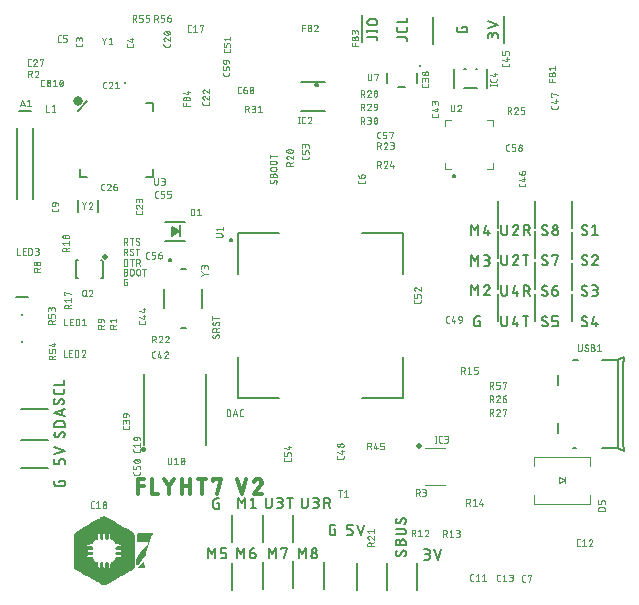
<source format=gbr>
G04 EAGLE Gerber RS-274X export*
G75*
%MOMM*%
%FSLAX34Y34*%
%LPD*%
%INSilkscreen Top*%
%IPPOS*%
%AMOC8*
5,1,8,0,0,1.08239X$1,22.5*%
G01*
%ADD10C,0.152400*%
%ADD11C,0.304800*%
%ADD12C,0.127000*%
%ADD13C,0.203200*%
%ADD14C,0.050800*%
%ADD15R,0.200000X1.000000*%
%ADD16C,0.120000*%
%ADD17C,0.050000*%
%ADD18C,0.500000*%
%ADD19R,0.250000X0.250000*%
%ADD20C,0.508000*%
%ADD21C,0.200000*%
%ADD22C,0.300000*%
%ADD23C,0.803212*%
%ADD24C,0.254000*%
%ADD25C,0.323106*%

G36*
X78724Y12658D02*
X78724Y12658D01*
X78729Y12661D01*
X78731Y12659D01*
X79288Y12745D01*
X79293Y12750D01*
X79297Y12748D01*
X79830Y12932D01*
X79832Y12936D01*
X79835Y12934D01*
X80346Y13173D01*
X80347Y13175D01*
X80348Y13174D01*
X80847Y13438D01*
X80847Y13439D01*
X80848Y13439D01*
X83310Y14820D01*
X83310Y14821D01*
X83311Y14821D01*
X86234Y16534D01*
X90147Y18789D01*
X90147Y18790D01*
X93068Y20506D01*
X95032Y21620D01*
X95032Y21621D01*
X95033Y21621D01*
X99889Y24500D01*
X100869Y25060D01*
X101859Y25601D01*
X101860Y25602D01*
X102346Y25889D01*
X102347Y25891D01*
X102349Y25891D01*
X102816Y26209D01*
X102817Y26213D01*
X102820Y26212D01*
X103246Y26582D01*
X103247Y26588D01*
X103252Y26588D01*
X103613Y27021D01*
X103613Y27026D01*
X103617Y27026D01*
X103917Y27504D01*
X103916Y27509D01*
X103918Y27510D01*
X103917Y27512D01*
X103921Y27513D01*
X104117Y28039D01*
X104115Y28047D01*
X104120Y28050D01*
X104194Y28609D01*
X104193Y28612D01*
X104195Y28613D01*
X104253Y29741D01*
X104252Y29742D01*
X104253Y29742D01*
X104284Y31436D01*
X104284Y31437D01*
X104299Y33695D01*
X104299Y33696D01*
X104299Y49505D01*
X104298Y49506D01*
X104299Y49506D01*
X104260Y54023D01*
X104259Y54024D01*
X104260Y54024D01*
X104215Y55152D01*
X104213Y55154D01*
X104215Y55156D01*
X104144Y55716D01*
X104139Y55721D01*
X104142Y55725D01*
X103968Y56260D01*
X103962Y56264D01*
X103964Y56269D01*
X103690Y56762D01*
X103685Y56764D01*
X103686Y56768D01*
X103348Y57219D01*
X103340Y57221D01*
X103341Y57227D01*
X102912Y57593D01*
X102908Y57593D01*
X102908Y57596D01*
X102443Y57915D01*
X102441Y57915D01*
X102441Y57916D01*
X101481Y58511D01*
X101479Y58511D01*
X101479Y58512D01*
X98535Y60188D01*
X94630Y62457D01*
X94629Y62457D01*
X91678Y64118D01*
X90230Y64995D01*
X90229Y64995D01*
X86318Y67256D01*
X81942Y69839D01*
X81941Y69839D01*
X81941Y69840D01*
X80947Y70376D01*
X80945Y70376D01*
X80945Y70377D01*
X79924Y70859D01*
X79920Y70858D01*
X79920Y70860D01*
X79391Y71058D01*
X79387Y71056D01*
X79385Y71059D01*
X78837Y71192D01*
X78830Y71189D01*
X78828Y71193D01*
X78265Y71219D01*
X78258Y71214D01*
X78254Y71218D01*
X77700Y71113D01*
X77696Y71108D01*
X77692Y71111D01*
X77164Y70911D01*
X77163Y70908D01*
X77161Y70909D01*
X76650Y70669D01*
X76649Y70668D01*
X76648Y70669D01*
X75641Y70159D01*
X75640Y70158D01*
X74150Y69353D01*
X74149Y69352D01*
X74148Y69352D01*
X73171Y68787D01*
X73170Y68787D01*
X71233Y67626D01*
X68284Y65961D01*
X68283Y65961D01*
X64390Y63671D01*
X61447Y61994D01*
X61447Y61993D01*
X58523Y60282D01*
X56075Y58877D01*
X56075Y58876D01*
X56074Y58876D01*
X54622Y58003D01*
X54622Y58002D01*
X54622Y58003D01*
X54142Y57705D01*
X54141Y57702D01*
X54140Y57703D01*
X53682Y57375D01*
X53679Y57365D01*
X53672Y57365D01*
X53333Y56930D01*
X53333Y56915D01*
X53322Y56914D01*
X53324Y56906D01*
X53315Y56905D01*
X53033Y56430D01*
X53033Y56428D01*
X53032Y56427D01*
X52775Y55925D01*
X52776Y55916D01*
X52770Y55913D01*
X52657Y55374D01*
X52660Y55368D01*
X52656Y55364D01*
X52656Y28262D01*
X52665Y28250D01*
X52660Y28241D01*
X52898Y27733D01*
X52899Y27732D01*
X52899Y27731D01*
X53159Y27230D01*
X53163Y27228D01*
X53162Y27225D01*
X53478Y26758D01*
X53486Y26755D01*
X53485Y26750D01*
X53894Y26363D01*
X53900Y26363D01*
X53900Y26359D01*
X54363Y26035D01*
X54365Y26035D01*
X54365Y26034D01*
X54847Y25739D01*
X54848Y25739D01*
X54848Y25738D01*
X57777Y24036D01*
X61668Y21743D01*
X61668Y21742D01*
X64120Y20343D01*
X74365Y14375D01*
X74366Y14375D01*
X74366Y14374D01*
X75848Y13553D01*
X75850Y13554D01*
X75850Y13552D01*
X76859Y13046D01*
X76861Y13046D01*
X76861Y13044D01*
X77381Y12824D01*
X77385Y12825D01*
X77386Y12822D01*
X77926Y12661D01*
X77935Y12664D01*
X77939Y12659D01*
X78157Y12650D01*
X78159Y12651D01*
X78160Y12650D01*
X78724Y12658D01*
G37*
%LPC*%
G36*
X82633Y27769D02*
X82633Y27769D01*
X82336Y28191D01*
X82283Y28738D01*
X82213Y30994D01*
X82212Y30995D01*
X82213Y30997D01*
X82164Y31558D01*
X82152Y31572D01*
X82155Y31582D01*
X81838Y32040D01*
X81821Y32045D01*
X81819Y32056D01*
X81316Y32295D01*
X81303Y32292D01*
X81298Y32299D01*
X80736Y32340D01*
X80731Y32337D01*
X80729Y32340D01*
X80166Y32302D01*
X80157Y32294D01*
X80149Y32298D01*
X79643Y32065D01*
X79634Y32050D01*
X79623Y32049D01*
X79299Y31597D01*
X79299Y31579D01*
X79290Y31573D01*
X79237Y31011D01*
X79238Y31009D01*
X79237Y31008D01*
X79169Y28752D01*
X79126Y28204D01*
X78828Y27775D01*
X78458Y27651D01*
X77967Y27830D01*
X77598Y28209D01*
X77510Y30447D01*
X77510Y30448D01*
X77447Y31575D01*
X77437Y31587D01*
X77441Y31595D01*
X77188Y32081D01*
X77166Y32092D01*
X77163Y32104D01*
X76644Y32312D01*
X76633Y32309D01*
X76629Y32316D01*
X76066Y32351D01*
X76061Y32348D01*
X76059Y32351D01*
X75498Y32298D01*
X75486Y32287D01*
X75477Y32291D01*
X74998Y32002D01*
X74990Y31981D01*
X74978Y31978D01*
X74776Y31460D01*
X74778Y31454D01*
X74774Y31452D01*
X74777Y31449D01*
X74773Y31447D01*
X74715Y30885D01*
X74716Y30883D01*
X74715Y30882D01*
X74595Y28629D01*
X74522Y28091D01*
X74153Y27770D01*
X73653Y27850D01*
X73373Y28261D01*
X73331Y28810D01*
X73234Y31065D01*
X73233Y31067D01*
X73234Y31067D01*
X73187Y31630D01*
X73177Y31641D01*
X73181Y31649D01*
X72914Y32135D01*
X72897Y32143D01*
X72895Y32154D01*
X72407Y32432D01*
X72401Y32431D01*
X72400Y32435D01*
X71349Y32839D01*
X70852Y33089D01*
X70415Y33433D01*
X70026Y33834D01*
X69680Y34273D01*
X69381Y34745D01*
X69152Y35251D01*
X69023Y35795D01*
X69014Y35802D01*
X69017Y35810D01*
X68719Y36282D01*
X68705Y36288D01*
X68704Y36298D01*
X68228Y36595D01*
X68213Y36594D01*
X68208Y36602D01*
X67650Y36670D01*
X67647Y36668D01*
X67645Y36670D01*
X65388Y36724D01*
X64836Y36758D01*
X64372Y36996D01*
X64161Y37458D01*
X64387Y37916D01*
X64874Y38113D01*
X65429Y38149D01*
X67685Y38225D01*
X67687Y38226D01*
X67688Y38225D01*
X68249Y38281D01*
X68263Y38294D01*
X68275Y38291D01*
X68707Y38641D01*
X68711Y38657D01*
X68715Y38660D01*
X68722Y38662D01*
X68925Y39182D01*
X68922Y39193D01*
X68929Y39198D01*
X68956Y39762D01*
X68953Y39766D01*
X68956Y39769D01*
X68896Y40330D01*
X68887Y40339D01*
X68890Y40347D01*
X68635Y40841D01*
X68618Y40849D01*
X68616Y40861D01*
X68138Y41143D01*
X68122Y41141D01*
X68116Y41150D01*
X67553Y41187D01*
X67552Y41187D01*
X67552Y41188D01*
X65296Y41257D01*
X64746Y41298D01*
X64311Y41582D01*
X64173Y42059D01*
X64447Y42495D01*
X64955Y42646D01*
X67770Y42751D01*
X67774Y42754D01*
X67776Y42752D01*
X68328Y42849D01*
X68341Y42864D01*
X68353Y42862D01*
X68756Y43243D01*
X68759Y43261D01*
X68769Y43265D01*
X68926Y43804D01*
X68923Y43812D01*
X68928Y43816D01*
X68947Y44379D01*
X68943Y44386D01*
X68947Y44390D01*
X68841Y44942D01*
X68830Y44952D01*
X68833Y44962D01*
X68506Y45412D01*
X68484Y45418D01*
X68480Y45430D01*
X67949Y45588D01*
X67940Y45585D01*
X67936Y45590D01*
X65117Y45675D01*
X64582Y45756D01*
X64201Y46126D01*
X64082Y46619D01*
X64365Y47058D01*
X64827Y47259D01*
X67074Y47342D01*
X67075Y47343D01*
X67076Y47342D01*
X67639Y47379D01*
X67640Y47380D01*
X67641Y47379D01*
X68202Y47440D01*
X68213Y47449D01*
X68221Y47446D01*
X68702Y47718D01*
X68709Y47734D01*
X68720Y47735D01*
X69014Y48208D01*
X69013Y48216D01*
X69018Y48220D01*
X69017Y48221D01*
X69019Y48222D01*
X69162Y48767D01*
X69331Y49297D01*
X69628Y49763D01*
X69993Y50186D01*
X70390Y50581D01*
X70828Y50925D01*
X71317Y51187D01*
X71848Y51359D01*
X72392Y51504D01*
X72397Y51510D01*
X72402Y51507D01*
X72901Y51762D01*
X72910Y51781D01*
X72922Y51784D01*
X73176Y52274D01*
X73174Y52288D01*
X73182Y52292D01*
X73235Y52854D01*
X73233Y52857D01*
X73235Y52859D01*
X73237Y53988D01*
X73236Y53989D01*
X73237Y53989D01*
X73182Y55661D01*
X73544Y56032D01*
X74043Y56156D01*
X74478Y55882D01*
X74617Y55367D01*
X74720Y52552D01*
X74726Y52545D01*
X74722Y52540D01*
X74879Y52005D01*
X74894Y51993D01*
X74893Y51982D01*
X75308Y51611D01*
X75327Y51609D01*
X75332Y51599D01*
X75868Y51494D01*
X75892Y51506D01*
X75904Y51491D01*
X76455Y51503D01*
X76463Y51509D01*
X76469Y51505D01*
X77000Y51686D01*
X77010Y51701D01*
X77022Y51701D01*
X77377Y52124D01*
X77378Y52143D01*
X77388Y52148D01*
X77473Y52705D01*
X77471Y52709D01*
X77473Y52711D01*
X77591Y55520D01*
X77821Y55969D01*
X78256Y56255D01*
X78745Y56101D01*
X79143Y55745D01*
X79193Y55221D01*
X79228Y52965D01*
X79229Y52963D01*
X79228Y52962D01*
X79268Y52399D01*
X79276Y52390D01*
X79272Y52382D01*
X79501Y51879D01*
X79518Y51870D01*
X79519Y51858D01*
X79985Y51554D01*
X80000Y51555D01*
X80005Y51547D01*
X80563Y51470D01*
X80568Y51473D01*
X80571Y51470D01*
X81135Y51486D01*
X81142Y51492D01*
X81148Y51488D01*
X81684Y51650D01*
X81694Y51665D01*
X81705Y51664D01*
X82089Y52069D01*
X82091Y52089D01*
X82102Y52094D01*
X82207Y52645D01*
X82205Y52651D01*
X82207Y52652D01*
X82206Y52652D01*
X82208Y52654D01*
X82259Y55465D01*
X82482Y55906D01*
X82932Y56160D01*
X83418Y55988D01*
X83704Y55571D01*
X83741Y52763D01*
X83744Y52759D01*
X83741Y52756D01*
X83828Y52203D01*
X83840Y52191D01*
X83837Y52180D01*
X84174Y51735D01*
X84189Y51731D01*
X84191Y51721D01*
X84693Y51467D01*
X84698Y51468D01*
X84699Y51464D01*
X85231Y51278D01*
X85746Y51065D01*
X86212Y50760D01*
X86648Y50409D01*
X87050Y50021D01*
X87382Y49577D01*
X87616Y49073D01*
X87969Y48005D01*
X87981Y47997D01*
X87979Y47988D01*
X88343Y47567D01*
X88363Y47563D01*
X88367Y47552D01*
X88906Y47398D01*
X88912Y47400D01*
X88915Y47396D01*
X89477Y47349D01*
X89479Y47350D01*
X89480Y47349D01*
X92283Y47248D01*
X92657Y46912D01*
X92829Y46424D01*
X92599Y45955D01*
X92140Y45723D01*
X89330Y45603D01*
X89327Y45601D01*
X89325Y45603D01*
X88767Y45522D01*
X88758Y45512D01*
X88750Y45516D01*
X88270Y45241D01*
X88262Y45222D01*
X88250Y45219D01*
X88013Y44715D01*
X88015Y44704D01*
X88010Y44700D01*
X88011Y44698D01*
X88008Y44696D01*
X87981Y44132D01*
X87984Y44129D01*
X87981Y44127D01*
X88019Y43564D01*
X88030Y43552D01*
X88026Y43542D01*
X88315Y43066D01*
X88331Y43060D01*
X88332Y43049D01*
X88813Y42773D01*
X88829Y42775D01*
X88835Y42767D01*
X89962Y42705D01*
X89963Y42705D01*
X91655Y42659D01*
X92204Y42617D01*
X92633Y42327D01*
X92744Y41832D01*
X92461Y41402D01*
X91945Y41267D01*
X89130Y41169D01*
X89124Y41165D01*
X89121Y41168D01*
X88577Y41046D01*
X88565Y41032D01*
X88554Y41033D01*
X88151Y40648D01*
X88148Y40629D01*
X88137Y40625D01*
X87993Y40084D01*
X87996Y40076D01*
X87991Y40072D01*
X87985Y39508D01*
X87988Y39504D01*
X87985Y39502D01*
X88048Y38942D01*
X88059Y38930D01*
X88056Y38920D01*
X88366Y38456D01*
X88387Y38449D01*
X88391Y38437D01*
X88920Y38259D01*
X88928Y38261D01*
X88931Y38256D01*
X89493Y38202D01*
X89495Y38203D01*
X89495Y38202D01*
X91749Y38094D01*
X92293Y38029D01*
X92674Y37701D01*
X92711Y37206D01*
X92359Y36827D01*
X91830Y36733D01*
X90141Y36701D01*
X90140Y36701D01*
X89576Y36680D01*
X89574Y36679D01*
X89574Y36680D01*
X89011Y36633D01*
X89007Y36630D01*
X89003Y36632D01*
X88457Y36500D01*
X88446Y36486D01*
X88435Y36488D01*
X88031Y36103D01*
X88029Y36089D01*
X88026Y36087D01*
X88019Y36085D01*
X87814Y35562D01*
X87815Y35559D01*
X87812Y35558D01*
X87658Y35018D01*
X87447Y34505D01*
X87117Y34059D01*
X86739Y33647D01*
X86322Y33276D01*
X85855Y32973D01*
X85347Y32741D01*
X84819Y32544D01*
X84818Y32542D01*
X84816Y32543D01*
X84306Y32302D01*
X84300Y32290D01*
X84290Y32290D01*
X83921Y31870D01*
X83920Y31854D01*
X83917Y31852D01*
X83910Y31849D01*
X83781Y31303D01*
X83784Y31297D01*
X83780Y31295D01*
X83743Y30731D01*
X83744Y30730D01*
X83743Y30729D01*
X83664Y28478D01*
X83537Y27966D01*
X83126Y27651D01*
X82633Y27769D01*
G37*
%LPD*%
G36*
X106109Y29511D02*
X106109Y29511D01*
X106113Y29510D01*
X106529Y29890D01*
X106530Y29893D01*
X106532Y29893D01*
X106915Y30308D01*
X106915Y30309D01*
X106916Y30309D01*
X108404Y32007D01*
X108404Y32008D01*
X108405Y32008D01*
X112062Y36310D01*
X112062Y36311D01*
X113139Y37619D01*
X113139Y37621D01*
X113141Y37621D01*
X113469Y38080D01*
X113469Y38092D01*
X113476Y38095D01*
X113634Y38619D01*
X113627Y38637D01*
X113634Y38646D01*
X113488Y39164D01*
X113612Y39700D01*
X113946Y40775D01*
X114687Y42908D01*
X115657Y45559D01*
X118446Y52954D01*
X118446Y52955D01*
X119224Y55076D01*
X119224Y55077D01*
X119586Y56147D01*
X119584Y56151D01*
X119588Y56153D01*
X119694Y56701D01*
X119668Y56754D01*
X119662Y56751D01*
X119659Y56758D01*
X119146Y56901D01*
X119138Y56898D01*
X119134Y56903D01*
X118006Y56935D01*
X118005Y56934D01*
X118004Y56935D01*
X113487Y56964D01*
X109535Y56962D01*
X109534Y56961D01*
X109534Y56962D01*
X107840Y56943D01*
X107839Y56942D01*
X107837Y56943D01*
X107275Y56903D01*
X107269Y56898D01*
X107264Y56901D01*
X106728Y56742D01*
X106718Y56728D01*
X106707Y56730D01*
X106311Y56340D01*
X106309Y56322D01*
X106298Y56318D01*
X106139Y55780D01*
X106142Y55772D01*
X106137Y55769D01*
X106105Y55205D01*
X106106Y55204D01*
X106105Y55203D01*
X106096Y54639D01*
X106097Y54638D01*
X106096Y54638D01*
X106101Y52944D01*
X106101Y52943D01*
X106120Y51814D01*
X106121Y51814D01*
X106120Y51813D01*
X106164Y50685D01*
X106172Y50675D01*
X106168Y50668D01*
X106376Y50153D01*
X106393Y50143D01*
X106394Y50131D01*
X106853Y49815D01*
X106867Y49816D01*
X106870Y49807D01*
X107420Y49688D01*
X107426Y49690D01*
X107427Y49690D01*
X107429Y49686D01*
X108558Y49655D01*
X108559Y49655D01*
X111382Y49617D01*
X111382Y49618D01*
X111382Y49617D01*
X115316Y49588D01*
X115702Y49254D01*
X115721Y48804D01*
X115593Y48278D01*
X115593Y48277D01*
X115592Y48276D01*
X115506Y47840D01*
X114089Y46097D01*
X109053Y40004D01*
X107284Y37803D01*
X106563Y36936D01*
X106562Y36934D01*
X106215Y36489D01*
X106214Y36483D01*
X106210Y36482D01*
X105943Y35987D01*
X105944Y35978D01*
X105938Y35975D01*
X105808Y35427D01*
X105810Y35422D01*
X105808Y35421D01*
X105807Y35420D01*
X105756Y34858D01*
X105756Y34857D01*
X105755Y34856D01*
X105728Y34292D01*
X105728Y34291D01*
X105700Y33162D01*
X105701Y33161D01*
X105700Y33161D01*
X105687Y31468D01*
X105688Y31467D01*
X105687Y31467D01*
X105696Y30338D01*
X105698Y30336D01*
X105696Y30334D01*
X105738Y29772D01*
X105757Y29751D01*
X105757Y29737D01*
X106049Y29508D01*
X106109Y29507D01*
X106109Y29511D01*
G37*
G36*
X136475Y309413D02*
X136475Y309413D01*
X136546Y309411D01*
X136616Y309430D01*
X136687Y309438D01*
X136742Y309463D01*
X136821Y309483D01*
X136924Y309544D01*
X136993Y309575D01*
X139993Y311575D01*
X140080Y311652D01*
X140170Y311725D01*
X140185Y311747D01*
X140205Y311765D01*
X140267Y311862D01*
X140334Y311957D01*
X140342Y311983D01*
X140357Y312005D01*
X140389Y312116D01*
X140427Y312226D01*
X140428Y312253D01*
X140435Y312278D01*
X140435Y312394D01*
X140441Y312510D01*
X140435Y312536D01*
X140435Y312563D01*
X140403Y312674D01*
X140377Y312787D01*
X140364Y312810D01*
X140356Y312836D01*
X140294Y312934D01*
X140238Y313035D01*
X140220Y313051D01*
X140205Y313076D01*
X139997Y313261D01*
X139993Y313265D01*
X136993Y315265D01*
X136929Y315296D01*
X136869Y315336D01*
X136801Y315357D01*
X136737Y315388D01*
X136666Y315400D01*
X136598Y315421D01*
X136527Y315423D01*
X136457Y315435D01*
X136385Y315427D01*
X136314Y315429D01*
X136245Y315411D01*
X136174Y315402D01*
X136108Y315375D01*
X136039Y315357D01*
X135978Y315320D01*
X135912Y315293D01*
X135856Y315248D01*
X135794Y315212D01*
X135745Y315160D01*
X135690Y315115D01*
X135649Y315057D01*
X135600Y315004D01*
X135567Y314941D01*
X135526Y314883D01*
X135503Y314815D01*
X135470Y314751D01*
X135460Y314692D01*
X135433Y314614D01*
X135427Y314495D01*
X135415Y314420D01*
X135415Y310420D01*
X135425Y310349D01*
X135425Y310277D01*
X135445Y310209D01*
X135455Y310139D01*
X135484Y310073D01*
X135504Y310004D01*
X135542Y309944D01*
X135571Y309879D01*
X135617Y309824D01*
X135655Y309764D01*
X135709Y309716D01*
X135755Y309662D01*
X135814Y309622D01*
X135868Y309575D01*
X135932Y309544D01*
X135991Y309505D01*
X136060Y309483D01*
X136124Y309452D01*
X136194Y309440D01*
X136262Y309419D01*
X136334Y309417D01*
X136405Y309405D01*
X136475Y309413D01*
G37*
G36*
X112945Y27424D02*
X112945Y27424D01*
X112955Y27432D01*
X112962Y27427D01*
X113448Y27621D01*
X113479Y27672D01*
X113475Y27675D01*
X113478Y27678D01*
X113356Y28218D01*
X113351Y28223D01*
X113353Y28227D01*
X112912Y29264D01*
X112740Y29797D01*
X112607Y30342D01*
X112499Y30894D01*
X112415Y31450D01*
X112286Y32571D01*
X112278Y32581D01*
X112281Y32588D01*
X112046Y33049D01*
X112035Y33055D01*
X112031Y33067D01*
X112018Y33063D01*
X112017Y33063D01*
X112014Y33072D01*
X112005Y33069D01*
X111993Y33075D01*
X111987Y33064D01*
X111962Y33075D01*
X111501Y32816D01*
X111497Y32806D01*
X111490Y32807D01*
X111095Y32402D01*
X111095Y32400D01*
X111094Y32401D01*
X109976Y31129D01*
X109975Y31128D01*
X107810Y28522D01*
X107809Y28521D01*
X107808Y28521D01*
X107467Y28071D01*
X107467Y28056D01*
X107459Y28050D01*
X107465Y28043D01*
X107457Y28037D01*
X107497Y27547D01*
X107532Y27508D01*
X107534Y27504D01*
X107851Y27422D01*
X107858Y27425D01*
X107862Y27420D01*
X108426Y27403D01*
X108427Y27404D01*
X108427Y27403D01*
X110686Y27397D01*
X112945Y27424D01*
G37*
%LPC*%
G36*
X105966Y29978D02*
X105966Y29978D01*
X105960Y30330D01*
X105972Y30218D01*
X106012Y30174D01*
X106019Y30181D01*
X106026Y30174D01*
X106433Y30223D01*
X106451Y30240D01*
X106464Y30239D01*
X107616Y31489D01*
X107616Y31490D01*
X107617Y31490D01*
X108294Y32265D01*
X108075Y32006D01*
X106959Y30733D01*
X106603Y30338D01*
X106236Y29943D01*
X105966Y29978D01*
G37*
%LPD*%
G36*
X159420Y40275D02*
X159420Y40275D01*
X159452Y40298D01*
X159459Y40863D01*
X159456Y40867D01*
X159459Y40869D01*
X159438Y41044D01*
X159419Y41063D01*
X159402Y41085D01*
X159399Y41083D01*
X159396Y41086D01*
X159392Y41082D01*
X159389Y41087D01*
X159341Y41051D01*
X159347Y41044D01*
X159339Y41038D01*
X159338Y40744D01*
X159339Y40743D01*
X159338Y40742D01*
X159353Y40297D01*
X159371Y40275D01*
X159388Y40252D01*
X159389Y40252D01*
X159391Y40251D01*
X159420Y40275D01*
G37*
%LPC*%
G36*
X76180Y13665D02*
X76180Y13665D01*
X75190Y14202D01*
X73719Y15041D01*
X71253Y16479D01*
X73420Y15229D01*
X73421Y15229D01*
X75874Y13837D01*
X75875Y13837D01*
X75875Y13836D01*
X76262Y13626D01*
X76180Y13665D01*
G37*
%LPD*%
%LPC*%
G36*
X102071Y26060D02*
X102071Y26060D01*
X102072Y26061D01*
X102545Y26369D01*
X102545Y26372D01*
X102547Y26371D01*
X102999Y26708D01*
X103001Y26714D01*
X103006Y26714D01*
X103222Y26942D01*
X103095Y26782D01*
X102677Y26415D01*
X102213Y26103D01*
X101264Y25567D01*
X102071Y26060D01*
G37*
%LPD*%
%LPC*%
G36*
X111739Y32626D02*
X111739Y32626D01*
X111692Y32626D01*
X111915Y32798D01*
X112055Y32388D01*
X111739Y32626D01*
G37*
%LPD*%
%LPC*%
G36*
X54345Y57534D02*
X54345Y57534D01*
X55789Y58416D01*
X57901Y59641D01*
X57177Y59218D01*
X57177Y59217D01*
X57176Y59218D01*
X54274Y57484D01*
X54345Y57534D01*
G37*
%LPD*%
%LPC*%
G36*
X108087Y27661D02*
X108087Y27661D01*
X107641Y27792D01*
X107887Y28213D01*
X108438Y28890D01*
X108004Y28334D01*
X108004Y28329D01*
X108000Y28329D01*
X107713Y27853D01*
X107714Y27847D01*
X107709Y27843D01*
X107715Y27835D01*
X107719Y27794D01*
X107736Y27796D01*
X107741Y27781D01*
X108149Y27661D01*
X108087Y27661D01*
G37*
%LPD*%
%LPC*%
G36*
X119260Y56609D02*
X119260Y56609D01*
X119415Y56571D01*
X119344Y56284D01*
X119260Y56609D01*
G37*
%LPD*%
%LPC*%
G36*
X106266Y36083D02*
X106266Y36083D01*
X106575Y36544D01*
X106885Y36927D01*
X106476Y36376D01*
X106476Y36372D01*
X106474Y36372D01*
X106220Y35950D01*
X106266Y36083D01*
G37*
%LPD*%
%LPC*%
G36*
X103346Y56814D02*
X103346Y56814D01*
X103339Y56817D01*
X103340Y56822D01*
X102950Y57228D01*
X102945Y57229D01*
X102945Y57233D01*
X102503Y57575D01*
X102519Y57565D01*
X102971Y57237D01*
X103344Y56830D01*
X103547Y56496D01*
X103346Y56814D01*
G37*
%LPD*%
%LPC*%
G36*
X92561Y45600D02*
X92561Y45600D01*
X92495Y45511D01*
X92171Y45502D01*
X92561Y45600D01*
G37*
%LPD*%
%LPC*%
G36*
X68129Y47691D02*
X68129Y47691D01*
X68138Y47699D01*
X68145Y47696D01*
X68451Y47856D01*
X68231Y47691D01*
X67687Y47618D01*
X67586Y47611D01*
X68129Y47691D01*
G37*
%LPD*%
%LPC*%
G36*
X88544Y40757D02*
X88544Y40757D01*
X88750Y40826D01*
X88476Y40645D01*
X88544Y40757D01*
G37*
%LPD*%
%LPC*%
G36*
X88431Y36217D02*
X88431Y36217D01*
X88542Y36255D01*
X88302Y36030D01*
X88431Y36217D01*
G37*
%LPD*%
%LPC*%
G36*
X73859Y68896D02*
X73859Y68896D01*
X74844Y69445D01*
X74903Y69476D01*
X74758Y69396D01*
X74757Y69396D01*
X73432Y68641D01*
X73859Y68896D01*
G37*
%LPD*%
%LPC*%
G36*
X83547Y15258D02*
X83547Y15258D01*
X83548Y15258D01*
X84339Y15715D01*
X83667Y15320D01*
X81836Y14289D01*
X83547Y15258D01*
G37*
%LPD*%
%LPC*%
G36*
X88693Y45273D02*
X88693Y45273D01*
X88975Y45321D01*
X88631Y45210D01*
X88693Y45273D01*
G37*
%LPD*%
%LPC*%
G36*
X68647Y39152D02*
X68647Y39152D01*
X68618Y38958D01*
X68526Y38845D01*
X68647Y39152D01*
G37*
%LPD*%
%LPC*%
G36*
X82651Y27547D02*
X82651Y27547D01*
X82488Y27676D01*
X82772Y27533D01*
X82651Y27547D01*
G37*
%LPD*%
%LPC*%
G36*
X77006Y31867D02*
X77006Y31867D01*
X77100Y31822D01*
X77135Y31676D01*
X77006Y31867D01*
G37*
%LPD*%
%LPC*%
G36*
X88329Y44906D02*
X88329Y44906D01*
X88487Y45066D01*
X88306Y44809D01*
X88329Y44906D01*
G37*
%LPD*%
%LPC*%
G36*
X68391Y38681D02*
X68391Y38681D01*
X68287Y38553D01*
X68176Y38531D01*
X68391Y38681D01*
G37*
%LPD*%
%LPC*%
G36*
X72696Y31943D02*
X72696Y31943D01*
X72811Y31863D01*
X72853Y31734D01*
X72696Y31943D01*
G37*
%LPD*%
%LPC*%
G36*
X68548Y44908D02*
X68548Y44908D01*
X68671Y44657D01*
X68677Y44565D01*
X68548Y44908D01*
G37*
%LPD*%
%LPC*%
G36*
X67872Y40906D02*
X67872Y40906D01*
X68130Y40885D01*
X68183Y40843D01*
X67872Y40906D01*
G37*
%LPD*%
%LPC*%
G36*
X53786Y26775D02*
X53786Y26775D01*
X53640Y26973D01*
X53900Y26686D01*
X53786Y26775D01*
G37*
%LPD*%
%LPC*%
G36*
X68483Y36112D02*
X68483Y36112D01*
X68630Y36007D01*
X68658Y35935D01*
X68483Y36112D01*
G37*
%LPD*%
%LPC*%
G36*
X88453Y38725D02*
X88453Y38725D01*
X88426Y38788D01*
X88602Y38658D01*
X88453Y38725D01*
G37*
%LPD*%
%LPC*%
G36*
X84313Y32008D02*
X84313Y32008D01*
X84382Y32050D01*
X84226Y31846D01*
X84313Y32008D01*
G37*
%LPD*%
%LPC*%
G36*
X84285Y51973D02*
X84285Y51973D01*
X84191Y52138D01*
X84351Y51935D01*
X84285Y51973D01*
G37*
%LPD*%
%LPC*%
G36*
X88395Y43326D02*
X88395Y43326D01*
X88364Y43422D01*
X88481Y43268D01*
X88395Y43326D01*
G37*
%LPD*%
%LPC*%
G36*
X75120Y31734D02*
X75120Y31734D01*
X75168Y31768D01*
X75079Y31576D01*
X75120Y31734D01*
G37*
%LPD*%
%LPC*%
G36*
X92579Y36739D02*
X92579Y36739D01*
X92506Y36647D01*
X92432Y36633D01*
X92579Y36739D01*
G37*
%LPD*%
%LPC*%
G36*
X106654Y56389D02*
X106654Y56389D01*
X106723Y56422D01*
X106598Y56279D01*
X106654Y56389D01*
G37*
%LPD*%
%LPC*%
G36*
X88443Y47807D02*
X88443Y47807D01*
X88367Y47914D01*
X88498Y47790D01*
X88443Y47807D01*
G37*
%LPD*%
%LPC*%
G36*
X79535Y31484D02*
X79535Y31484D01*
X79572Y31536D01*
X79520Y31347D01*
X79535Y31484D01*
G37*
%LPD*%
%LPC*%
G36*
X79834Y31909D02*
X79834Y31909D01*
X79971Y31956D01*
X79806Y31869D01*
X79834Y31909D01*
G37*
%LPD*%
%LPC*%
G36*
X88936Y36391D02*
X88936Y36391D01*
X89104Y36404D01*
X88848Y36361D01*
X88936Y36391D01*
G37*
%LPD*%
%LPC*%
G36*
X106413Y55916D02*
X106413Y55916D01*
X106435Y55958D01*
X106397Y55703D01*
X106413Y55916D01*
G37*
%LPD*%
%LPC*%
G36*
X76995Y51998D02*
X76995Y51998D01*
X76977Y51961D01*
X76843Y51898D01*
X76995Y51998D01*
G37*
%LPD*%
%LPC*%
G36*
X77213Y52501D02*
X77213Y52501D01*
X77209Y52429D01*
X77152Y52314D01*
X77213Y52501D01*
G37*
%LPD*%
%LPC*%
G36*
X89037Y40923D02*
X89037Y40923D01*
X89176Y40928D01*
X88952Y40895D01*
X89037Y40923D01*
G37*
%LPD*%
%LPC*%
G36*
X68666Y43722D02*
X68666Y43722D01*
X68650Y43565D01*
X68627Y43532D01*
X68666Y43722D01*
G37*
%LPD*%
%LPC*%
G36*
X68280Y45200D02*
X68280Y45200D01*
X68438Y45132D01*
X68449Y45109D01*
X68280Y45200D01*
G37*
%LPD*%
%LPC*%
G36*
X106560Y50345D02*
X106560Y50345D01*
X106549Y50386D01*
X106644Y50285D01*
X106560Y50345D01*
G37*
%LPD*%
%LPC*%
G36*
X72983Y52614D02*
X72983Y52614D01*
X72983Y52579D01*
X72900Y52274D01*
X72983Y52614D01*
G37*
%LPD*%
%LPC*%
G36*
X68412Y40660D02*
X68412Y40660D01*
X68539Y40559D01*
X68547Y40532D01*
X68412Y40660D01*
G37*
%LPD*%
%LPC*%
G36*
X53890Y57214D02*
X53890Y57214D01*
X54235Y57456D01*
X53876Y57198D01*
X53890Y57214D01*
G37*
%LPD*%
%LPC*%
G36*
X81825Y31698D02*
X81825Y31698D01*
X81839Y31687D01*
X81884Y31493D01*
X81825Y31698D01*
G37*
%LPD*%
%LPC*%
G36*
X88832Y43032D02*
X88832Y43032D01*
X88794Y43058D01*
X88925Y43025D01*
X88832Y43032D01*
G37*
%LPD*%
%LPC*%
G36*
X72837Y52064D02*
X72837Y52064D01*
X72843Y52085D01*
X72849Y52090D01*
X72850Y52090D01*
X72842Y52061D01*
X72612Y51899D01*
X72837Y52064D01*
G37*
%LPD*%
%LPC*%
G36*
X81394Y32018D02*
X81394Y32018D01*
X81429Y32012D01*
X81511Y31947D01*
X81394Y32018D01*
G37*
%LPD*%
%LPC*%
G36*
X106086Y35563D02*
X106086Y35563D01*
X106122Y35667D01*
X106078Y35498D01*
X106086Y35563D01*
G37*
%LPD*%
%LPC*%
G36*
X55179Y25839D02*
X55179Y25839D01*
X54943Y25986D01*
X55333Y25750D01*
X55179Y25839D01*
G37*
%LPD*%
%LPC*%
G36*
X54223Y26433D02*
X54223Y26433D01*
X54120Y26514D01*
X54306Y26381D01*
X54223Y26433D01*
G37*
%LPD*%
%LPC*%
G36*
X81332Y69882D02*
X81332Y69882D01*
X81541Y69773D01*
X81651Y69710D01*
X81332Y69882D01*
G37*
%LPD*%
%LPC*%
G36*
X81668Y51960D02*
X81668Y51960D01*
X81652Y51935D01*
X81586Y51909D01*
X81668Y51960D01*
G37*
%LPD*%
%LPC*%
G36*
X111537Y32505D02*
X111537Y32505D01*
X111603Y32557D01*
X111484Y32449D01*
X111537Y32505D01*
G37*
%LPD*%
%LPC*%
G36*
X53530Y56785D02*
X53530Y56785D01*
X53529Y56794D01*
X53537Y56795D01*
X53536Y56798D01*
X53539Y56798D01*
X53597Y56866D01*
X53507Y56746D01*
X53530Y56785D01*
G37*
%LPD*%
%LPC*%
G36*
X84024Y52434D02*
X84024Y52434D01*
X84016Y52521D01*
X84035Y52415D01*
X84024Y52434D01*
G37*
%LPD*%
%LPC*%
G36*
X88246Y39214D02*
X88246Y39214D01*
X88241Y39266D01*
X88264Y39170D01*
X88246Y39214D01*
G37*
%LPD*%
%LPC*%
G36*
X84775Y32290D02*
X84775Y32290D01*
X84818Y32305D01*
X84718Y32255D01*
X84775Y32290D01*
G37*
%LPD*%
%LPC*%
G36*
X107132Y56622D02*
X107132Y56622D01*
X107195Y56629D01*
X107109Y56611D01*
X107132Y56622D01*
G37*
%LPD*%
%LPC*%
G36*
X68164Y36326D02*
X68164Y36326D01*
X68195Y36319D01*
X68228Y36295D01*
X68164Y36326D01*
G37*
%LPD*%
%LPC*%
G36*
X73374Y27773D02*
X73374Y27773D01*
X73367Y27794D01*
X73402Y27761D01*
X73374Y27773D01*
G37*
%LPD*%
%LPC*%
G36*
X67379Y47596D02*
X67379Y47596D01*
X67125Y47577D01*
X67074Y47575D01*
X67379Y47596D01*
G37*
%LPD*%
%LPC*%
G36*
X92223Y41090D02*
X92223Y41090D01*
X92204Y41079D01*
X92156Y41077D01*
X92223Y41090D01*
G37*
%LPD*%
%LPC*%
G36*
X72971Y31371D02*
X72971Y31371D01*
X72977Y31353D01*
X72984Y31257D01*
X72971Y31371D01*
G37*
%LPD*%
%LPC*%
G36*
X81931Y52399D02*
X81931Y52399D01*
X81929Y52376D01*
X81912Y52350D01*
X81931Y52399D01*
G37*
%LPD*%
%LPC*%
G36*
X88130Y35779D02*
X88130Y35779D01*
X88140Y35793D01*
X88119Y35741D01*
X88130Y35779D01*
G37*
%LPD*%
%LPC*%
G36*
X76061Y32119D02*
X76061Y32119D01*
X76084Y32123D01*
X76113Y32119D01*
X76061Y32119D01*
G37*
%LPD*%
%LPC*%
G36*
X103900Y28294D02*
X103900Y28294D01*
X103891Y28220D01*
X103887Y28207D01*
X103900Y28294D01*
G37*
%LPD*%
%LPC*%
G36*
X84062Y31541D02*
X84062Y31541D01*
X84066Y31549D01*
X84056Y31488D01*
X84062Y31541D01*
G37*
%LPD*%
%LPC*%
G36*
X88270Y40304D02*
X88270Y40304D01*
X88277Y40315D01*
X88267Y40277D01*
X88270Y40304D01*
G37*
%LPD*%
%LPC*%
G36*
X79304Y55860D02*
X79304Y55860D01*
X79309Y55856D01*
X79312Y55833D01*
X79304Y55860D01*
G37*
%LPD*%
%LPC*%
G36*
X88207Y44379D02*
X88207Y44379D01*
X88211Y44396D01*
X88207Y44361D01*
X88207Y44379D01*
G37*
%LPD*%
%LPC*%
G36*
X80340Y32084D02*
X80340Y32084D01*
X80355Y32084D01*
X80331Y32081D01*
X80340Y32084D01*
G37*
%LPD*%
%LPC*%
G36*
X107527Y49935D02*
X107527Y49935D01*
X107521Y49936D01*
X107549Y49934D01*
X107527Y49935D01*
G37*
%LPD*%
%LPC*%
G36*
X68675Y44553D02*
X68675Y44553D01*
X68677Y44557D01*
X68678Y44550D01*
X68675Y44553D01*
G37*
%LPD*%
%LPC*%
G36*
X92528Y47357D02*
X92528Y47357D01*
X92530Y47357D01*
X92533Y47353D01*
X92528Y47357D01*
G37*
%LPD*%
%LPC*%
G36*
X88195Y39762D02*
X88195Y39762D01*
X88195Y39765D01*
X88195Y39754D01*
X88195Y39762D01*
G37*
%LPD*%
%LPC*%
G36*
X54267Y57479D02*
X54267Y57479D01*
X54270Y57481D01*
X54269Y57478D01*
X54267Y57479D01*
G37*
%LPD*%
%LPC*%
G36*
X64310Y42627D02*
X64310Y42627D01*
X64312Y42628D01*
X64308Y42625D01*
X64310Y42627D01*
G37*
%LPD*%
%LPC*%
G36*
X102497Y57578D02*
X102497Y57578D01*
X102497Y57579D01*
X102499Y57578D01*
X102497Y57578D01*
G37*
%LPD*%
%LPC*%
G36*
X67570Y47610D02*
X67570Y47610D01*
X67569Y47610D01*
X67570Y47610D01*
G37*
%LPD*%
D10*
X414782Y240538D02*
X414782Y234301D01*
X414784Y234204D01*
X414790Y234108D01*
X414799Y234012D01*
X414813Y233916D01*
X414830Y233821D01*
X414852Y233727D01*
X414877Y233634D01*
X414905Y233541D01*
X414938Y233450D01*
X414974Y233361D01*
X415014Y233273D01*
X415057Y233186D01*
X415103Y233102D01*
X415153Y233019D01*
X415207Y232938D01*
X415263Y232860D01*
X415323Y232784D01*
X415385Y232710D01*
X415451Y232639D01*
X415519Y232571D01*
X415590Y232505D01*
X415664Y232443D01*
X415740Y232383D01*
X415818Y232327D01*
X415899Y232273D01*
X415982Y232223D01*
X416066Y232177D01*
X416153Y232134D01*
X416241Y232094D01*
X416330Y232058D01*
X416421Y232025D01*
X416514Y231997D01*
X416607Y231972D01*
X416701Y231950D01*
X416796Y231933D01*
X416892Y231919D01*
X416988Y231910D01*
X417084Y231904D01*
X417181Y231902D01*
X417278Y231904D01*
X417374Y231910D01*
X417470Y231919D01*
X417566Y231933D01*
X417661Y231950D01*
X417755Y231972D01*
X417848Y231997D01*
X417941Y232025D01*
X418032Y232058D01*
X418121Y232094D01*
X418209Y232134D01*
X418296Y232177D01*
X418381Y232223D01*
X418463Y232273D01*
X418544Y232327D01*
X418622Y232383D01*
X418698Y232443D01*
X418772Y232505D01*
X418843Y232571D01*
X418911Y232639D01*
X418977Y232710D01*
X419039Y232784D01*
X419099Y232860D01*
X419155Y232938D01*
X419209Y233019D01*
X419259Y233101D01*
X419305Y233186D01*
X419348Y233273D01*
X419388Y233361D01*
X419424Y233450D01*
X419457Y233541D01*
X419485Y233634D01*
X419510Y233727D01*
X419532Y233821D01*
X419549Y233916D01*
X419563Y234012D01*
X419572Y234108D01*
X419578Y234204D01*
X419580Y234301D01*
X419580Y240538D01*
X426150Y240538D02*
X424231Y233821D01*
X429029Y233821D01*
X427589Y235740D02*
X427589Y231902D01*
X435164Y231902D02*
X435164Y240538D01*
X432765Y240538D02*
X437563Y240538D01*
X451951Y231902D02*
X452037Y231904D01*
X452123Y231910D01*
X452209Y231919D01*
X452294Y231933D01*
X452378Y231950D01*
X452462Y231971D01*
X452544Y231996D01*
X452625Y232024D01*
X452705Y232056D01*
X452784Y232092D01*
X452860Y232131D01*
X452935Y232174D01*
X453008Y232219D01*
X453079Y232269D01*
X453147Y232321D01*
X453214Y232376D01*
X453277Y232434D01*
X453338Y232495D01*
X453396Y232558D01*
X453451Y232625D01*
X453504Y232693D01*
X453553Y232764D01*
X453598Y232837D01*
X453641Y232912D01*
X453680Y232988D01*
X453716Y233067D01*
X453748Y233147D01*
X453776Y233228D01*
X453801Y233310D01*
X453822Y233394D01*
X453839Y233478D01*
X453853Y233563D01*
X453862Y233649D01*
X453868Y233735D01*
X453870Y233821D01*
X451951Y231902D02*
X451828Y231904D01*
X451705Y231909D01*
X451582Y231919D01*
X451460Y231932D01*
X451338Y231949D01*
X451216Y231969D01*
X451096Y231993D01*
X450976Y232021D01*
X450857Y232052D01*
X450739Y232087D01*
X450622Y232126D01*
X450506Y232168D01*
X450392Y232214D01*
X450279Y232263D01*
X450168Y232315D01*
X450058Y232371D01*
X449950Y232430D01*
X449844Y232493D01*
X449739Y232558D01*
X449637Y232627D01*
X449537Y232699D01*
X449440Y232774D01*
X449344Y232851D01*
X449251Y232932D01*
X449160Y233015D01*
X449072Y233101D01*
X449312Y238619D02*
X449314Y238705D01*
X449320Y238791D01*
X449329Y238877D01*
X449343Y238962D01*
X449360Y239046D01*
X449381Y239130D01*
X449406Y239212D01*
X449434Y239293D01*
X449466Y239373D01*
X449502Y239452D01*
X449541Y239528D01*
X449584Y239603D01*
X449629Y239676D01*
X449678Y239747D01*
X449731Y239815D01*
X449786Y239882D01*
X449844Y239945D01*
X449905Y240006D01*
X449968Y240064D01*
X450035Y240119D01*
X450103Y240172D01*
X450174Y240221D01*
X450247Y240266D01*
X450322Y240309D01*
X450398Y240348D01*
X450477Y240384D01*
X450557Y240416D01*
X450638Y240444D01*
X450720Y240469D01*
X450804Y240490D01*
X450888Y240507D01*
X450973Y240521D01*
X451059Y240530D01*
X451145Y240536D01*
X451231Y240538D01*
X451347Y240536D01*
X451462Y240531D01*
X451578Y240521D01*
X451693Y240508D01*
X451807Y240492D01*
X451921Y240471D01*
X452035Y240447D01*
X452147Y240419D01*
X452258Y240388D01*
X452369Y240353D01*
X452478Y240315D01*
X452586Y240273D01*
X452692Y240228D01*
X452798Y240179D01*
X452901Y240127D01*
X453003Y240072D01*
X453102Y240013D01*
X453200Y239951D01*
X453296Y239886D01*
X453390Y239818D01*
X450271Y236940D02*
X450197Y236986D01*
X450124Y237036D01*
X450054Y237089D01*
X449986Y237145D01*
X449921Y237204D01*
X449858Y237266D01*
X449799Y237331D01*
X449742Y237398D01*
X449688Y237468D01*
X449638Y237540D01*
X449591Y237614D01*
X449547Y237690D01*
X449507Y237769D01*
X449471Y237849D01*
X449438Y237930D01*
X449409Y238013D01*
X449383Y238098D01*
X449361Y238183D01*
X449344Y238269D01*
X449330Y238356D01*
X449320Y238443D01*
X449314Y238531D01*
X449312Y238619D01*
X452911Y235500D02*
X452985Y235454D01*
X453058Y235404D01*
X453128Y235351D01*
X453196Y235295D01*
X453261Y235236D01*
X453324Y235174D01*
X453383Y235109D01*
X453440Y235042D01*
X453494Y234972D01*
X453544Y234900D01*
X453591Y234826D01*
X453635Y234750D01*
X453675Y234671D01*
X453711Y234591D01*
X453744Y234510D01*
X453773Y234427D01*
X453799Y234342D01*
X453821Y234257D01*
X453838Y234171D01*
X453852Y234084D01*
X453862Y233997D01*
X453868Y233909D01*
X453870Y233821D01*
X452910Y235500D02*
X450271Y236940D01*
X457911Y231902D02*
X460790Y231902D01*
X460876Y231904D01*
X460962Y231910D01*
X461048Y231919D01*
X461133Y231933D01*
X461217Y231950D01*
X461301Y231971D01*
X461383Y231996D01*
X461464Y232024D01*
X461544Y232056D01*
X461623Y232092D01*
X461699Y232131D01*
X461774Y232174D01*
X461847Y232219D01*
X461918Y232269D01*
X461986Y232321D01*
X462053Y232376D01*
X462116Y232434D01*
X462177Y232495D01*
X462235Y232558D01*
X462290Y232625D01*
X462343Y232693D01*
X462392Y232764D01*
X462437Y232837D01*
X462480Y232912D01*
X462519Y232988D01*
X462555Y233067D01*
X462587Y233147D01*
X462615Y233228D01*
X462640Y233311D01*
X462661Y233394D01*
X462678Y233478D01*
X462692Y233563D01*
X462701Y233649D01*
X462707Y233735D01*
X462709Y233821D01*
X462709Y234781D01*
X462707Y234867D01*
X462701Y234953D01*
X462692Y235039D01*
X462678Y235124D01*
X462661Y235208D01*
X462640Y235292D01*
X462615Y235374D01*
X462587Y235455D01*
X462555Y235535D01*
X462519Y235614D01*
X462480Y235690D01*
X462437Y235765D01*
X462392Y235838D01*
X462343Y235909D01*
X462290Y235977D01*
X462235Y236044D01*
X462177Y236107D01*
X462116Y236168D01*
X462053Y236226D01*
X461986Y236281D01*
X461918Y236334D01*
X461847Y236383D01*
X461774Y236428D01*
X461699Y236471D01*
X461623Y236510D01*
X461544Y236546D01*
X461464Y236578D01*
X461383Y236606D01*
X461301Y236631D01*
X461217Y236652D01*
X461133Y236669D01*
X461048Y236683D01*
X460962Y236692D01*
X460876Y236698D01*
X460790Y236700D01*
X457911Y236700D01*
X457911Y240538D01*
X462709Y240538D01*
X485606Y309372D02*
X485692Y309374D01*
X485778Y309380D01*
X485864Y309389D01*
X485949Y309403D01*
X486033Y309420D01*
X486117Y309441D01*
X486199Y309466D01*
X486280Y309494D01*
X486360Y309526D01*
X486439Y309562D01*
X486515Y309601D01*
X486590Y309644D01*
X486663Y309689D01*
X486734Y309739D01*
X486802Y309791D01*
X486869Y309846D01*
X486932Y309904D01*
X486993Y309965D01*
X487051Y310028D01*
X487106Y310095D01*
X487159Y310163D01*
X487208Y310234D01*
X487253Y310307D01*
X487296Y310382D01*
X487335Y310458D01*
X487371Y310537D01*
X487403Y310617D01*
X487431Y310698D01*
X487456Y310780D01*
X487477Y310864D01*
X487494Y310948D01*
X487508Y311033D01*
X487517Y311119D01*
X487523Y311205D01*
X487525Y311291D01*
X485606Y309372D02*
X485483Y309374D01*
X485360Y309379D01*
X485237Y309389D01*
X485115Y309402D01*
X484993Y309419D01*
X484871Y309439D01*
X484751Y309463D01*
X484631Y309491D01*
X484512Y309522D01*
X484394Y309557D01*
X484277Y309596D01*
X484161Y309638D01*
X484047Y309684D01*
X483934Y309733D01*
X483823Y309785D01*
X483713Y309841D01*
X483605Y309900D01*
X483499Y309963D01*
X483394Y310028D01*
X483292Y310097D01*
X483192Y310169D01*
X483095Y310244D01*
X482999Y310321D01*
X482906Y310402D01*
X482815Y310485D01*
X482727Y310571D01*
X482967Y316089D02*
X482969Y316175D01*
X482975Y316261D01*
X482984Y316347D01*
X482998Y316432D01*
X483015Y316516D01*
X483036Y316600D01*
X483061Y316682D01*
X483089Y316763D01*
X483121Y316843D01*
X483157Y316922D01*
X483196Y316998D01*
X483239Y317073D01*
X483284Y317146D01*
X483333Y317217D01*
X483386Y317285D01*
X483441Y317352D01*
X483499Y317415D01*
X483560Y317476D01*
X483623Y317534D01*
X483690Y317589D01*
X483758Y317642D01*
X483829Y317691D01*
X483902Y317736D01*
X483977Y317779D01*
X484053Y317818D01*
X484132Y317854D01*
X484212Y317886D01*
X484293Y317914D01*
X484375Y317939D01*
X484459Y317960D01*
X484543Y317977D01*
X484628Y317991D01*
X484714Y318000D01*
X484800Y318006D01*
X484886Y318008D01*
X485002Y318006D01*
X485117Y318001D01*
X485233Y317991D01*
X485348Y317978D01*
X485462Y317962D01*
X485576Y317941D01*
X485690Y317917D01*
X485802Y317889D01*
X485913Y317858D01*
X486024Y317823D01*
X486133Y317785D01*
X486241Y317743D01*
X486347Y317698D01*
X486453Y317649D01*
X486556Y317597D01*
X486658Y317542D01*
X486757Y317483D01*
X486855Y317421D01*
X486951Y317356D01*
X487045Y317288D01*
X483926Y314410D02*
X483852Y314456D01*
X483779Y314506D01*
X483709Y314559D01*
X483641Y314615D01*
X483576Y314674D01*
X483513Y314736D01*
X483454Y314801D01*
X483397Y314868D01*
X483343Y314938D01*
X483293Y315010D01*
X483246Y315084D01*
X483202Y315160D01*
X483162Y315239D01*
X483126Y315319D01*
X483093Y315400D01*
X483064Y315483D01*
X483038Y315568D01*
X483016Y315653D01*
X482999Y315739D01*
X482985Y315826D01*
X482975Y315913D01*
X482969Y316001D01*
X482967Y316089D01*
X486566Y312970D02*
X486640Y312924D01*
X486713Y312874D01*
X486783Y312821D01*
X486851Y312765D01*
X486916Y312706D01*
X486979Y312644D01*
X487038Y312579D01*
X487095Y312512D01*
X487149Y312442D01*
X487199Y312370D01*
X487246Y312296D01*
X487290Y312220D01*
X487330Y312141D01*
X487366Y312061D01*
X487399Y311980D01*
X487428Y311897D01*
X487454Y311812D01*
X487476Y311727D01*
X487493Y311641D01*
X487507Y311554D01*
X487517Y311467D01*
X487523Y311379D01*
X487525Y311291D01*
X486565Y312970D02*
X483926Y314410D01*
X491566Y316089D02*
X493965Y318008D01*
X493965Y309372D01*
X491566Y309372D02*
X496364Y309372D01*
X487525Y285891D02*
X487523Y285805D01*
X487517Y285719D01*
X487508Y285633D01*
X487494Y285548D01*
X487477Y285464D01*
X487456Y285380D01*
X487431Y285298D01*
X487403Y285217D01*
X487371Y285137D01*
X487335Y285058D01*
X487296Y284982D01*
X487253Y284907D01*
X487208Y284834D01*
X487159Y284763D01*
X487106Y284695D01*
X487051Y284628D01*
X486993Y284565D01*
X486932Y284504D01*
X486869Y284446D01*
X486802Y284391D01*
X486734Y284339D01*
X486663Y284289D01*
X486590Y284244D01*
X486515Y284201D01*
X486439Y284162D01*
X486360Y284126D01*
X486280Y284094D01*
X486199Y284066D01*
X486117Y284041D01*
X486033Y284020D01*
X485949Y284003D01*
X485864Y283989D01*
X485778Y283980D01*
X485692Y283974D01*
X485606Y283972D01*
X485483Y283974D01*
X485360Y283979D01*
X485237Y283989D01*
X485115Y284002D01*
X484993Y284019D01*
X484871Y284039D01*
X484751Y284063D01*
X484631Y284091D01*
X484512Y284122D01*
X484394Y284157D01*
X484277Y284196D01*
X484161Y284238D01*
X484047Y284284D01*
X483934Y284333D01*
X483823Y284385D01*
X483713Y284441D01*
X483605Y284500D01*
X483499Y284563D01*
X483394Y284628D01*
X483292Y284697D01*
X483192Y284769D01*
X483095Y284844D01*
X482999Y284921D01*
X482906Y285002D01*
X482815Y285085D01*
X482727Y285171D01*
X482967Y290689D02*
X482969Y290775D01*
X482975Y290861D01*
X482984Y290947D01*
X482998Y291032D01*
X483015Y291116D01*
X483036Y291200D01*
X483061Y291282D01*
X483089Y291363D01*
X483121Y291443D01*
X483157Y291522D01*
X483196Y291598D01*
X483239Y291673D01*
X483284Y291746D01*
X483333Y291817D01*
X483386Y291885D01*
X483441Y291952D01*
X483499Y292015D01*
X483560Y292076D01*
X483623Y292134D01*
X483690Y292189D01*
X483758Y292242D01*
X483829Y292291D01*
X483902Y292336D01*
X483977Y292379D01*
X484053Y292418D01*
X484132Y292454D01*
X484212Y292486D01*
X484293Y292514D01*
X484375Y292539D01*
X484459Y292560D01*
X484543Y292577D01*
X484628Y292591D01*
X484714Y292600D01*
X484800Y292606D01*
X484886Y292608D01*
X485002Y292606D01*
X485117Y292601D01*
X485233Y292591D01*
X485348Y292578D01*
X485462Y292562D01*
X485576Y292541D01*
X485690Y292517D01*
X485802Y292489D01*
X485913Y292458D01*
X486024Y292423D01*
X486133Y292385D01*
X486241Y292343D01*
X486347Y292298D01*
X486453Y292249D01*
X486556Y292197D01*
X486658Y292142D01*
X486757Y292083D01*
X486855Y292021D01*
X486951Y291956D01*
X487045Y291888D01*
X483926Y289010D02*
X483852Y289056D01*
X483779Y289106D01*
X483709Y289159D01*
X483641Y289215D01*
X483576Y289274D01*
X483513Y289336D01*
X483454Y289401D01*
X483397Y289468D01*
X483343Y289538D01*
X483293Y289610D01*
X483246Y289684D01*
X483202Y289760D01*
X483162Y289839D01*
X483126Y289919D01*
X483093Y290000D01*
X483064Y290083D01*
X483038Y290168D01*
X483016Y290253D01*
X482999Y290339D01*
X482985Y290426D01*
X482975Y290513D01*
X482969Y290601D01*
X482967Y290689D01*
X486566Y287570D02*
X486640Y287524D01*
X486713Y287474D01*
X486783Y287421D01*
X486851Y287365D01*
X486916Y287306D01*
X486979Y287244D01*
X487038Y287179D01*
X487095Y287112D01*
X487149Y287042D01*
X487199Y286970D01*
X487246Y286896D01*
X487290Y286820D01*
X487330Y286741D01*
X487366Y286661D01*
X487399Y286580D01*
X487428Y286497D01*
X487454Y286412D01*
X487476Y286327D01*
X487493Y286241D01*
X487507Y286154D01*
X487517Y286067D01*
X487523Y285979D01*
X487525Y285891D01*
X486565Y287570D02*
X483926Y289010D01*
X494205Y292608D02*
X494297Y292606D01*
X494388Y292600D01*
X494479Y292591D01*
X494570Y292577D01*
X494660Y292560D01*
X494749Y292538D01*
X494837Y292513D01*
X494924Y292485D01*
X495010Y292452D01*
X495094Y292416D01*
X495177Y292377D01*
X495258Y292334D01*
X495337Y292287D01*
X495414Y292238D01*
X495489Y292185D01*
X495561Y292129D01*
X495631Y292070D01*
X495699Y292008D01*
X495764Y291943D01*
X495826Y291875D01*
X495885Y291805D01*
X495941Y291733D01*
X495994Y291658D01*
X496043Y291581D01*
X496090Y291502D01*
X496133Y291421D01*
X496172Y291338D01*
X496208Y291254D01*
X496241Y291168D01*
X496269Y291081D01*
X496294Y290993D01*
X496316Y290904D01*
X496333Y290814D01*
X496347Y290723D01*
X496356Y290632D01*
X496362Y290541D01*
X496364Y290449D01*
X494205Y292608D02*
X494102Y292606D01*
X494000Y292600D01*
X493898Y292591D01*
X493796Y292578D01*
X493695Y292561D01*
X493594Y292540D01*
X493495Y292516D01*
X493396Y292487D01*
X493299Y292456D01*
X493202Y292420D01*
X493107Y292382D01*
X493014Y292339D01*
X492922Y292293D01*
X492832Y292244D01*
X492744Y292192D01*
X492657Y292136D01*
X492573Y292077D01*
X492492Y292016D01*
X492412Y291951D01*
X492335Y291883D01*
X492260Y291812D01*
X492189Y291739D01*
X492120Y291663D01*
X492053Y291585D01*
X491990Y291504D01*
X491930Y291421D01*
X491873Y291336D01*
X491819Y291249D01*
X491768Y291159D01*
X491721Y291068D01*
X491677Y290976D01*
X491636Y290881D01*
X491599Y290786D01*
X491566Y290689D01*
X495644Y288770D02*
X495711Y288836D01*
X495775Y288905D01*
X495836Y288976D01*
X495894Y289050D01*
X495949Y289126D01*
X496001Y289204D01*
X496050Y289284D01*
X496096Y289366D01*
X496138Y289450D01*
X496177Y289536D01*
X496212Y289623D01*
X496243Y289711D01*
X496271Y289801D01*
X496296Y289891D01*
X496317Y289983D01*
X496334Y290075D01*
X496347Y290168D01*
X496356Y290261D01*
X496362Y290355D01*
X496364Y290449D01*
X495644Y288770D02*
X491566Y283972D01*
X496364Y283972D01*
X487525Y259856D02*
X487523Y259770D01*
X487517Y259684D01*
X487508Y259598D01*
X487494Y259513D01*
X487477Y259429D01*
X487456Y259345D01*
X487431Y259263D01*
X487403Y259182D01*
X487371Y259102D01*
X487335Y259023D01*
X487296Y258947D01*
X487253Y258872D01*
X487208Y258799D01*
X487159Y258728D01*
X487106Y258660D01*
X487051Y258593D01*
X486993Y258530D01*
X486932Y258469D01*
X486869Y258411D01*
X486802Y258356D01*
X486734Y258304D01*
X486663Y258254D01*
X486590Y258209D01*
X486515Y258166D01*
X486439Y258127D01*
X486360Y258091D01*
X486280Y258059D01*
X486199Y258031D01*
X486117Y258006D01*
X486033Y257985D01*
X485949Y257968D01*
X485864Y257954D01*
X485778Y257945D01*
X485692Y257939D01*
X485606Y257937D01*
X485483Y257939D01*
X485360Y257944D01*
X485237Y257954D01*
X485115Y257967D01*
X484993Y257984D01*
X484871Y258004D01*
X484751Y258028D01*
X484631Y258056D01*
X484512Y258087D01*
X484394Y258122D01*
X484277Y258161D01*
X484161Y258203D01*
X484047Y258249D01*
X483934Y258298D01*
X483823Y258350D01*
X483713Y258406D01*
X483605Y258465D01*
X483499Y258528D01*
X483394Y258593D01*
X483292Y258662D01*
X483192Y258734D01*
X483095Y258809D01*
X482999Y258886D01*
X482906Y258967D01*
X482815Y259050D01*
X482727Y259136D01*
X482967Y264654D02*
X482969Y264740D01*
X482975Y264826D01*
X482984Y264912D01*
X482998Y264997D01*
X483015Y265081D01*
X483036Y265165D01*
X483061Y265247D01*
X483089Y265328D01*
X483121Y265408D01*
X483157Y265487D01*
X483196Y265563D01*
X483239Y265638D01*
X483284Y265711D01*
X483333Y265782D01*
X483386Y265850D01*
X483441Y265917D01*
X483499Y265980D01*
X483560Y266041D01*
X483623Y266099D01*
X483690Y266154D01*
X483758Y266207D01*
X483829Y266256D01*
X483902Y266301D01*
X483977Y266344D01*
X484053Y266383D01*
X484132Y266419D01*
X484212Y266451D01*
X484293Y266479D01*
X484375Y266504D01*
X484459Y266525D01*
X484543Y266542D01*
X484628Y266556D01*
X484714Y266565D01*
X484800Y266571D01*
X484886Y266573D01*
X485002Y266571D01*
X485117Y266566D01*
X485233Y266556D01*
X485348Y266543D01*
X485462Y266527D01*
X485576Y266506D01*
X485690Y266482D01*
X485802Y266454D01*
X485913Y266423D01*
X486024Y266388D01*
X486133Y266350D01*
X486241Y266308D01*
X486347Y266263D01*
X486453Y266214D01*
X486556Y266162D01*
X486658Y266107D01*
X486757Y266048D01*
X486855Y265986D01*
X486951Y265921D01*
X487045Y265853D01*
X483926Y262975D02*
X483852Y263021D01*
X483779Y263071D01*
X483709Y263124D01*
X483641Y263180D01*
X483576Y263239D01*
X483513Y263301D01*
X483454Y263366D01*
X483397Y263433D01*
X483343Y263503D01*
X483293Y263575D01*
X483246Y263649D01*
X483202Y263725D01*
X483162Y263804D01*
X483126Y263884D01*
X483093Y263965D01*
X483064Y264048D01*
X483038Y264133D01*
X483016Y264218D01*
X482999Y264304D01*
X482985Y264391D01*
X482975Y264478D01*
X482969Y264566D01*
X482967Y264654D01*
X486566Y261535D02*
X486640Y261489D01*
X486713Y261439D01*
X486783Y261386D01*
X486851Y261330D01*
X486916Y261271D01*
X486979Y261209D01*
X487038Y261144D01*
X487095Y261077D01*
X487149Y261007D01*
X487199Y260935D01*
X487246Y260861D01*
X487290Y260785D01*
X487330Y260706D01*
X487366Y260626D01*
X487399Y260545D01*
X487428Y260462D01*
X487454Y260377D01*
X487476Y260292D01*
X487493Y260206D01*
X487507Y260119D01*
X487517Y260032D01*
X487523Y259944D01*
X487525Y259856D01*
X486565Y261535D02*
X483926Y262975D01*
X491566Y257937D02*
X493965Y257937D01*
X494062Y257939D01*
X494158Y257945D01*
X494254Y257954D01*
X494350Y257968D01*
X494445Y257985D01*
X494539Y258007D01*
X494632Y258032D01*
X494725Y258060D01*
X494816Y258093D01*
X494905Y258129D01*
X494993Y258169D01*
X495080Y258212D01*
X495165Y258258D01*
X495247Y258308D01*
X495328Y258362D01*
X495406Y258418D01*
X495482Y258478D01*
X495556Y258540D01*
X495627Y258606D01*
X495695Y258674D01*
X495761Y258745D01*
X495823Y258819D01*
X495883Y258895D01*
X495939Y258973D01*
X495993Y259054D01*
X496043Y259137D01*
X496089Y259221D01*
X496132Y259308D01*
X496172Y259396D01*
X496208Y259485D01*
X496241Y259576D01*
X496269Y259669D01*
X496294Y259762D01*
X496316Y259856D01*
X496333Y259951D01*
X496347Y260047D01*
X496356Y260143D01*
X496362Y260239D01*
X496364Y260336D01*
X496362Y260433D01*
X496356Y260529D01*
X496347Y260625D01*
X496333Y260721D01*
X496316Y260816D01*
X496294Y260910D01*
X496269Y261003D01*
X496241Y261096D01*
X496208Y261187D01*
X496172Y261276D01*
X496132Y261364D01*
X496089Y261451D01*
X496043Y261535D01*
X495993Y261618D01*
X495939Y261699D01*
X495883Y261777D01*
X495823Y261853D01*
X495761Y261927D01*
X495695Y261998D01*
X495627Y262066D01*
X495556Y262132D01*
X495482Y262194D01*
X495406Y262254D01*
X495328Y262310D01*
X495247Y262364D01*
X495165Y262414D01*
X495080Y262460D01*
X494993Y262503D01*
X494905Y262543D01*
X494816Y262579D01*
X494725Y262612D01*
X494632Y262640D01*
X494539Y262665D01*
X494445Y262687D01*
X494350Y262704D01*
X494254Y262718D01*
X494158Y262727D01*
X494062Y262733D01*
X493965Y262735D01*
X494445Y266573D02*
X491566Y266573D01*
X494445Y266573D02*
X494531Y266571D01*
X494617Y266565D01*
X494703Y266556D01*
X494788Y266542D01*
X494872Y266525D01*
X494956Y266504D01*
X495038Y266479D01*
X495119Y266451D01*
X495199Y266419D01*
X495278Y266383D01*
X495354Y266344D01*
X495429Y266301D01*
X495502Y266256D01*
X495573Y266207D01*
X495641Y266154D01*
X495708Y266099D01*
X495771Y266041D01*
X495832Y265980D01*
X495890Y265917D01*
X495945Y265850D01*
X495998Y265782D01*
X496047Y265711D01*
X496092Y265638D01*
X496135Y265563D01*
X496174Y265487D01*
X496210Y265408D01*
X496242Y265328D01*
X496270Y265247D01*
X496295Y265165D01*
X496316Y265081D01*
X496333Y264997D01*
X496347Y264912D01*
X496356Y264826D01*
X496362Y264740D01*
X496364Y264654D01*
X496362Y264568D01*
X496356Y264482D01*
X496347Y264396D01*
X496333Y264311D01*
X496316Y264227D01*
X496295Y264143D01*
X496270Y264061D01*
X496242Y263980D01*
X496210Y263900D01*
X496174Y263821D01*
X496135Y263745D01*
X496092Y263670D01*
X496047Y263597D01*
X495998Y263526D01*
X495945Y263458D01*
X495890Y263391D01*
X495832Y263328D01*
X495771Y263267D01*
X495708Y263209D01*
X495641Y263154D01*
X495573Y263101D01*
X495502Y263052D01*
X495429Y263007D01*
X495354Y262964D01*
X495278Y262925D01*
X495199Y262889D01*
X495119Y262857D01*
X495038Y262829D01*
X494956Y262804D01*
X494872Y262783D01*
X494788Y262766D01*
X494703Y262752D01*
X494617Y262743D01*
X494531Y262737D01*
X494445Y262735D01*
X492526Y262735D01*
X487525Y233821D02*
X487523Y233735D01*
X487517Y233649D01*
X487508Y233563D01*
X487494Y233478D01*
X487477Y233394D01*
X487456Y233310D01*
X487431Y233228D01*
X487403Y233147D01*
X487371Y233067D01*
X487335Y232988D01*
X487296Y232912D01*
X487253Y232837D01*
X487208Y232764D01*
X487159Y232693D01*
X487106Y232625D01*
X487051Y232558D01*
X486993Y232495D01*
X486932Y232434D01*
X486869Y232376D01*
X486802Y232321D01*
X486734Y232269D01*
X486663Y232219D01*
X486590Y232174D01*
X486515Y232131D01*
X486439Y232092D01*
X486360Y232056D01*
X486280Y232024D01*
X486199Y231996D01*
X486117Y231971D01*
X486033Y231950D01*
X485949Y231933D01*
X485864Y231919D01*
X485778Y231910D01*
X485692Y231904D01*
X485606Y231902D01*
X485483Y231904D01*
X485360Y231909D01*
X485237Y231919D01*
X485115Y231932D01*
X484993Y231949D01*
X484871Y231969D01*
X484751Y231993D01*
X484631Y232021D01*
X484512Y232052D01*
X484394Y232087D01*
X484277Y232126D01*
X484161Y232168D01*
X484047Y232214D01*
X483934Y232263D01*
X483823Y232315D01*
X483713Y232371D01*
X483605Y232430D01*
X483499Y232493D01*
X483394Y232558D01*
X483292Y232627D01*
X483192Y232699D01*
X483095Y232774D01*
X482999Y232851D01*
X482906Y232932D01*
X482815Y233015D01*
X482727Y233101D01*
X482967Y238619D02*
X482969Y238705D01*
X482975Y238791D01*
X482984Y238877D01*
X482998Y238962D01*
X483015Y239046D01*
X483036Y239130D01*
X483061Y239212D01*
X483089Y239293D01*
X483121Y239373D01*
X483157Y239452D01*
X483196Y239528D01*
X483239Y239603D01*
X483284Y239676D01*
X483333Y239747D01*
X483386Y239815D01*
X483441Y239882D01*
X483499Y239945D01*
X483560Y240006D01*
X483623Y240064D01*
X483690Y240119D01*
X483758Y240172D01*
X483829Y240221D01*
X483902Y240266D01*
X483977Y240309D01*
X484053Y240348D01*
X484132Y240384D01*
X484212Y240416D01*
X484293Y240444D01*
X484375Y240469D01*
X484459Y240490D01*
X484543Y240507D01*
X484628Y240521D01*
X484714Y240530D01*
X484800Y240536D01*
X484886Y240538D01*
X485002Y240536D01*
X485117Y240531D01*
X485233Y240521D01*
X485348Y240508D01*
X485462Y240492D01*
X485576Y240471D01*
X485690Y240447D01*
X485802Y240419D01*
X485913Y240388D01*
X486024Y240353D01*
X486133Y240315D01*
X486241Y240273D01*
X486347Y240228D01*
X486453Y240179D01*
X486556Y240127D01*
X486658Y240072D01*
X486757Y240013D01*
X486855Y239951D01*
X486951Y239886D01*
X487045Y239818D01*
X483926Y236940D02*
X483852Y236986D01*
X483779Y237036D01*
X483709Y237089D01*
X483641Y237145D01*
X483576Y237204D01*
X483513Y237266D01*
X483454Y237331D01*
X483397Y237398D01*
X483343Y237468D01*
X483293Y237540D01*
X483246Y237614D01*
X483202Y237690D01*
X483162Y237769D01*
X483126Y237849D01*
X483093Y237930D01*
X483064Y238013D01*
X483038Y238098D01*
X483016Y238183D01*
X482999Y238269D01*
X482985Y238356D01*
X482975Y238443D01*
X482969Y238531D01*
X482967Y238619D01*
X486566Y235500D02*
X486640Y235454D01*
X486713Y235404D01*
X486783Y235351D01*
X486851Y235295D01*
X486916Y235236D01*
X486979Y235174D01*
X487038Y235109D01*
X487095Y235042D01*
X487149Y234972D01*
X487199Y234900D01*
X487246Y234826D01*
X487290Y234750D01*
X487330Y234671D01*
X487366Y234591D01*
X487399Y234510D01*
X487428Y234427D01*
X487454Y234342D01*
X487476Y234257D01*
X487493Y234171D01*
X487507Y234084D01*
X487517Y233997D01*
X487523Y233909D01*
X487525Y233821D01*
X486565Y235500D02*
X483926Y236940D01*
X491566Y233821D02*
X493485Y240538D01*
X491566Y233821D02*
X496364Y233821D01*
X494925Y235740D02*
X494925Y231902D01*
X453870Y259856D02*
X453868Y259770D01*
X453862Y259684D01*
X453853Y259598D01*
X453839Y259513D01*
X453822Y259429D01*
X453801Y259345D01*
X453776Y259263D01*
X453748Y259182D01*
X453716Y259102D01*
X453680Y259023D01*
X453641Y258947D01*
X453598Y258872D01*
X453553Y258799D01*
X453504Y258728D01*
X453451Y258660D01*
X453396Y258593D01*
X453338Y258530D01*
X453277Y258469D01*
X453214Y258411D01*
X453147Y258356D01*
X453079Y258304D01*
X453008Y258254D01*
X452935Y258209D01*
X452860Y258166D01*
X452784Y258127D01*
X452705Y258091D01*
X452625Y258059D01*
X452544Y258031D01*
X452462Y258006D01*
X452378Y257985D01*
X452294Y257968D01*
X452209Y257954D01*
X452123Y257945D01*
X452037Y257939D01*
X451951Y257937D01*
X451828Y257939D01*
X451705Y257944D01*
X451582Y257954D01*
X451460Y257967D01*
X451338Y257984D01*
X451216Y258004D01*
X451096Y258028D01*
X450976Y258056D01*
X450857Y258087D01*
X450739Y258122D01*
X450622Y258161D01*
X450506Y258203D01*
X450392Y258249D01*
X450279Y258298D01*
X450168Y258350D01*
X450058Y258406D01*
X449950Y258465D01*
X449844Y258528D01*
X449739Y258593D01*
X449637Y258662D01*
X449537Y258734D01*
X449440Y258809D01*
X449344Y258886D01*
X449251Y258967D01*
X449160Y259050D01*
X449072Y259136D01*
X449312Y264654D02*
X449314Y264740D01*
X449320Y264826D01*
X449329Y264912D01*
X449343Y264997D01*
X449360Y265081D01*
X449381Y265165D01*
X449406Y265247D01*
X449434Y265328D01*
X449466Y265408D01*
X449502Y265487D01*
X449541Y265563D01*
X449584Y265638D01*
X449629Y265711D01*
X449678Y265782D01*
X449731Y265850D01*
X449786Y265917D01*
X449844Y265980D01*
X449905Y266041D01*
X449968Y266099D01*
X450035Y266154D01*
X450103Y266207D01*
X450174Y266256D01*
X450247Y266301D01*
X450322Y266344D01*
X450398Y266383D01*
X450477Y266419D01*
X450557Y266451D01*
X450638Y266479D01*
X450720Y266504D01*
X450804Y266525D01*
X450888Y266542D01*
X450973Y266556D01*
X451059Y266565D01*
X451145Y266571D01*
X451231Y266573D01*
X451347Y266571D01*
X451462Y266566D01*
X451578Y266556D01*
X451693Y266543D01*
X451807Y266527D01*
X451921Y266506D01*
X452035Y266482D01*
X452147Y266454D01*
X452258Y266423D01*
X452369Y266388D01*
X452478Y266350D01*
X452586Y266308D01*
X452692Y266263D01*
X452798Y266214D01*
X452901Y266162D01*
X453003Y266107D01*
X453102Y266048D01*
X453200Y265986D01*
X453296Y265921D01*
X453390Y265853D01*
X450271Y262975D02*
X450197Y263021D01*
X450124Y263071D01*
X450054Y263124D01*
X449986Y263180D01*
X449921Y263239D01*
X449858Y263301D01*
X449799Y263366D01*
X449742Y263433D01*
X449688Y263503D01*
X449638Y263575D01*
X449591Y263649D01*
X449547Y263725D01*
X449507Y263804D01*
X449471Y263884D01*
X449438Y263965D01*
X449409Y264048D01*
X449383Y264133D01*
X449361Y264218D01*
X449344Y264304D01*
X449330Y264391D01*
X449320Y264478D01*
X449314Y264566D01*
X449312Y264654D01*
X452911Y261535D02*
X452985Y261489D01*
X453058Y261439D01*
X453128Y261386D01*
X453196Y261330D01*
X453261Y261271D01*
X453324Y261209D01*
X453383Y261144D01*
X453440Y261077D01*
X453494Y261007D01*
X453544Y260935D01*
X453591Y260861D01*
X453635Y260785D01*
X453675Y260706D01*
X453711Y260626D01*
X453744Y260545D01*
X453773Y260462D01*
X453799Y260377D01*
X453821Y260292D01*
X453838Y260206D01*
X453852Y260119D01*
X453862Y260032D01*
X453868Y259944D01*
X453870Y259856D01*
X452910Y261535D02*
X450271Y262975D01*
X457911Y262735D02*
X460790Y262735D01*
X460876Y262733D01*
X460962Y262727D01*
X461048Y262718D01*
X461133Y262704D01*
X461217Y262687D01*
X461301Y262666D01*
X461383Y262641D01*
X461464Y262613D01*
X461544Y262581D01*
X461623Y262545D01*
X461699Y262506D01*
X461774Y262463D01*
X461847Y262418D01*
X461918Y262369D01*
X461986Y262316D01*
X462053Y262261D01*
X462116Y262203D01*
X462177Y262142D01*
X462235Y262079D01*
X462290Y262012D01*
X462343Y261944D01*
X462392Y261873D01*
X462437Y261800D01*
X462480Y261725D01*
X462519Y261649D01*
X462555Y261570D01*
X462587Y261490D01*
X462615Y261409D01*
X462640Y261327D01*
X462661Y261243D01*
X462678Y261159D01*
X462692Y261074D01*
X462701Y260988D01*
X462707Y260902D01*
X462709Y260816D01*
X462709Y260336D01*
X462707Y260239D01*
X462701Y260143D01*
X462692Y260047D01*
X462678Y259951D01*
X462661Y259856D01*
X462639Y259762D01*
X462614Y259669D01*
X462586Y259576D01*
X462553Y259485D01*
X462517Y259396D01*
X462477Y259308D01*
X462434Y259221D01*
X462388Y259136D01*
X462338Y259054D01*
X462284Y258973D01*
X462228Y258895D01*
X462168Y258819D01*
X462106Y258745D01*
X462040Y258674D01*
X461972Y258606D01*
X461901Y258540D01*
X461827Y258478D01*
X461751Y258418D01*
X461673Y258362D01*
X461592Y258308D01*
X461510Y258258D01*
X461425Y258212D01*
X461338Y258169D01*
X461250Y258129D01*
X461161Y258093D01*
X461070Y258060D01*
X460977Y258032D01*
X460884Y258007D01*
X460790Y257985D01*
X460695Y257968D01*
X460599Y257954D01*
X460503Y257945D01*
X460407Y257939D01*
X460310Y257937D01*
X460213Y257939D01*
X460117Y257945D01*
X460021Y257954D01*
X459925Y257968D01*
X459830Y257985D01*
X459736Y258007D01*
X459643Y258032D01*
X459550Y258060D01*
X459459Y258093D01*
X459370Y258129D01*
X459282Y258169D01*
X459195Y258212D01*
X459111Y258258D01*
X459028Y258308D01*
X458947Y258362D01*
X458869Y258418D01*
X458793Y258478D01*
X458719Y258540D01*
X458648Y258606D01*
X458580Y258674D01*
X458514Y258745D01*
X458452Y258819D01*
X458392Y258895D01*
X458336Y258973D01*
X458282Y259054D01*
X458232Y259137D01*
X458186Y259221D01*
X458143Y259308D01*
X458103Y259396D01*
X458067Y259485D01*
X458034Y259576D01*
X458006Y259669D01*
X457981Y259762D01*
X457959Y259856D01*
X457942Y259951D01*
X457928Y260047D01*
X457919Y260143D01*
X457913Y260239D01*
X457911Y260336D01*
X457911Y262735D01*
X457913Y262858D01*
X457919Y262981D01*
X457929Y263104D01*
X457943Y263226D01*
X457960Y263348D01*
X457982Y263469D01*
X458007Y263589D01*
X458037Y263709D01*
X458070Y263827D01*
X458107Y263944D01*
X458147Y264061D01*
X458191Y264175D01*
X458239Y264289D01*
X458291Y264400D01*
X458346Y264510D01*
X458405Y264618D01*
X458467Y264725D01*
X458532Y264829D01*
X458601Y264931D01*
X458673Y265031D01*
X458748Y265128D01*
X458827Y265223D01*
X458908Y265315D01*
X458992Y265405D01*
X459079Y265492D01*
X459169Y265576D01*
X459261Y265657D01*
X459356Y265736D01*
X459453Y265811D01*
X459553Y265883D01*
X459655Y265952D01*
X459759Y266017D01*
X459866Y266079D01*
X459974Y266138D01*
X460084Y266193D01*
X460195Y266245D01*
X460309Y266292D01*
X460423Y266337D01*
X460540Y266377D01*
X460657Y266414D01*
X460775Y266447D01*
X460895Y266477D01*
X461015Y266502D01*
X461136Y266524D01*
X461258Y266541D01*
X461380Y266555D01*
X461503Y266565D01*
X461626Y266571D01*
X461749Y266573D01*
X451951Y283972D02*
X452037Y283974D01*
X452123Y283980D01*
X452209Y283989D01*
X452294Y284003D01*
X452378Y284020D01*
X452462Y284041D01*
X452544Y284066D01*
X452625Y284094D01*
X452705Y284126D01*
X452784Y284162D01*
X452860Y284201D01*
X452935Y284244D01*
X453008Y284289D01*
X453079Y284339D01*
X453147Y284391D01*
X453214Y284446D01*
X453277Y284504D01*
X453338Y284565D01*
X453396Y284628D01*
X453451Y284695D01*
X453504Y284763D01*
X453553Y284834D01*
X453598Y284907D01*
X453641Y284982D01*
X453680Y285058D01*
X453716Y285137D01*
X453748Y285217D01*
X453776Y285298D01*
X453801Y285380D01*
X453822Y285464D01*
X453839Y285548D01*
X453853Y285633D01*
X453862Y285719D01*
X453868Y285805D01*
X453870Y285891D01*
X451951Y283972D02*
X451828Y283974D01*
X451705Y283979D01*
X451582Y283989D01*
X451460Y284002D01*
X451338Y284019D01*
X451216Y284039D01*
X451096Y284063D01*
X450976Y284091D01*
X450857Y284122D01*
X450739Y284157D01*
X450622Y284196D01*
X450506Y284238D01*
X450392Y284284D01*
X450279Y284333D01*
X450168Y284385D01*
X450058Y284441D01*
X449950Y284500D01*
X449844Y284563D01*
X449739Y284628D01*
X449637Y284697D01*
X449537Y284769D01*
X449440Y284844D01*
X449344Y284921D01*
X449251Y285002D01*
X449160Y285085D01*
X449072Y285171D01*
X449312Y290689D02*
X449314Y290775D01*
X449320Y290861D01*
X449329Y290947D01*
X449343Y291032D01*
X449360Y291116D01*
X449381Y291200D01*
X449406Y291282D01*
X449434Y291363D01*
X449466Y291443D01*
X449502Y291522D01*
X449541Y291598D01*
X449584Y291673D01*
X449629Y291746D01*
X449678Y291817D01*
X449731Y291885D01*
X449786Y291952D01*
X449844Y292015D01*
X449905Y292076D01*
X449968Y292134D01*
X450035Y292189D01*
X450103Y292242D01*
X450174Y292291D01*
X450247Y292336D01*
X450322Y292379D01*
X450398Y292418D01*
X450477Y292454D01*
X450557Y292486D01*
X450638Y292514D01*
X450720Y292539D01*
X450804Y292560D01*
X450888Y292577D01*
X450973Y292591D01*
X451059Y292600D01*
X451145Y292606D01*
X451231Y292608D01*
X451347Y292606D01*
X451462Y292601D01*
X451578Y292591D01*
X451693Y292578D01*
X451807Y292562D01*
X451921Y292541D01*
X452035Y292517D01*
X452147Y292489D01*
X452258Y292458D01*
X452369Y292423D01*
X452478Y292385D01*
X452586Y292343D01*
X452692Y292298D01*
X452798Y292249D01*
X452901Y292197D01*
X453003Y292142D01*
X453102Y292083D01*
X453200Y292021D01*
X453296Y291956D01*
X453390Y291888D01*
X450271Y289010D02*
X450197Y289056D01*
X450124Y289106D01*
X450054Y289159D01*
X449986Y289215D01*
X449921Y289274D01*
X449858Y289336D01*
X449799Y289401D01*
X449742Y289468D01*
X449688Y289538D01*
X449638Y289610D01*
X449591Y289684D01*
X449547Y289760D01*
X449507Y289839D01*
X449471Y289919D01*
X449438Y290000D01*
X449409Y290083D01*
X449383Y290168D01*
X449361Y290253D01*
X449344Y290339D01*
X449330Y290426D01*
X449320Y290513D01*
X449314Y290601D01*
X449312Y290689D01*
X452911Y287570D02*
X452985Y287524D01*
X453058Y287474D01*
X453128Y287421D01*
X453196Y287365D01*
X453261Y287306D01*
X453324Y287244D01*
X453383Y287179D01*
X453440Y287112D01*
X453494Y287042D01*
X453544Y286970D01*
X453591Y286896D01*
X453635Y286820D01*
X453675Y286741D01*
X453711Y286661D01*
X453744Y286580D01*
X453773Y286497D01*
X453799Y286412D01*
X453821Y286327D01*
X453838Y286241D01*
X453852Y286154D01*
X453862Y286067D01*
X453868Y285979D01*
X453870Y285891D01*
X452910Y287570D02*
X450271Y289010D01*
X457911Y291648D02*
X457911Y292608D01*
X462709Y292608D01*
X460310Y283972D01*
X451951Y309372D02*
X452037Y309374D01*
X452123Y309380D01*
X452209Y309389D01*
X452294Y309403D01*
X452378Y309420D01*
X452462Y309441D01*
X452544Y309466D01*
X452625Y309494D01*
X452705Y309526D01*
X452784Y309562D01*
X452860Y309601D01*
X452935Y309644D01*
X453008Y309689D01*
X453079Y309739D01*
X453147Y309791D01*
X453214Y309846D01*
X453277Y309904D01*
X453338Y309965D01*
X453396Y310028D01*
X453451Y310095D01*
X453504Y310163D01*
X453553Y310234D01*
X453598Y310307D01*
X453641Y310382D01*
X453680Y310458D01*
X453716Y310537D01*
X453748Y310617D01*
X453776Y310698D01*
X453801Y310780D01*
X453822Y310864D01*
X453839Y310948D01*
X453853Y311033D01*
X453862Y311119D01*
X453868Y311205D01*
X453870Y311291D01*
X451951Y309372D02*
X451828Y309374D01*
X451705Y309379D01*
X451582Y309389D01*
X451460Y309402D01*
X451338Y309419D01*
X451216Y309439D01*
X451096Y309463D01*
X450976Y309491D01*
X450857Y309522D01*
X450739Y309557D01*
X450622Y309596D01*
X450506Y309638D01*
X450392Y309684D01*
X450279Y309733D01*
X450168Y309785D01*
X450058Y309841D01*
X449950Y309900D01*
X449844Y309963D01*
X449739Y310028D01*
X449637Y310097D01*
X449537Y310169D01*
X449440Y310244D01*
X449344Y310321D01*
X449251Y310402D01*
X449160Y310485D01*
X449072Y310571D01*
X449312Y316089D02*
X449314Y316175D01*
X449320Y316261D01*
X449329Y316347D01*
X449343Y316432D01*
X449360Y316516D01*
X449381Y316600D01*
X449406Y316682D01*
X449434Y316763D01*
X449466Y316843D01*
X449502Y316922D01*
X449541Y316998D01*
X449584Y317073D01*
X449629Y317146D01*
X449678Y317217D01*
X449731Y317285D01*
X449786Y317352D01*
X449844Y317415D01*
X449905Y317476D01*
X449968Y317534D01*
X450035Y317589D01*
X450103Y317642D01*
X450174Y317691D01*
X450247Y317736D01*
X450322Y317779D01*
X450398Y317818D01*
X450477Y317854D01*
X450557Y317886D01*
X450638Y317914D01*
X450720Y317939D01*
X450804Y317960D01*
X450888Y317977D01*
X450973Y317991D01*
X451059Y318000D01*
X451145Y318006D01*
X451231Y318008D01*
X451347Y318006D01*
X451462Y318001D01*
X451578Y317991D01*
X451693Y317978D01*
X451807Y317962D01*
X451921Y317941D01*
X452035Y317917D01*
X452147Y317889D01*
X452258Y317858D01*
X452369Y317823D01*
X452478Y317785D01*
X452586Y317743D01*
X452692Y317698D01*
X452798Y317649D01*
X452901Y317597D01*
X453003Y317542D01*
X453102Y317483D01*
X453200Y317421D01*
X453296Y317356D01*
X453390Y317288D01*
X450271Y314410D02*
X450197Y314456D01*
X450124Y314506D01*
X450054Y314559D01*
X449986Y314615D01*
X449921Y314674D01*
X449858Y314736D01*
X449799Y314801D01*
X449742Y314868D01*
X449688Y314938D01*
X449638Y315010D01*
X449591Y315084D01*
X449547Y315160D01*
X449507Y315239D01*
X449471Y315319D01*
X449438Y315400D01*
X449409Y315483D01*
X449383Y315568D01*
X449361Y315653D01*
X449344Y315739D01*
X449330Y315826D01*
X449320Y315913D01*
X449314Y316001D01*
X449312Y316089D01*
X452911Y312970D02*
X452985Y312924D01*
X453058Y312874D01*
X453128Y312821D01*
X453196Y312765D01*
X453261Y312706D01*
X453324Y312644D01*
X453383Y312579D01*
X453440Y312512D01*
X453494Y312442D01*
X453544Y312370D01*
X453591Y312296D01*
X453635Y312220D01*
X453675Y312141D01*
X453711Y312061D01*
X453744Y311980D01*
X453773Y311897D01*
X453799Y311812D01*
X453821Y311727D01*
X453838Y311641D01*
X453852Y311554D01*
X453862Y311467D01*
X453868Y311379D01*
X453870Y311291D01*
X452910Y312970D02*
X450271Y314410D01*
X457911Y311771D02*
X457913Y311868D01*
X457919Y311964D01*
X457928Y312060D01*
X457942Y312156D01*
X457959Y312251D01*
X457981Y312345D01*
X458006Y312438D01*
X458034Y312531D01*
X458067Y312622D01*
X458103Y312711D01*
X458143Y312799D01*
X458186Y312886D01*
X458232Y312971D01*
X458282Y313053D01*
X458336Y313134D01*
X458392Y313212D01*
X458452Y313288D01*
X458514Y313362D01*
X458580Y313433D01*
X458648Y313501D01*
X458719Y313567D01*
X458793Y313629D01*
X458869Y313689D01*
X458947Y313745D01*
X459028Y313799D01*
X459111Y313849D01*
X459195Y313895D01*
X459282Y313938D01*
X459370Y313978D01*
X459459Y314014D01*
X459550Y314047D01*
X459643Y314075D01*
X459736Y314100D01*
X459830Y314122D01*
X459925Y314139D01*
X460021Y314153D01*
X460117Y314162D01*
X460213Y314168D01*
X460310Y314170D01*
X460407Y314168D01*
X460503Y314162D01*
X460599Y314153D01*
X460695Y314139D01*
X460790Y314122D01*
X460884Y314100D01*
X460977Y314075D01*
X461070Y314047D01*
X461161Y314014D01*
X461250Y313978D01*
X461338Y313938D01*
X461425Y313895D01*
X461510Y313849D01*
X461592Y313799D01*
X461673Y313745D01*
X461751Y313689D01*
X461827Y313629D01*
X461901Y313567D01*
X461972Y313501D01*
X462040Y313433D01*
X462106Y313362D01*
X462168Y313288D01*
X462228Y313212D01*
X462284Y313134D01*
X462338Y313053D01*
X462388Y312971D01*
X462434Y312886D01*
X462477Y312799D01*
X462517Y312711D01*
X462553Y312622D01*
X462586Y312531D01*
X462614Y312438D01*
X462639Y312345D01*
X462661Y312251D01*
X462678Y312156D01*
X462692Y312060D01*
X462701Y311964D01*
X462707Y311868D01*
X462709Y311771D01*
X462707Y311674D01*
X462701Y311578D01*
X462692Y311482D01*
X462678Y311386D01*
X462661Y311291D01*
X462639Y311197D01*
X462614Y311104D01*
X462586Y311011D01*
X462553Y310920D01*
X462517Y310831D01*
X462477Y310743D01*
X462434Y310656D01*
X462388Y310572D01*
X462338Y310489D01*
X462284Y310408D01*
X462228Y310330D01*
X462168Y310254D01*
X462106Y310180D01*
X462040Y310109D01*
X461972Y310041D01*
X461901Y309975D01*
X461827Y309913D01*
X461751Y309853D01*
X461673Y309797D01*
X461592Y309743D01*
X461510Y309693D01*
X461425Y309647D01*
X461338Y309604D01*
X461250Y309564D01*
X461161Y309528D01*
X461070Y309495D01*
X460977Y309467D01*
X460884Y309442D01*
X460790Y309420D01*
X460695Y309403D01*
X460599Y309389D01*
X460503Y309380D01*
X460407Y309374D01*
X460310Y309372D01*
X460213Y309374D01*
X460117Y309380D01*
X460021Y309389D01*
X459925Y309403D01*
X459830Y309420D01*
X459736Y309442D01*
X459643Y309467D01*
X459550Y309495D01*
X459459Y309528D01*
X459370Y309564D01*
X459282Y309604D01*
X459195Y309647D01*
X459111Y309693D01*
X459028Y309743D01*
X458947Y309797D01*
X458869Y309853D01*
X458793Y309913D01*
X458719Y309975D01*
X458648Y310041D01*
X458580Y310109D01*
X458514Y310180D01*
X458452Y310254D01*
X458392Y310330D01*
X458336Y310408D01*
X458282Y310489D01*
X458232Y310572D01*
X458186Y310656D01*
X458143Y310743D01*
X458103Y310831D01*
X458067Y310920D01*
X458034Y311011D01*
X458006Y311104D01*
X457981Y311197D01*
X457959Y311291D01*
X457942Y311386D01*
X457928Y311482D01*
X457919Y311578D01*
X457913Y311674D01*
X457911Y311771D01*
X458391Y316089D02*
X458393Y316175D01*
X458399Y316261D01*
X458408Y316347D01*
X458422Y316432D01*
X458439Y316516D01*
X458460Y316600D01*
X458485Y316682D01*
X458513Y316763D01*
X458545Y316843D01*
X458581Y316922D01*
X458620Y316998D01*
X458663Y317073D01*
X458708Y317146D01*
X458757Y317217D01*
X458810Y317285D01*
X458865Y317352D01*
X458923Y317415D01*
X458984Y317476D01*
X459047Y317534D01*
X459114Y317589D01*
X459182Y317642D01*
X459253Y317691D01*
X459326Y317736D01*
X459401Y317779D01*
X459477Y317818D01*
X459556Y317854D01*
X459636Y317886D01*
X459717Y317914D01*
X459799Y317939D01*
X459883Y317960D01*
X459967Y317977D01*
X460052Y317991D01*
X460138Y318000D01*
X460224Y318006D01*
X460310Y318008D01*
X460396Y318006D01*
X460482Y318000D01*
X460568Y317991D01*
X460653Y317977D01*
X460737Y317960D01*
X460821Y317939D01*
X460903Y317914D01*
X460984Y317886D01*
X461064Y317854D01*
X461143Y317818D01*
X461219Y317779D01*
X461294Y317736D01*
X461367Y317691D01*
X461438Y317642D01*
X461506Y317589D01*
X461573Y317534D01*
X461636Y317476D01*
X461697Y317415D01*
X461755Y317352D01*
X461810Y317285D01*
X461863Y317217D01*
X461912Y317146D01*
X461957Y317073D01*
X462000Y316998D01*
X462039Y316922D01*
X462075Y316843D01*
X462107Y316763D01*
X462135Y316682D01*
X462160Y316600D01*
X462181Y316516D01*
X462198Y316432D01*
X462212Y316347D01*
X462221Y316261D01*
X462227Y316175D01*
X462229Y316089D01*
X462227Y316003D01*
X462221Y315917D01*
X462212Y315831D01*
X462198Y315746D01*
X462181Y315662D01*
X462160Y315578D01*
X462135Y315496D01*
X462107Y315415D01*
X462075Y315335D01*
X462039Y315256D01*
X462000Y315180D01*
X461957Y315105D01*
X461912Y315032D01*
X461863Y314961D01*
X461810Y314893D01*
X461755Y314826D01*
X461697Y314763D01*
X461636Y314702D01*
X461573Y314644D01*
X461506Y314589D01*
X461438Y314536D01*
X461367Y314487D01*
X461294Y314442D01*
X461219Y314399D01*
X461143Y314360D01*
X461064Y314324D01*
X460984Y314292D01*
X460903Y314264D01*
X460821Y314239D01*
X460737Y314218D01*
X460653Y314201D01*
X460568Y314187D01*
X460482Y314178D01*
X460396Y314172D01*
X460310Y314170D01*
X460224Y314172D01*
X460138Y314178D01*
X460052Y314187D01*
X459967Y314201D01*
X459883Y314218D01*
X459799Y314239D01*
X459717Y314264D01*
X459636Y314292D01*
X459556Y314324D01*
X459477Y314360D01*
X459401Y314399D01*
X459326Y314442D01*
X459253Y314487D01*
X459182Y314536D01*
X459114Y314589D01*
X459047Y314644D01*
X458984Y314702D01*
X458923Y314763D01*
X458865Y314826D01*
X458810Y314893D01*
X458757Y314961D01*
X458708Y315032D01*
X458663Y315105D01*
X458620Y315180D01*
X458581Y315256D01*
X458545Y315335D01*
X458513Y315415D01*
X458485Y315496D01*
X458460Y315578D01*
X458439Y315662D01*
X458422Y315746D01*
X458408Y315831D01*
X458399Y315917D01*
X458393Y316003D01*
X458391Y316089D01*
X414782Y318008D02*
X414782Y311771D01*
X414784Y311674D01*
X414790Y311578D01*
X414799Y311482D01*
X414813Y311386D01*
X414830Y311291D01*
X414852Y311197D01*
X414877Y311104D01*
X414905Y311011D01*
X414938Y310920D01*
X414974Y310831D01*
X415014Y310743D01*
X415057Y310656D01*
X415103Y310572D01*
X415153Y310489D01*
X415207Y310408D01*
X415263Y310330D01*
X415323Y310254D01*
X415385Y310180D01*
X415451Y310109D01*
X415519Y310041D01*
X415590Y309975D01*
X415664Y309913D01*
X415740Y309853D01*
X415818Y309797D01*
X415899Y309743D01*
X415982Y309693D01*
X416066Y309647D01*
X416153Y309604D01*
X416241Y309564D01*
X416330Y309528D01*
X416421Y309495D01*
X416514Y309467D01*
X416607Y309442D01*
X416701Y309420D01*
X416796Y309403D01*
X416892Y309389D01*
X416988Y309380D01*
X417084Y309374D01*
X417181Y309372D01*
X417278Y309374D01*
X417374Y309380D01*
X417470Y309389D01*
X417566Y309403D01*
X417661Y309420D01*
X417755Y309442D01*
X417848Y309467D01*
X417941Y309495D01*
X418032Y309528D01*
X418121Y309564D01*
X418209Y309604D01*
X418296Y309647D01*
X418381Y309693D01*
X418463Y309743D01*
X418544Y309797D01*
X418622Y309853D01*
X418698Y309913D01*
X418772Y309975D01*
X418843Y310041D01*
X418911Y310109D01*
X418977Y310180D01*
X419039Y310254D01*
X419099Y310330D01*
X419155Y310408D01*
X419209Y310489D01*
X419259Y310572D01*
X419305Y310656D01*
X419348Y310743D01*
X419388Y310831D01*
X419424Y310920D01*
X419457Y311011D01*
X419485Y311104D01*
X419510Y311197D01*
X419532Y311291D01*
X419549Y311386D01*
X419563Y311482D01*
X419572Y311578D01*
X419578Y311674D01*
X419580Y311771D01*
X419580Y318008D01*
X426870Y318008D02*
X426962Y318006D01*
X427053Y318000D01*
X427144Y317991D01*
X427235Y317977D01*
X427325Y317960D01*
X427414Y317938D01*
X427502Y317913D01*
X427589Y317885D01*
X427675Y317852D01*
X427759Y317816D01*
X427842Y317777D01*
X427923Y317734D01*
X428002Y317687D01*
X428079Y317638D01*
X428154Y317585D01*
X428226Y317529D01*
X428296Y317470D01*
X428364Y317408D01*
X428429Y317343D01*
X428491Y317275D01*
X428550Y317205D01*
X428606Y317133D01*
X428659Y317058D01*
X428708Y316981D01*
X428755Y316902D01*
X428798Y316821D01*
X428837Y316738D01*
X428873Y316654D01*
X428906Y316568D01*
X428934Y316481D01*
X428959Y316393D01*
X428981Y316304D01*
X428998Y316214D01*
X429012Y316123D01*
X429021Y316032D01*
X429027Y315941D01*
X429029Y315849D01*
X426870Y318008D02*
X426767Y318006D01*
X426665Y318000D01*
X426563Y317991D01*
X426461Y317978D01*
X426360Y317961D01*
X426259Y317940D01*
X426160Y317916D01*
X426061Y317887D01*
X425964Y317856D01*
X425867Y317820D01*
X425772Y317782D01*
X425679Y317739D01*
X425587Y317693D01*
X425497Y317644D01*
X425409Y317592D01*
X425322Y317536D01*
X425238Y317477D01*
X425157Y317416D01*
X425077Y317351D01*
X425000Y317283D01*
X424925Y317212D01*
X424854Y317139D01*
X424785Y317063D01*
X424718Y316985D01*
X424655Y316904D01*
X424595Y316821D01*
X424538Y316736D01*
X424484Y316649D01*
X424433Y316559D01*
X424386Y316468D01*
X424342Y316376D01*
X424301Y316281D01*
X424264Y316186D01*
X424231Y316089D01*
X428309Y314170D02*
X428376Y314236D01*
X428440Y314305D01*
X428501Y314376D01*
X428559Y314450D01*
X428614Y314526D01*
X428666Y314604D01*
X428715Y314684D01*
X428761Y314766D01*
X428803Y314850D01*
X428842Y314936D01*
X428877Y315023D01*
X428908Y315111D01*
X428936Y315201D01*
X428961Y315291D01*
X428982Y315383D01*
X428999Y315475D01*
X429012Y315568D01*
X429021Y315661D01*
X429027Y315755D01*
X429029Y315849D01*
X428309Y314170D02*
X424231Y309372D01*
X429029Y309372D01*
X433764Y309372D02*
X433764Y318008D01*
X436163Y318008D01*
X436260Y318006D01*
X436356Y318000D01*
X436452Y317991D01*
X436548Y317977D01*
X436643Y317960D01*
X436737Y317938D01*
X436830Y317913D01*
X436923Y317885D01*
X437014Y317852D01*
X437103Y317816D01*
X437191Y317776D01*
X437278Y317733D01*
X437363Y317687D01*
X437445Y317637D01*
X437526Y317583D01*
X437604Y317527D01*
X437680Y317467D01*
X437754Y317405D01*
X437825Y317339D01*
X437893Y317271D01*
X437959Y317200D01*
X438021Y317126D01*
X438081Y317050D01*
X438137Y316972D01*
X438191Y316891D01*
X438241Y316809D01*
X438287Y316724D01*
X438330Y316637D01*
X438370Y316549D01*
X438406Y316460D01*
X438439Y316369D01*
X438467Y316276D01*
X438492Y316183D01*
X438514Y316089D01*
X438531Y315994D01*
X438545Y315898D01*
X438554Y315802D01*
X438560Y315706D01*
X438562Y315609D01*
X438560Y315512D01*
X438554Y315416D01*
X438545Y315320D01*
X438531Y315224D01*
X438514Y315129D01*
X438492Y315035D01*
X438467Y314942D01*
X438439Y314849D01*
X438406Y314758D01*
X438370Y314669D01*
X438330Y314581D01*
X438287Y314494D01*
X438241Y314410D01*
X438191Y314327D01*
X438137Y314246D01*
X438081Y314168D01*
X438021Y314092D01*
X437959Y314018D01*
X437893Y313947D01*
X437825Y313879D01*
X437754Y313813D01*
X437680Y313751D01*
X437604Y313691D01*
X437526Y313635D01*
X437445Y313581D01*
X437363Y313531D01*
X437278Y313485D01*
X437191Y313442D01*
X437103Y313402D01*
X437014Y313366D01*
X436923Y313333D01*
X436830Y313305D01*
X436737Y313280D01*
X436643Y313258D01*
X436548Y313241D01*
X436452Y313227D01*
X436356Y313218D01*
X436260Y313212D01*
X436163Y313210D01*
X433764Y313210D01*
X436643Y313210D02*
X438562Y309372D01*
X414782Y292608D02*
X414782Y286371D01*
X414784Y286274D01*
X414790Y286178D01*
X414799Y286082D01*
X414813Y285986D01*
X414830Y285891D01*
X414852Y285797D01*
X414877Y285704D01*
X414905Y285611D01*
X414938Y285520D01*
X414974Y285431D01*
X415014Y285343D01*
X415057Y285256D01*
X415103Y285172D01*
X415153Y285089D01*
X415207Y285008D01*
X415263Y284930D01*
X415323Y284854D01*
X415385Y284780D01*
X415451Y284709D01*
X415519Y284641D01*
X415590Y284575D01*
X415664Y284513D01*
X415740Y284453D01*
X415818Y284397D01*
X415899Y284343D01*
X415982Y284293D01*
X416066Y284247D01*
X416153Y284204D01*
X416241Y284164D01*
X416330Y284128D01*
X416421Y284095D01*
X416514Y284067D01*
X416607Y284042D01*
X416701Y284020D01*
X416796Y284003D01*
X416892Y283989D01*
X416988Y283980D01*
X417084Y283974D01*
X417181Y283972D01*
X417278Y283974D01*
X417374Y283980D01*
X417470Y283989D01*
X417566Y284003D01*
X417661Y284020D01*
X417755Y284042D01*
X417848Y284067D01*
X417941Y284095D01*
X418032Y284128D01*
X418121Y284164D01*
X418209Y284204D01*
X418296Y284247D01*
X418381Y284293D01*
X418463Y284343D01*
X418544Y284397D01*
X418622Y284453D01*
X418698Y284513D01*
X418772Y284575D01*
X418843Y284641D01*
X418911Y284709D01*
X418977Y284780D01*
X419039Y284854D01*
X419099Y284930D01*
X419155Y285008D01*
X419209Y285089D01*
X419259Y285172D01*
X419305Y285256D01*
X419348Y285343D01*
X419388Y285431D01*
X419424Y285520D01*
X419457Y285611D01*
X419485Y285704D01*
X419510Y285797D01*
X419532Y285891D01*
X419549Y285986D01*
X419563Y286082D01*
X419572Y286178D01*
X419578Y286274D01*
X419580Y286371D01*
X419580Y292608D01*
X426870Y292608D02*
X426962Y292606D01*
X427053Y292600D01*
X427144Y292591D01*
X427235Y292577D01*
X427325Y292560D01*
X427414Y292538D01*
X427502Y292513D01*
X427589Y292485D01*
X427675Y292452D01*
X427759Y292416D01*
X427842Y292377D01*
X427923Y292334D01*
X428002Y292287D01*
X428079Y292238D01*
X428154Y292185D01*
X428226Y292129D01*
X428296Y292070D01*
X428364Y292008D01*
X428429Y291943D01*
X428491Y291875D01*
X428550Y291805D01*
X428606Y291733D01*
X428659Y291658D01*
X428708Y291581D01*
X428755Y291502D01*
X428798Y291421D01*
X428837Y291338D01*
X428873Y291254D01*
X428906Y291168D01*
X428934Y291081D01*
X428959Y290993D01*
X428981Y290904D01*
X428998Y290814D01*
X429012Y290723D01*
X429021Y290632D01*
X429027Y290541D01*
X429029Y290449D01*
X426870Y292608D02*
X426767Y292606D01*
X426665Y292600D01*
X426563Y292591D01*
X426461Y292578D01*
X426360Y292561D01*
X426259Y292540D01*
X426160Y292516D01*
X426061Y292487D01*
X425964Y292456D01*
X425867Y292420D01*
X425772Y292382D01*
X425679Y292339D01*
X425587Y292293D01*
X425497Y292244D01*
X425409Y292192D01*
X425322Y292136D01*
X425238Y292077D01*
X425157Y292016D01*
X425077Y291951D01*
X425000Y291883D01*
X424925Y291812D01*
X424854Y291739D01*
X424785Y291663D01*
X424718Y291585D01*
X424655Y291504D01*
X424595Y291421D01*
X424538Y291336D01*
X424484Y291249D01*
X424433Y291159D01*
X424386Y291068D01*
X424342Y290976D01*
X424301Y290881D01*
X424264Y290786D01*
X424231Y290689D01*
X428309Y288770D02*
X428376Y288836D01*
X428440Y288905D01*
X428501Y288976D01*
X428559Y289050D01*
X428614Y289126D01*
X428666Y289204D01*
X428715Y289284D01*
X428761Y289366D01*
X428803Y289450D01*
X428842Y289536D01*
X428877Y289623D01*
X428908Y289711D01*
X428936Y289801D01*
X428961Y289891D01*
X428982Y289983D01*
X428999Y290075D01*
X429012Y290168D01*
X429021Y290261D01*
X429027Y290355D01*
X429029Y290449D01*
X428309Y288770D02*
X424231Y283972D01*
X429029Y283972D01*
X435164Y283972D02*
X435164Y292608D01*
X432765Y292608D02*
X437563Y292608D01*
X414782Y266573D02*
X414782Y260336D01*
X414784Y260239D01*
X414790Y260143D01*
X414799Y260047D01*
X414813Y259951D01*
X414830Y259856D01*
X414852Y259762D01*
X414877Y259669D01*
X414905Y259576D01*
X414938Y259485D01*
X414974Y259396D01*
X415014Y259308D01*
X415057Y259221D01*
X415103Y259137D01*
X415153Y259054D01*
X415207Y258973D01*
X415263Y258895D01*
X415323Y258819D01*
X415385Y258745D01*
X415451Y258674D01*
X415519Y258606D01*
X415590Y258540D01*
X415664Y258478D01*
X415740Y258418D01*
X415818Y258362D01*
X415899Y258308D01*
X415982Y258258D01*
X416066Y258212D01*
X416153Y258169D01*
X416241Y258129D01*
X416330Y258093D01*
X416421Y258060D01*
X416514Y258032D01*
X416607Y258007D01*
X416701Y257985D01*
X416796Y257968D01*
X416892Y257954D01*
X416988Y257945D01*
X417084Y257939D01*
X417181Y257937D01*
X417278Y257939D01*
X417374Y257945D01*
X417470Y257954D01*
X417566Y257968D01*
X417661Y257985D01*
X417755Y258007D01*
X417848Y258032D01*
X417941Y258060D01*
X418032Y258093D01*
X418121Y258129D01*
X418209Y258169D01*
X418296Y258212D01*
X418381Y258258D01*
X418463Y258308D01*
X418544Y258362D01*
X418622Y258418D01*
X418698Y258478D01*
X418772Y258540D01*
X418843Y258606D01*
X418911Y258674D01*
X418977Y258745D01*
X419039Y258819D01*
X419099Y258895D01*
X419155Y258973D01*
X419209Y259054D01*
X419259Y259136D01*
X419305Y259221D01*
X419348Y259308D01*
X419388Y259396D01*
X419424Y259485D01*
X419457Y259576D01*
X419485Y259669D01*
X419510Y259762D01*
X419532Y259856D01*
X419549Y259951D01*
X419563Y260047D01*
X419572Y260143D01*
X419578Y260239D01*
X419580Y260336D01*
X419580Y266573D01*
X426150Y266573D02*
X424231Y259856D01*
X429029Y259856D01*
X427589Y261775D02*
X427589Y257937D01*
X433764Y257937D02*
X433764Y266573D01*
X436163Y266573D01*
X436260Y266571D01*
X436356Y266565D01*
X436452Y266556D01*
X436548Y266542D01*
X436643Y266525D01*
X436737Y266503D01*
X436830Y266478D01*
X436923Y266450D01*
X437014Y266417D01*
X437103Y266381D01*
X437191Y266341D01*
X437278Y266298D01*
X437363Y266252D01*
X437445Y266202D01*
X437526Y266148D01*
X437604Y266092D01*
X437680Y266032D01*
X437754Y265970D01*
X437825Y265904D01*
X437893Y265836D01*
X437959Y265765D01*
X438021Y265691D01*
X438081Y265615D01*
X438137Y265537D01*
X438191Y265456D01*
X438241Y265374D01*
X438287Y265289D01*
X438330Y265202D01*
X438370Y265114D01*
X438406Y265025D01*
X438439Y264934D01*
X438467Y264841D01*
X438492Y264748D01*
X438514Y264654D01*
X438531Y264559D01*
X438545Y264463D01*
X438554Y264367D01*
X438560Y264271D01*
X438562Y264174D01*
X438560Y264077D01*
X438554Y263981D01*
X438545Y263885D01*
X438531Y263789D01*
X438514Y263694D01*
X438492Y263600D01*
X438467Y263507D01*
X438439Y263414D01*
X438406Y263323D01*
X438370Y263234D01*
X438330Y263146D01*
X438287Y263059D01*
X438241Y262975D01*
X438191Y262892D01*
X438137Y262811D01*
X438081Y262733D01*
X438021Y262657D01*
X437959Y262583D01*
X437893Y262512D01*
X437825Y262444D01*
X437754Y262378D01*
X437680Y262316D01*
X437604Y262256D01*
X437526Y262200D01*
X437445Y262146D01*
X437363Y262096D01*
X437278Y262050D01*
X437191Y262007D01*
X437103Y261967D01*
X437014Y261931D01*
X436923Y261898D01*
X436830Y261870D01*
X436737Y261845D01*
X436643Y261823D01*
X436548Y261806D01*
X436452Y261792D01*
X436356Y261783D01*
X436260Y261777D01*
X436163Y261775D01*
X433764Y261775D01*
X436643Y261775D02*
X438562Y257937D01*
X166497Y44323D02*
X166497Y35687D01*
X169376Y39525D02*
X166497Y44323D01*
X169376Y39525D02*
X172254Y44323D01*
X172254Y35687D01*
X177035Y35687D02*
X179914Y35687D01*
X180000Y35689D01*
X180086Y35695D01*
X180172Y35704D01*
X180257Y35718D01*
X180341Y35735D01*
X180425Y35756D01*
X180507Y35781D01*
X180588Y35809D01*
X180668Y35841D01*
X180747Y35877D01*
X180823Y35916D01*
X180898Y35959D01*
X180971Y36004D01*
X181042Y36054D01*
X181110Y36106D01*
X181177Y36161D01*
X181240Y36219D01*
X181301Y36280D01*
X181359Y36343D01*
X181414Y36410D01*
X181467Y36478D01*
X181516Y36549D01*
X181561Y36622D01*
X181604Y36697D01*
X181643Y36773D01*
X181679Y36852D01*
X181711Y36932D01*
X181739Y37013D01*
X181764Y37096D01*
X181785Y37179D01*
X181802Y37263D01*
X181816Y37348D01*
X181825Y37434D01*
X181831Y37520D01*
X181833Y37606D01*
X181833Y38566D01*
X181831Y38652D01*
X181825Y38738D01*
X181816Y38824D01*
X181802Y38909D01*
X181785Y38993D01*
X181764Y39077D01*
X181739Y39159D01*
X181711Y39240D01*
X181679Y39320D01*
X181643Y39399D01*
X181604Y39475D01*
X181561Y39550D01*
X181516Y39623D01*
X181467Y39694D01*
X181414Y39762D01*
X181359Y39829D01*
X181301Y39892D01*
X181240Y39953D01*
X181177Y40011D01*
X181110Y40066D01*
X181042Y40119D01*
X180971Y40168D01*
X180898Y40213D01*
X180823Y40256D01*
X180747Y40295D01*
X180668Y40331D01*
X180588Y40363D01*
X180507Y40391D01*
X180425Y40416D01*
X180341Y40437D01*
X180257Y40454D01*
X180172Y40468D01*
X180086Y40477D01*
X180000Y40483D01*
X179914Y40485D01*
X177035Y40485D01*
X177035Y44323D01*
X181833Y44323D01*
X191262Y44323D02*
X191262Y35687D01*
X194141Y39525D02*
X191262Y44323D01*
X194141Y39525D02*
X197019Y44323D01*
X197019Y35687D01*
X201800Y40485D02*
X204679Y40485D01*
X204765Y40483D01*
X204851Y40477D01*
X204937Y40468D01*
X205022Y40454D01*
X205106Y40437D01*
X205190Y40416D01*
X205272Y40391D01*
X205353Y40363D01*
X205433Y40331D01*
X205512Y40295D01*
X205588Y40256D01*
X205663Y40213D01*
X205736Y40168D01*
X205807Y40119D01*
X205875Y40066D01*
X205942Y40011D01*
X206005Y39953D01*
X206066Y39892D01*
X206124Y39829D01*
X206179Y39762D01*
X206232Y39694D01*
X206281Y39623D01*
X206326Y39550D01*
X206369Y39475D01*
X206408Y39399D01*
X206444Y39320D01*
X206476Y39240D01*
X206504Y39159D01*
X206529Y39077D01*
X206550Y38993D01*
X206567Y38909D01*
X206581Y38824D01*
X206590Y38738D01*
X206596Y38652D01*
X206598Y38566D01*
X206598Y38086D01*
X206596Y37989D01*
X206590Y37893D01*
X206581Y37797D01*
X206567Y37701D01*
X206550Y37606D01*
X206528Y37512D01*
X206503Y37419D01*
X206475Y37326D01*
X206442Y37235D01*
X206406Y37146D01*
X206366Y37058D01*
X206323Y36971D01*
X206277Y36886D01*
X206227Y36804D01*
X206173Y36723D01*
X206117Y36645D01*
X206057Y36569D01*
X205995Y36495D01*
X205929Y36424D01*
X205861Y36356D01*
X205790Y36290D01*
X205716Y36228D01*
X205640Y36168D01*
X205562Y36112D01*
X205481Y36058D01*
X205398Y36008D01*
X205314Y35962D01*
X205227Y35919D01*
X205139Y35879D01*
X205050Y35843D01*
X204959Y35810D01*
X204866Y35782D01*
X204773Y35757D01*
X204679Y35735D01*
X204584Y35718D01*
X204488Y35704D01*
X204392Y35695D01*
X204296Y35689D01*
X204199Y35687D01*
X204102Y35689D01*
X204006Y35695D01*
X203910Y35704D01*
X203814Y35718D01*
X203719Y35735D01*
X203625Y35757D01*
X203532Y35782D01*
X203439Y35810D01*
X203348Y35843D01*
X203259Y35879D01*
X203171Y35919D01*
X203084Y35962D01*
X203000Y36008D01*
X202917Y36058D01*
X202836Y36112D01*
X202758Y36168D01*
X202682Y36228D01*
X202608Y36290D01*
X202537Y36356D01*
X202469Y36424D01*
X202403Y36495D01*
X202341Y36569D01*
X202281Y36645D01*
X202225Y36723D01*
X202171Y36804D01*
X202121Y36887D01*
X202075Y36971D01*
X202032Y37058D01*
X201992Y37146D01*
X201956Y37235D01*
X201923Y37326D01*
X201895Y37419D01*
X201870Y37512D01*
X201848Y37606D01*
X201831Y37701D01*
X201817Y37797D01*
X201808Y37893D01*
X201802Y37989D01*
X201800Y38086D01*
X201800Y40485D01*
X201802Y40608D01*
X201808Y40731D01*
X201818Y40854D01*
X201832Y40976D01*
X201849Y41098D01*
X201871Y41219D01*
X201896Y41339D01*
X201926Y41459D01*
X201959Y41577D01*
X201996Y41694D01*
X202036Y41811D01*
X202080Y41925D01*
X202128Y42039D01*
X202180Y42150D01*
X202235Y42260D01*
X202294Y42368D01*
X202356Y42475D01*
X202421Y42579D01*
X202490Y42681D01*
X202562Y42781D01*
X202637Y42878D01*
X202716Y42973D01*
X202797Y43065D01*
X202881Y43155D01*
X202968Y43242D01*
X203058Y43326D01*
X203150Y43407D01*
X203245Y43486D01*
X203342Y43561D01*
X203442Y43633D01*
X203544Y43702D01*
X203648Y43767D01*
X203755Y43829D01*
X203863Y43888D01*
X203973Y43943D01*
X204084Y43995D01*
X204198Y44042D01*
X204312Y44087D01*
X204429Y44127D01*
X204546Y44164D01*
X204664Y44197D01*
X204784Y44227D01*
X204904Y44252D01*
X205025Y44274D01*
X205147Y44291D01*
X205269Y44305D01*
X205392Y44315D01*
X205515Y44321D01*
X205638Y44323D01*
X217932Y44323D02*
X217932Y35687D01*
X220811Y39525D02*
X217932Y44323D01*
X220811Y39525D02*
X223689Y44323D01*
X223689Y35687D01*
X228470Y43363D02*
X228470Y44323D01*
X233268Y44323D01*
X230869Y35687D01*
X243332Y35687D02*
X243332Y44323D01*
X246211Y39525D01*
X249089Y44323D01*
X249089Y35687D01*
X253870Y38086D02*
X253872Y38183D01*
X253878Y38279D01*
X253887Y38375D01*
X253901Y38471D01*
X253918Y38566D01*
X253940Y38660D01*
X253965Y38753D01*
X253993Y38846D01*
X254026Y38937D01*
X254062Y39026D01*
X254102Y39114D01*
X254145Y39201D01*
X254191Y39286D01*
X254241Y39368D01*
X254295Y39449D01*
X254351Y39527D01*
X254411Y39603D01*
X254473Y39677D01*
X254539Y39748D01*
X254607Y39816D01*
X254678Y39882D01*
X254752Y39944D01*
X254828Y40004D01*
X254906Y40060D01*
X254987Y40114D01*
X255070Y40164D01*
X255154Y40210D01*
X255241Y40253D01*
X255329Y40293D01*
X255418Y40329D01*
X255509Y40362D01*
X255602Y40390D01*
X255695Y40415D01*
X255789Y40437D01*
X255884Y40454D01*
X255980Y40468D01*
X256076Y40477D01*
X256172Y40483D01*
X256269Y40485D01*
X256366Y40483D01*
X256462Y40477D01*
X256558Y40468D01*
X256654Y40454D01*
X256749Y40437D01*
X256843Y40415D01*
X256936Y40390D01*
X257029Y40362D01*
X257120Y40329D01*
X257209Y40293D01*
X257297Y40253D01*
X257384Y40210D01*
X257469Y40164D01*
X257551Y40114D01*
X257632Y40060D01*
X257710Y40004D01*
X257786Y39944D01*
X257860Y39882D01*
X257931Y39816D01*
X257999Y39748D01*
X258065Y39677D01*
X258127Y39603D01*
X258187Y39527D01*
X258243Y39449D01*
X258297Y39368D01*
X258347Y39286D01*
X258393Y39201D01*
X258436Y39114D01*
X258476Y39026D01*
X258512Y38937D01*
X258545Y38846D01*
X258573Y38753D01*
X258598Y38660D01*
X258620Y38566D01*
X258637Y38471D01*
X258651Y38375D01*
X258660Y38279D01*
X258666Y38183D01*
X258668Y38086D01*
X258666Y37989D01*
X258660Y37893D01*
X258651Y37797D01*
X258637Y37701D01*
X258620Y37606D01*
X258598Y37512D01*
X258573Y37419D01*
X258545Y37326D01*
X258512Y37235D01*
X258476Y37146D01*
X258436Y37058D01*
X258393Y36971D01*
X258347Y36886D01*
X258297Y36804D01*
X258243Y36723D01*
X258187Y36645D01*
X258127Y36569D01*
X258065Y36495D01*
X257999Y36424D01*
X257931Y36356D01*
X257860Y36290D01*
X257786Y36228D01*
X257710Y36168D01*
X257632Y36112D01*
X257551Y36058D01*
X257468Y36008D01*
X257384Y35962D01*
X257297Y35919D01*
X257209Y35879D01*
X257120Y35843D01*
X257029Y35810D01*
X256936Y35782D01*
X256843Y35757D01*
X256749Y35735D01*
X256654Y35718D01*
X256558Y35704D01*
X256462Y35695D01*
X256366Y35689D01*
X256269Y35687D01*
X256172Y35689D01*
X256076Y35695D01*
X255980Y35704D01*
X255884Y35718D01*
X255789Y35735D01*
X255695Y35757D01*
X255602Y35782D01*
X255509Y35810D01*
X255418Y35843D01*
X255329Y35879D01*
X255241Y35919D01*
X255154Y35962D01*
X255070Y36008D01*
X254987Y36058D01*
X254906Y36112D01*
X254828Y36168D01*
X254752Y36228D01*
X254678Y36290D01*
X254607Y36356D01*
X254539Y36424D01*
X254473Y36495D01*
X254411Y36569D01*
X254351Y36645D01*
X254295Y36723D01*
X254241Y36804D01*
X254191Y36887D01*
X254145Y36971D01*
X254102Y37058D01*
X254062Y37146D01*
X254026Y37235D01*
X253993Y37326D01*
X253965Y37419D01*
X253940Y37512D01*
X253918Y37606D01*
X253901Y37701D01*
X253887Y37797D01*
X253878Y37893D01*
X253872Y37989D01*
X253870Y38086D01*
X254350Y42404D02*
X254352Y42490D01*
X254358Y42576D01*
X254367Y42662D01*
X254381Y42747D01*
X254398Y42831D01*
X254419Y42915D01*
X254444Y42997D01*
X254472Y43078D01*
X254504Y43158D01*
X254540Y43237D01*
X254579Y43313D01*
X254622Y43388D01*
X254667Y43461D01*
X254716Y43532D01*
X254769Y43600D01*
X254824Y43667D01*
X254882Y43730D01*
X254943Y43791D01*
X255006Y43849D01*
X255073Y43904D01*
X255141Y43957D01*
X255212Y44006D01*
X255285Y44051D01*
X255360Y44094D01*
X255436Y44133D01*
X255515Y44169D01*
X255595Y44201D01*
X255676Y44229D01*
X255758Y44254D01*
X255842Y44275D01*
X255926Y44292D01*
X256011Y44306D01*
X256097Y44315D01*
X256183Y44321D01*
X256269Y44323D01*
X256355Y44321D01*
X256441Y44315D01*
X256527Y44306D01*
X256612Y44292D01*
X256696Y44275D01*
X256780Y44254D01*
X256862Y44229D01*
X256943Y44201D01*
X257023Y44169D01*
X257102Y44133D01*
X257178Y44094D01*
X257253Y44051D01*
X257326Y44006D01*
X257397Y43957D01*
X257465Y43904D01*
X257532Y43849D01*
X257595Y43791D01*
X257656Y43730D01*
X257714Y43667D01*
X257769Y43600D01*
X257822Y43532D01*
X257871Y43461D01*
X257916Y43388D01*
X257959Y43313D01*
X257998Y43237D01*
X258034Y43158D01*
X258066Y43078D01*
X258094Y42997D01*
X258119Y42915D01*
X258140Y42831D01*
X258157Y42747D01*
X258171Y42662D01*
X258180Y42576D01*
X258186Y42490D01*
X258188Y42404D01*
X258186Y42318D01*
X258180Y42232D01*
X258171Y42146D01*
X258157Y42061D01*
X258140Y41977D01*
X258119Y41893D01*
X258094Y41811D01*
X258066Y41730D01*
X258034Y41650D01*
X257998Y41571D01*
X257959Y41495D01*
X257916Y41420D01*
X257871Y41347D01*
X257822Y41276D01*
X257769Y41208D01*
X257714Y41141D01*
X257656Y41078D01*
X257595Y41017D01*
X257532Y40959D01*
X257465Y40904D01*
X257397Y40851D01*
X257326Y40802D01*
X257253Y40757D01*
X257178Y40714D01*
X257102Y40675D01*
X257023Y40639D01*
X256943Y40607D01*
X256862Y40579D01*
X256780Y40554D01*
X256696Y40533D01*
X256612Y40516D01*
X256527Y40502D01*
X256441Y40493D01*
X256355Y40487D01*
X256269Y40485D01*
X256183Y40487D01*
X256097Y40493D01*
X256011Y40502D01*
X255926Y40516D01*
X255842Y40533D01*
X255758Y40554D01*
X255676Y40579D01*
X255595Y40607D01*
X255515Y40639D01*
X255436Y40675D01*
X255360Y40714D01*
X255285Y40757D01*
X255212Y40802D01*
X255141Y40851D01*
X255073Y40904D01*
X255006Y40959D01*
X254943Y41017D01*
X254882Y41078D01*
X254824Y41141D01*
X254769Y41208D01*
X254716Y41276D01*
X254667Y41347D01*
X254622Y41420D01*
X254579Y41495D01*
X254540Y41571D01*
X254504Y41650D01*
X254472Y41730D01*
X254444Y41811D01*
X254419Y41893D01*
X254398Y41977D01*
X254381Y42061D01*
X254367Y42146D01*
X254358Y42232D01*
X254352Y42318D01*
X254350Y42404D01*
X272725Y60170D02*
X274165Y60170D01*
X274165Y55372D01*
X271286Y55372D01*
X271200Y55374D01*
X271114Y55380D01*
X271028Y55389D01*
X270943Y55403D01*
X270859Y55420D01*
X270775Y55441D01*
X270693Y55466D01*
X270612Y55494D01*
X270532Y55526D01*
X270453Y55562D01*
X270377Y55601D01*
X270302Y55644D01*
X270229Y55689D01*
X270158Y55738D01*
X270090Y55791D01*
X270023Y55846D01*
X269960Y55904D01*
X269899Y55965D01*
X269841Y56028D01*
X269786Y56095D01*
X269733Y56163D01*
X269684Y56234D01*
X269639Y56307D01*
X269596Y56382D01*
X269557Y56458D01*
X269521Y56537D01*
X269489Y56617D01*
X269461Y56698D01*
X269436Y56780D01*
X269415Y56864D01*
X269398Y56948D01*
X269384Y57033D01*
X269375Y57119D01*
X269369Y57205D01*
X269367Y57291D01*
X269367Y62089D01*
X269369Y62175D01*
X269375Y62261D01*
X269384Y62347D01*
X269398Y62432D01*
X269415Y62516D01*
X269436Y62600D01*
X269461Y62682D01*
X269489Y62763D01*
X269521Y62843D01*
X269557Y62922D01*
X269596Y62998D01*
X269639Y63073D01*
X269684Y63146D01*
X269733Y63217D01*
X269786Y63285D01*
X269841Y63352D01*
X269899Y63415D01*
X269960Y63476D01*
X270023Y63534D01*
X270090Y63589D01*
X270158Y63641D01*
X270229Y63691D01*
X270302Y63736D01*
X270377Y63779D01*
X270453Y63818D01*
X270532Y63854D01*
X270612Y63886D01*
X270693Y63914D01*
X270775Y63939D01*
X270859Y63960D01*
X270943Y63977D01*
X271028Y63991D01*
X271114Y64000D01*
X271200Y64006D01*
X271286Y64008D01*
X274165Y64008D01*
X283972Y55372D02*
X286851Y55372D01*
X286937Y55374D01*
X287023Y55380D01*
X287109Y55389D01*
X287194Y55403D01*
X287278Y55420D01*
X287362Y55441D01*
X287444Y55466D01*
X287525Y55494D01*
X287605Y55526D01*
X287684Y55562D01*
X287760Y55601D01*
X287835Y55644D01*
X287908Y55689D01*
X287979Y55739D01*
X288047Y55791D01*
X288114Y55846D01*
X288177Y55904D01*
X288238Y55965D01*
X288296Y56028D01*
X288351Y56095D01*
X288404Y56163D01*
X288453Y56234D01*
X288498Y56307D01*
X288541Y56382D01*
X288580Y56458D01*
X288616Y56537D01*
X288648Y56617D01*
X288676Y56698D01*
X288701Y56781D01*
X288722Y56864D01*
X288739Y56948D01*
X288753Y57033D01*
X288762Y57119D01*
X288768Y57205D01*
X288770Y57291D01*
X288770Y58251D01*
X288768Y58337D01*
X288762Y58423D01*
X288753Y58509D01*
X288739Y58594D01*
X288722Y58678D01*
X288701Y58762D01*
X288676Y58844D01*
X288648Y58925D01*
X288616Y59005D01*
X288580Y59084D01*
X288541Y59160D01*
X288498Y59235D01*
X288453Y59308D01*
X288404Y59379D01*
X288351Y59447D01*
X288296Y59514D01*
X288238Y59577D01*
X288177Y59638D01*
X288114Y59696D01*
X288047Y59751D01*
X287979Y59804D01*
X287908Y59853D01*
X287835Y59898D01*
X287760Y59941D01*
X287684Y59980D01*
X287605Y60016D01*
X287525Y60048D01*
X287444Y60076D01*
X287362Y60101D01*
X287278Y60122D01*
X287194Y60139D01*
X287109Y60153D01*
X287023Y60162D01*
X286937Y60168D01*
X286851Y60170D01*
X283972Y60170D01*
X283972Y64008D01*
X288770Y64008D01*
X292636Y64008D02*
X295515Y55372D01*
X298394Y64008D01*
X175740Y82395D02*
X174300Y82395D01*
X175740Y82395D02*
X175740Y77597D01*
X172861Y77597D01*
X172775Y77599D01*
X172689Y77605D01*
X172603Y77614D01*
X172518Y77628D01*
X172434Y77645D01*
X172350Y77666D01*
X172268Y77691D01*
X172187Y77719D01*
X172107Y77751D01*
X172028Y77787D01*
X171952Y77826D01*
X171877Y77869D01*
X171804Y77914D01*
X171733Y77963D01*
X171665Y78016D01*
X171598Y78071D01*
X171535Y78129D01*
X171474Y78190D01*
X171416Y78253D01*
X171361Y78320D01*
X171308Y78388D01*
X171259Y78459D01*
X171214Y78532D01*
X171171Y78607D01*
X171132Y78683D01*
X171096Y78762D01*
X171064Y78842D01*
X171036Y78923D01*
X171011Y79005D01*
X170990Y79089D01*
X170973Y79173D01*
X170959Y79258D01*
X170950Y79344D01*
X170944Y79430D01*
X170942Y79516D01*
X170942Y84314D01*
X170944Y84400D01*
X170950Y84486D01*
X170959Y84572D01*
X170973Y84657D01*
X170990Y84741D01*
X171011Y84825D01*
X171036Y84907D01*
X171064Y84988D01*
X171096Y85068D01*
X171132Y85147D01*
X171171Y85223D01*
X171214Y85298D01*
X171259Y85371D01*
X171308Y85442D01*
X171361Y85510D01*
X171416Y85577D01*
X171474Y85640D01*
X171535Y85701D01*
X171598Y85759D01*
X171665Y85814D01*
X171733Y85866D01*
X171804Y85916D01*
X171877Y85961D01*
X171952Y86004D01*
X172028Y86043D01*
X172107Y86079D01*
X172187Y86111D01*
X172268Y86139D01*
X172350Y86164D01*
X172434Y86185D01*
X172518Y86202D01*
X172603Y86216D01*
X172689Y86225D01*
X172775Y86231D01*
X172861Y86233D01*
X175740Y86233D01*
X191897Y86868D02*
X191897Y78232D01*
X194776Y82070D02*
X191897Y86868D01*
X194776Y82070D02*
X197654Y86868D01*
X197654Y78232D01*
X202435Y84949D02*
X204834Y86868D01*
X204834Y78232D01*
X202435Y78232D02*
X207233Y78232D01*
X215392Y80631D02*
X215392Y86868D01*
X215392Y80631D02*
X215394Y80534D01*
X215400Y80438D01*
X215409Y80342D01*
X215423Y80246D01*
X215440Y80151D01*
X215462Y80057D01*
X215487Y79964D01*
X215515Y79871D01*
X215548Y79780D01*
X215584Y79691D01*
X215624Y79603D01*
X215667Y79516D01*
X215713Y79432D01*
X215763Y79349D01*
X215817Y79268D01*
X215873Y79190D01*
X215933Y79114D01*
X215995Y79040D01*
X216061Y78969D01*
X216129Y78901D01*
X216200Y78835D01*
X216274Y78773D01*
X216350Y78713D01*
X216428Y78657D01*
X216509Y78603D01*
X216592Y78553D01*
X216676Y78507D01*
X216763Y78464D01*
X216851Y78424D01*
X216940Y78388D01*
X217031Y78355D01*
X217124Y78327D01*
X217217Y78302D01*
X217311Y78280D01*
X217406Y78263D01*
X217502Y78249D01*
X217598Y78240D01*
X217694Y78234D01*
X217791Y78232D01*
X217888Y78234D01*
X217984Y78240D01*
X218080Y78249D01*
X218176Y78263D01*
X218271Y78280D01*
X218365Y78302D01*
X218458Y78327D01*
X218551Y78355D01*
X218642Y78388D01*
X218731Y78424D01*
X218819Y78464D01*
X218906Y78507D01*
X218990Y78553D01*
X219073Y78603D01*
X219154Y78657D01*
X219232Y78713D01*
X219308Y78773D01*
X219382Y78835D01*
X219453Y78901D01*
X219521Y78969D01*
X219587Y79040D01*
X219649Y79114D01*
X219709Y79190D01*
X219765Y79268D01*
X219819Y79349D01*
X219869Y79431D01*
X219915Y79516D01*
X219958Y79603D01*
X219998Y79691D01*
X220034Y79780D01*
X220067Y79871D01*
X220095Y79964D01*
X220120Y80057D01*
X220142Y80151D01*
X220159Y80246D01*
X220173Y80342D01*
X220182Y80438D01*
X220188Y80534D01*
X220190Y80631D01*
X220190Y86868D01*
X224841Y78232D02*
X227240Y78232D01*
X227337Y78234D01*
X227433Y78240D01*
X227529Y78249D01*
X227625Y78263D01*
X227720Y78280D01*
X227814Y78302D01*
X227907Y78327D01*
X228000Y78355D01*
X228091Y78388D01*
X228180Y78424D01*
X228268Y78464D01*
X228355Y78507D01*
X228440Y78553D01*
X228522Y78603D01*
X228603Y78657D01*
X228681Y78713D01*
X228757Y78773D01*
X228831Y78835D01*
X228902Y78901D01*
X228970Y78969D01*
X229036Y79040D01*
X229098Y79114D01*
X229158Y79190D01*
X229214Y79268D01*
X229268Y79349D01*
X229318Y79431D01*
X229364Y79516D01*
X229407Y79603D01*
X229447Y79691D01*
X229483Y79780D01*
X229516Y79871D01*
X229544Y79964D01*
X229569Y80057D01*
X229591Y80151D01*
X229608Y80246D01*
X229622Y80342D01*
X229631Y80438D01*
X229637Y80534D01*
X229639Y80631D01*
X229637Y80728D01*
X229631Y80824D01*
X229622Y80920D01*
X229608Y81016D01*
X229591Y81111D01*
X229569Y81205D01*
X229544Y81298D01*
X229516Y81391D01*
X229483Y81482D01*
X229447Y81571D01*
X229407Y81659D01*
X229364Y81746D01*
X229318Y81830D01*
X229268Y81913D01*
X229214Y81994D01*
X229158Y82072D01*
X229098Y82148D01*
X229036Y82222D01*
X228970Y82293D01*
X228902Y82361D01*
X228831Y82427D01*
X228757Y82489D01*
X228681Y82549D01*
X228603Y82605D01*
X228522Y82659D01*
X228440Y82709D01*
X228355Y82755D01*
X228268Y82798D01*
X228180Y82838D01*
X228091Y82874D01*
X228000Y82907D01*
X227907Y82935D01*
X227814Y82960D01*
X227720Y82982D01*
X227625Y82999D01*
X227529Y83013D01*
X227433Y83022D01*
X227337Y83028D01*
X227240Y83030D01*
X227719Y86868D02*
X224841Y86868D01*
X227719Y86868D02*
X227805Y86866D01*
X227891Y86860D01*
X227977Y86851D01*
X228062Y86837D01*
X228146Y86820D01*
X228230Y86799D01*
X228312Y86774D01*
X228393Y86746D01*
X228473Y86714D01*
X228552Y86678D01*
X228628Y86639D01*
X228703Y86596D01*
X228776Y86551D01*
X228847Y86502D01*
X228915Y86449D01*
X228982Y86394D01*
X229045Y86336D01*
X229106Y86275D01*
X229164Y86212D01*
X229219Y86145D01*
X229272Y86077D01*
X229321Y86006D01*
X229366Y85933D01*
X229409Y85858D01*
X229448Y85782D01*
X229484Y85703D01*
X229516Y85623D01*
X229544Y85542D01*
X229569Y85460D01*
X229590Y85376D01*
X229607Y85292D01*
X229621Y85207D01*
X229630Y85121D01*
X229636Y85035D01*
X229638Y84949D01*
X229636Y84863D01*
X229630Y84777D01*
X229621Y84691D01*
X229607Y84606D01*
X229590Y84522D01*
X229569Y84438D01*
X229544Y84356D01*
X229516Y84275D01*
X229484Y84195D01*
X229448Y84116D01*
X229409Y84040D01*
X229366Y83965D01*
X229321Y83892D01*
X229272Y83821D01*
X229219Y83753D01*
X229164Y83686D01*
X229106Y83623D01*
X229045Y83562D01*
X228982Y83504D01*
X228915Y83449D01*
X228847Y83396D01*
X228776Y83347D01*
X228703Y83302D01*
X228628Y83259D01*
X228552Y83220D01*
X228473Y83184D01*
X228393Y83152D01*
X228312Y83124D01*
X228230Y83099D01*
X228146Y83078D01*
X228062Y83061D01*
X227977Y83047D01*
X227891Y83038D01*
X227805Y83032D01*
X227719Y83030D01*
X225800Y83030D01*
X235774Y86868D02*
X235774Y78232D01*
X233375Y86868D02*
X238173Y86868D01*
X245872Y86868D02*
X245872Y80631D01*
X245874Y80534D01*
X245880Y80438D01*
X245889Y80342D01*
X245903Y80246D01*
X245920Y80151D01*
X245942Y80057D01*
X245967Y79964D01*
X245995Y79871D01*
X246028Y79780D01*
X246064Y79691D01*
X246104Y79603D01*
X246147Y79516D01*
X246193Y79432D01*
X246243Y79349D01*
X246297Y79268D01*
X246353Y79190D01*
X246413Y79114D01*
X246475Y79040D01*
X246541Y78969D01*
X246609Y78901D01*
X246680Y78835D01*
X246754Y78773D01*
X246830Y78713D01*
X246908Y78657D01*
X246989Y78603D01*
X247072Y78553D01*
X247156Y78507D01*
X247243Y78464D01*
X247331Y78424D01*
X247420Y78388D01*
X247511Y78355D01*
X247604Y78327D01*
X247697Y78302D01*
X247791Y78280D01*
X247886Y78263D01*
X247982Y78249D01*
X248078Y78240D01*
X248174Y78234D01*
X248271Y78232D01*
X248368Y78234D01*
X248464Y78240D01*
X248560Y78249D01*
X248656Y78263D01*
X248751Y78280D01*
X248845Y78302D01*
X248938Y78327D01*
X249031Y78355D01*
X249122Y78388D01*
X249211Y78424D01*
X249299Y78464D01*
X249386Y78507D01*
X249470Y78553D01*
X249553Y78603D01*
X249634Y78657D01*
X249712Y78713D01*
X249788Y78773D01*
X249862Y78835D01*
X249933Y78901D01*
X250001Y78969D01*
X250067Y79040D01*
X250129Y79114D01*
X250189Y79190D01*
X250245Y79268D01*
X250299Y79349D01*
X250349Y79431D01*
X250395Y79516D01*
X250438Y79603D01*
X250478Y79691D01*
X250514Y79780D01*
X250547Y79871D01*
X250575Y79964D01*
X250600Y80057D01*
X250622Y80151D01*
X250639Y80246D01*
X250653Y80342D01*
X250662Y80438D01*
X250668Y80534D01*
X250670Y80631D01*
X250670Y86868D01*
X255321Y78232D02*
X257720Y78232D01*
X257817Y78234D01*
X257913Y78240D01*
X258009Y78249D01*
X258105Y78263D01*
X258200Y78280D01*
X258294Y78302D01*
X258387Y78327D01*
X258480Y78355D01*
X258571Y78388D01*
X258660Y78424D01*
X258748Y78464D01*
X258835Y78507D01*
X258920Y78553D01*
X259002Y78603D01*
X259083Y78657D01*
X259161Y78713D01*
X259237Y78773D01*
X259311Y78835D01*
X259382Y78901D01*
X259450Y78969D01*
X259516Y79040D01*
X259578Y79114D01*
X259638Y79190D01*
X259694Y79268D01*
X259748Y79349D01*
X259798Y79431D01*
X259844Y79516D01*
X259887Y79603D01*
X259927Y79691D01*
X259963Y79780D01*
X259996Y79871D01*
X260024Y79964D01*
X260049Y80057D01*
X260071Y80151D01*
X260088Y80246D01*
X260102Y80342D01*
X260111Y80438D01*
X260117Y80534D01*
X260119Y80631D01*
X260117Y80728D01*
X260111Y80824D01*
X260102Y80920D01*
X260088Y81016D01*
X260071Y81111D01*
X260049Y81205D01*
X260024Y81298D01*
X259996Y81391D01*
X259963Y81482D01*
X259927Y81571D01*
X259887Y81659D01*
X259844Y81746D01*
X259798Y81830D01*
X259748Y81913D01*
X259694Y81994D01*
X259638Y82072D01*
X259578Y82148D01*
X259516Y82222D01*
X259450Y82293D01*
X259382Y82361D01*
X259311Y82427D01*
X259237Y82489D01*
X259161Y82549D01*
X259083Y82605D01*
X259002Y82659D01*
X258920Y82709D01*
X258835Y82755D01*
X258748Y82798D01*
X258660Y82838D01*
X258571Y82874D01*
X258480Y82907D01*
X258387Y82935D01*
X258294Y82960D01*
X258200Y82982D01*
X258105Y82999D01*
X258009Y83013D01*
X257913Y83022D01*
X257817Y83028D01*
X257720Y83030D01*
X258199Y86868D02*
X255321Y86868D01*
X258199Y86868D02*
X258285Y86866D01*
X258371Y86860D01*
X258457Y86851D01*
X258542Y86837D01*
X258626Y86820D01*
X258710Y86799D01*
X258792Y86774D01*
X258873Y86746D01*
X258953Y86714D01*
X259032Y86678D01*
X259108Y86639D01*
X259183Y86596D01*
X259256Y86551D01*
X259327Y86502D01*
X259395Y86449D01*
X259462Y86394D01*
X259525Y86336D01*
X259586Y86275D01*
X259644Y86212D01*
X259699Y86145D01*
X259752Y86077D01*
X259801Y86006D01*
X259846Y85933D01*
X259889Y85858D01*
X259928Y85782D01*
X259964Y85703D01*
X259996Y85623D01*
X260024Y85542D01*
X260049Y85460D01*
X260070Y85376D01*
X260087Y85292D01*
X260101Y85207D01*
X260110Y85121D01*
X260116Y85035D01*
X260118Y84949D01*
X260116Y84863D01*
X260110Y84777D01*
X260101Y84691D01*
X260087Y84606D01*
X260070Y84522D01*
X260049Y84438D01*
X260024Y84356D01*
X259996Y84275D01*
X259964Y84195D01*
X259928Y84116D01*
X259889Y84040D01*
X259846Y83965D01*
X259801Y83892D01*
X259752Y83821D01*
X259699Y83753D01*
X259644Y83686D01*
X259586Y83623D01*
X259525Y83562D01*
X259462Y83504D01*
X259395Y83449D01*
X259327Y83396D01*
X259256Y83347D01*
X259183Y83302D01*
X259108Y83259D01*
X259032Y83220D01*
X258953Y83184D01*
X258873Y83152D01*
X258792Y83124D01*
X258710Y83099D01*
X258626Y83078D01*
X258542Y83061D01*
X258457Y83047D01*
X258371Y83038D01*
X258285Y83032D01*
X258199Y83030D01*
X256280Y83030D01*
X264854Y86868D02*
X264854Y78232D01*
X264854Y86868D02*
X267253Y86868D01*
X267350Y86866D01*
X267446Y86860D01*
X267542Y86851D01*
X267638Y86837D01*
X267733Y86820D01*
X267827Y86798D01*
X267920Y86773D01*
X268013Y86745D01*
X268104Y86712D01*
X268193Y86676D01*
X268281Y86636D01*
X268368Y86593D01*
X268453Y86547D01*
X268535Y86497D01*
X268616Y86443D01*
X268694Y86387D01*
X268770Y86327D01*
X268844Y86265D01*
X268915Y86199D01*
X268983Y86131D01*
X269049Y86060D01*
X269111Y85986D01*
X269171Y85910D01*
X269227Y85832D01*
X269281Y85751D01*
X269331Y85668D01*
X269377Y85584D01*
X269420Y85497D01*
X269460Y85409D01*
X269496Y85320D01*
X269529Y85229D01*
X269557Y85136D01*
X269582Y85043D01*
X269604Y84949D01*
X269621Y84854D01*
X269635Y84758D01*
X269644Y84662D01*
X269650Y84566D01*
X269652Y84469D01*
X269650Y84372D01*
X269644Y84276D01*
X269635Y84180D01*
X269621Y84084D01*
X269604Y83989D01*
X269582Y83895D01*
X269557Y83802D01*
X269529Y83709D01*
X269496Y83618D01*
X269460Y83529D01*
X269420Y83441D01*
X269377Y83354D01*
X269331Y83269D01*
X269281Y83187D01*
X269227Y83106D01*
X269171Y83028D01*
X269111Y82952D01*
X269049Y82878D01*
X268983Y82807D01*
X268915Y82739D01*
X268844Y82673D01*
X268770Y82611D01*
X268694Y82551D01*
X268616Y82495D01*
X268535Y82441D01*
X268453Y82391D01*
X268368Y82345D01*
X268281Y82302D01*
X268193Y82262D01*
X268104Y82226D01*
X268013Y82193D01*
X267920Y82165D01*
X267827Y82140D01*
X267733Y82118D01*
X267638Y82101D01*
X267542Y82087D01*
X267446Y82078D01*
X267350Y82072D01*
X267253Y82070D01*
X264854Y82070D01*
X267733Y82070D02*
X269652Y78232D01*
X331964Y42291D02*
X332050Y42289D01*
X332136Y42283D01*
X332222Y42274D01*
X332307Y42260D01*
X332391Y42243D01*
X332475Y42222D01*
X332557Y42197D01*
X332638Y42169D01*
X332718Y42137D01*
X332797Y42101D01*
X332873Y42062D01*
X332948Y42019D01*
X333021Y41974D01*
X333092Y41925D01*
X333160Y41872D01*
X333227Y41817D01*
X333290Y41759D01*
X333351Y41698D01*
X333409Y41635D01*
X333464Y41568D01*
X333517Y41500D01*
X333566Y41429D01*
X333611Y41356D01*
X333654Y41281D01*
X333693Y41205D01*
X333729Y41126D01*
X333761Y41046D01*
X333789Y40965D01*
X333814Y40883D01*
X333835Y40799D01*
X333852Y40715D01*
X333866Y40630D01*
X333875Y40544D01*
X333881Y40458D01*
X333883Y40372D01*
X333881Y40249D01*
X333876Y40126D01*
X333866Y40003D01*
X333853Y39881D01*
X333836Y39759D01*
X333816Y39637D01*
X333792Y39517D01*
X333764Y39397D01*
X333733Y39278D01*
X333697Y39160D01*
X333659Y39043D01*
X333617Y38927D01*
X333571Y38813D01*
X333522Y38700D01*
X333470Y38589D01*
X333414Y38479D01*
X333355Y38371D01*
X333292Y38265D01*
X333227Y38161D01*
X333158Y38058D01*
X333086Y37958D01*
X333011Y37861D01*
X332934Y37765D01*
X332853Y37672D01*
X332770Y37581D01*
X332684Y37493D01*
X327166Y37733D02*
X327080Y37735D01*
X326994Y37741D01*
X326908Y37750D01*
X326823Y37764D01*
X326739Y37781D01*
X326655Y37802D01*
X326573Y37827D01*
X326492Y37855D01*
X326412Y37887D01*
X326333Y37923D01*
X326257Y37962D01*
X326182Y38005D01*
X326109Y38050D01*
X326038Y38099D01*
X325970Y38152D01*
X325903Y38207D01*
X325840Y38265D01*
X325779Y38326D01*
X325721Y38389D01*
X325666Y38456D01*
X325613Y38524D01*
X325564Y38595D01*
X325519Y38668D01*
X325476Y38743D01*
X325437Y38819D01*
X325401Y38898D01*
X325369Y38978D01*
X325341Y39059D01*
X325316Y39141D01*
X325295Y39225D01*
X325278Y39309D01*
X325264Y39394D01*
X325255Y39480D01*
X325249Y39566D01*
X325247Y39652D01*
X325249Y39768D01*
X325254Y39883D01*
X325264Y39999D01*
X325277Y40114D01*
X325293Y40228D01*
X325314Y40342D01*
X325338Y40456D01*
X325366Y40568D01*
X325397Y40679D01*
X325432Y40790D01*
X325470Y40899D01*
X325512Y41007D01*
X325557Y41113D01*
X325606Y41219D01*
X325658Y41322D01*
X325713Y41424D01*
X325772Y41523D01*
X325834Y41621D01*
X325899Y41717D01*
X325967Y41811D01*
X328845Y38693D02*
X328799Y38618D01*
X328749Y38545D01*
X328696Y38475D01*
X328640Y38407D01*
X328581Y38342D01*
X328519Y38279D01*
X328455Y38220D01*
X328387Y38163D01*
X328317Y38109D01*
X328245Y38059D01*
X328171Y38012D01*
X328095Y37968D01*
X328016Y37928D01*
X327936Y37892D01*
X327855Y37859D01*
X327772Y37830D01*
X327687Y37804D01*
X327602Y37782D01*
X327516Y37765D01*
X327429Y37751D01*
X327342Y37741D01*
X327254Y37735D01*
X327166Y37733D01*
X330285Y41332D02*
X330331Y41406D01*
X330381Y41479D01*
X330434Y41549D01*
X330490Y41617D01*
X330549Y41682D01*
X330611Y41745D01*
X330676Y41804D01*
X330743Y41861D01*
X330813Y41915D01*
X330885Y41965D01*
X330959Y42012D01*
X331035Y42056D01*
X331114Y42096D01*
X331194Y42132D01*
X331275Y42165D01*
X331358Y42195D01*
X331443Y42220D01*
X331528Y42242D01*
X331614Y42259D01*
X331701Y42273D01*
X331788Y42283D01*
X331876Y42289D01*
X331964Y42291D01*
X330285Y41332D02*
X328845Y38693D01*
X329085Y46832D02*
X329085Y49231D01*
X329087Y49328D01*
X329093Y49424D01*
X329102Y49520D01*
X329116Y49616D01*
X329133Y49711D01*
X329155Y49805D01*
X329180Y49898D01*
X329208Y49991D01*
X329241Y50082D01*
X329277Y50171D01*
X329317Y50259D01*
X329360Y50346D01*
X329406Y50431D01*
X329456Y50513D01*
X329510Y50594D01*
X329566Y50672D01*
X329626Y50748D01*
X329688Y50822D01*
X329754Y50893D01*
X329822Y50961D01*
X329893Y51027D01*
X329967Y51089D01*
X330043Y51149D01*
X330121Y51205D01*
X330202Y51259D01*
X330285Y51309D01*
X330369Y51355D01*
X330456Y51398D01*
X330544Y51438D01*
X330633Y51474D01*
X330724Y51507D01*
X330817Y51535D01*
X330910Y51560D01*
X331004Y51582D01*
X331099Y51599D01*
X331195Y51613D01*
X331291Y51622D01*
X331387Y51628D01*
X331484Y51630D01*
X331581Y51628D01*
X331677Y51622D01*
X331773Y51613D01*
X331869Y51599D01*
X331964Y51582D01*
X332058Y51560D01*
X332151Y51535D01*
X332244Y51507D01*
X332335Y51474D01*
X332424Y51438D01*
X332512Y51398D01*
X332599Y51355D01*
X332684Y51309D01*
X332766Y51259D01*
X332847Y51205D01*
X332925Y51149D01*
X333001Y51089D01*
X333075Y51027D01*
X333146Y50961D01*
X333214Y50893D01*
X333280Y50822D01*
X333342Y50748D01*
X333402Y50672D01*
X333458Y50594D01*
X333512Y50513D01*
X333562Y50431D01*
X333608Y50346D01*
X333651Y50259D01*
X333691Y50171D01*
X333727Y50082D01*
X333760Y49991D01*
X333788Y49898D01*
X333813Y49805D01*
X333835Y49711D01*
X333852Y49616D01*
X333866Y49520D01*
X333875Y49424D01*
X333881Y49328D01*
X333883Y49231D01*
X333883Y46832D01*
X325247Y46832D01*
X325247Y49231D01*
X325249Y49317D01*
X325255Y49403D01*
X325264Y49489D01*
X325278Y49574D01*
X325295Y49658D01*
X325316Y49742D01*
X325341Y49824D01*
X325369Y49905D01*
X325401Y49985D01*
X325437Y50064D01*
X325476Y50140D01*
X325519Y50215D01*
X325564Y50288D01*
X325613Y50359D01*
X325666Y50427D01*
X325721Y50494D01*
X325779Y50557D01*
X325840Y50618D01*
X325903Y50676D01*
X325970Y50731D01*
X326038Y50784D01*
X326109Y50833D01*
X326182Y50878D01*
X326257Y50921D01*
X326333Y50960D01*
X326412Y50996D01*
X326492Y51028D01*
X326573Y51056D01*
X326655Y51081D01*
X326739Y51102D01*
X326823Y51119D01*
X326908Y51133D01*
X326994Y51142D01*
X327080Y51148D01*
X327166Y51150D01*
X327252Y51148D01*
X327338Y51142D01*
X327424Y51133D01*
X327509Y51119D01*
X327593Y51102D01*
X327677Y51081D01*
X327759Y51056D01*
X327840Y51028D01*
X327920Y50996D01*
X327999Y50960D01*
X328075Y50921D01*
X328150Y50878D01*
X328223Y50833D01*
X328294Y50784D01*
X328362Y50731D01*
X328429Y50676D01*
X328492Y50618D01*
X328553Y50557D01*
X328611Y50494D01*
X328666Y50427D01*
X328719Y50359D01*
X328768Y50288D01*
X328813Y50215D01*
X328856Y50140D01*
X328895Y50064D01*
X328931Y49985D01*
X328963Y49905D01*
X328991Y49824D01*
X329016Y49742D01*
X329037Y49658D01*
X329054Y49574D01*
X329068Y49489D01*
X329077Y49403D01*
X329083Y49317D01*
X329085Y49231D01*
X331484Y55781D02*
X325247Y55781D01*
X331484Y55781D02*
X331581Y55783D01*
X331677Y55789D01*
X331773Y55798D01*
X331869Y55812D01*
X331964Y55829D01*
X332058Y55851D01*
X332151Y55876D01*
X332244Y55904D01*
X332335Y55937D01*
X332424Y55973D01*
X332512Y56013D01*
X332599Y56056D01*
X332684Y56102D01*
X332766Y56152D01*
X332847Y56206D01*
X332925Y56262D01*
X333001Y56322D01*
X333075Y56384D01*
X333146Y56450D01*
X333214Y56518D01*
X333280Y56589D01*
X333342Y56663D01*
X333402Y56739D01*
X333458Y56817D01*
X333512Y56898D01*
X333562Y56980D01*
X333608Y57065D01*
X333651Y57152D01*
X333691Y57240D01*
X333727Y57329D01*
X333760Y57420D01*
X333788Y57513D01*
X333813Y57606D01*
X333835Y57700D01*
X333852Y57795D01*
X333866Y57891D01*
X333875Y57987D01*
X333881Y58083D01*
X333883Y58180D01*
X333881Y58277D01*
X333875Y58373D01*
X333866Y58469D01*
X333852Y58565D01*
X333835Y58660D01*
X333813Y58754D01*
X333788Y58847D01*
X333760Y58940D01*
X333727Y59031D01*
X333691Y59120D01*
X333651Y59208D01*
X333608Y59295D01*
X333562Y59379D01*
X333512Y59462D01*
X333458Y59543D01*
X333402Y59621D01*
X333342Y59697D01*
X333280Y59771D01*
X333214Y59842D01*
X333146Y59910D01*
X333075Y59976D01*
X333001Y60038D01*
X332925Y60098D01*
X332847Y60154D01*
X332766Y60208D01*
X332684Y60258D01*
X332599Y60304D01*
X332512Y60347D01*
X332424Y60387D01*
X332335Y60423D01*
X332244Y60456D01*
X332151Y60484D01*
X332058Y60509D01*
X331964Y60531D01*
X331869Y60548D01*
X331773Y60562D01*
X331677Y60571D01*
X331581Y60577D01*
X331484Y60579D01*
X325247Y60579D01*
X333883Y67804D02*
X333881Y67890D01*
X333875Y67976D01*
X333866Y68062D01*
X333852Y68147D01*
X333835Y68231D01*
X333814Y68315D01*
X333789Y68397D01*
X333761Y68478D01*
X333729Y68558D01*
X333693Y68637D01*
X333654Y68713D01*
X333611Y68788D01*
X333566Y68861D01*
X333517Y68932D01*
X333464Y69000D01*
X333409Y69067D01*
X333351Y69130D01*
X333290Y69191D01*
X333227Y69249D01*
X333160Y69304D01*
X333092Y69357D01*
X333021Y69406D01*
X332948Y69451D01*
X332873Y69494D01*
X332797Y69533D01*
X332718Y69569D01*
X332638Y69601D01*
X332557Y69629D01*
X332475Y69654D01*
X332391Y69675D01*
X332307Y69692D01*
X332222Y69706D01*
X332136Y69715D01*
X332050Y69721D01*
X331964Y69723D01*
X333883Y67804D02*
X333881Y67681D01*
X333876Y67558D01*
X333866Y67435D01*
X333853Y67313D01*
X333836Y67191D01*
X333816Y67069D01*
X333792Y66949D01*
X333764Y66829D01*
X333733Y66710D01*
X333697Y66592D01*
X333659Y66475D01*
X333617Y66359D01*
X333571Y66245D01*
X333522Y66132D01*
X333470Y66021D01*
X333414Y65911D01*
X333355Y65803D01*
X333292Y65697D01*
X333227Y65593D01*
X333158Y65490D01*
X333086Y65390D01*
X333011Y65293D01*
X332934Y65197D01*
X332853Y65104D01*
X332770Y65013D01*
X332684Y64925D01*
X327166Y65165D02*
X327080Y65167D01*
X326994Y65173D01*
X326908Y65182D01*
X326823Y65196D01*
X326739Y65213D01*
X326655Y65234D01*
X326573Y65259D01*
X326492Y65287D01*
X326412Y65319D01*
X326333Y65355D01*
X326257Y65394D01*
X326182Y65437D01*
X326109Y65482D01*
X326038Y65531D01*
X325970Y65584D01*
X325903Y65639D01*
X325840Y65697D01*
X325779Y65758D01*
X325721Y65821D01*
X325666Y65888D01*
X325613Y65956D01*
X325564Y66027D01*
X325519Y66100D01*
X325476Y66175D01*
X325437Y66251D01*
X325401Y66330D01*
X325369Y66410D01*
X325341Y66491D01*
X325316Y66573D01*
X325295Y66657D01*
X325278Y66741D01*
X325264Y66826D01*
X325255Y66912D01*
X325249Y66998D01*
X325247Y67084D01*
X325249Y67200D01*
X325254Y67315D01*
X325264Y67431D01*
X325277Y67546D01*
X325293Y67660D01*
X325314Y67774D01*
X325338Y67888D01*
X325366Y68000D01*
X325397Y68111D01*
X325432Y68222D01*
X325470Y68331D01*
X325512Y68439D01*
X325557Y68545D01*
X325606Y68651D01*
X325658Y68754D01*
X325713Y68856D01*
X325772Y68955D01*
X325834Y69053D01*
X325899Y69149D01*
X325967Y69243D01*
X328845Y66125D02*
X328799Y66050D01*
X328749Y65977D01*
X328696Y65907D01*
X328640Y65839D01*
X328581Y65774D01*
X328519Y65711D01*
X328455Y65652D01*
X328387Y65595D01*
X328317Y65541D01*
X328245Y65491D01*
X328171Y65444D01*
X328095Y65400D01*
X328016Y65360D01*
X327936Y65324D01*
X327855Y65291D01*
X327772Y65262D01*
X327687Y65236D01*
X327602Y65214D01*
X327516Y65197D01*
X327429Y65183D01*
X327342Y65173D01*
X327254Y65167D01*
X327166Y65165D01*
X330285Y68764D02*
X330331Y68838D01*
X330381Y68911D01*
X330434Y68981D01*
X330490Y69049D01*
X330549Y69114D01*
X330611Y69177D01*
X330676Y69236D01*
X330743Y69293D01*
X330813Y69347D01*
X330885Y69397D01*
X330959Y69444D01*
X331035Y69488D01*
X331114Y69528D01*
X331194Y69564D01*
X331275Y69597D01*
X331358Y69627D01*
X331443Y69652D01*
X331528Y69674D01*
X331614Y69691D01*
X331701Y69705D01*
X331788Y69715D01*
X331876Y69721D01*
X331964Y69723D01*
X330285Y68763D02*
X328845Y66125D01*
X349377Y34417D02*
X351776Y34417D01*
X351873Y34419D01*
X351969Y34425D01*
X352065Y34434D01*
X352161Y34448D01*
X352256Y34465D01*
X352350Y34487D01*
X352443Y34512D01*
X352536Y34540D01*
X352627Y34573D01*
X352716Y34609D01*
X352804Y34649D01*
X352891Y34692D01*
X352976Y34738D01*
X353058Y34788D01*
X353139Y34842D01*
X353217Y34898D01*
X353293Y34958D01*
X353367Y35020D01*
X353438Y35086D01*
X353506Y35154D01*
X353572Y35225D01*
X353634Y35299D01*
X353694Y35375D01*
X353750Y35453D01*
X353804Y35534D01*
X353854Y35616D01*
X353900Y35701D01*
X353943Y35788D01*
X353983Y35876D01*
X354019Y35965D01*
X354052Y36056D01*
X354080Y36149D01*
X354105Y36242D01*
X354127Y36336D01*
X354144Y36431D01*
X354158Y36527D01*
X354167Y36623D01*
X354173Y36719D01*
X354175Y36816D01*
X354173Y36913D01*
X354167Y37009D01*
X354158Y37105D01*
X354144Y37201D01*
X354127Y37296D01*
X354105Y37390D01*
X354080Y37483D01*
X354052Y37576D01*
X354019Y37667D01*
X353983Y37756D01*
X353943Y37844D01*
X353900Y37931D01*
X353854Y38015D01*
X353804Y38098D01*
X353750Y38179D01*
X353694Y38257D01*
X353634Y38333D01*
X353572Y38407D01*
X353506Y38478D01*
X353438Y38546D01*
X353367Y38612D01*
X353293Y38674D01*
X353217Y38734D01*
X353139Y38790D01*
X353058Y38844D01*
X352976Y38894D01*
X352891Y38940D01*
X352804Y38983D01*
X352716Y39023D01*
X352627Y39059D01*
X352536Y39092D01*
X352443Y39120D01*
X352350Y39145D01*
X352256Y39167D01*
X352161Y39184D01*
X352065Y39198D01*
X351969Y39207D01*
X351873Y39213D01*
X351776Y39215D01*
X352256Y43053D02*
X349377Y43053D01*
X352256Y43053D02*
X352342Y43051D01*
X352428Y43045D01*
X352514Y43036D01*
X352599Y43022D01*
X352683Y43005D01*
X352767Y42984D01*
X352849Y42959D01*
X352930Y42931D01*
X353010Y42899D01*
X353089Y42863D01*
X353165Y42824D01*
X353240Y42781D01*
X353313Y42736D01*
X353384Y42687D01*
X353452Y42634D01*
X353519Y42579D01*
X353582Y42521D01*
X353643Y42460D01*
X353701Y42397D01*
X353756Y42330D01*
X353809Y42262D01*
X353858Y42191D01*
X353903Y42118D01*
X353946Y42043D01*
X353985Y41967D01*
X354021Y41888D01*
X354053Y41808D01*
X354081Y41727D01*
X354106Y41645D01*
X354127Y41561D01*
X354144Y41477D01*
X354158Y41392D01*
X354167Y41306D01*
X354173Y41220D01*
X354175Y41134D01*
X354173Y41048D01*
X354167Y40962D01*
X354158Y40876D01*
X354144Y40791D01*
X354127Y40707D01*
X354106Y40623D01*
X354081Y40541D01*
X354053Y40460D01*
X354021Y40380D01*
X353985Y40301D01*
X353946Y40225D01*
X353903Y40150D01*
X353858Y40077D01*
X353809Y40006D01*
X353756Y39938D01*
X353701Y39871D01*
X353643Y39808D01*
X353582Y39747D01*
X353519Y39689D01*
X353452Y39634D01*
X353384Y39581D01*
X353313Y39532D01*
X353240Y39487D01*
X353165Y39444D01*
X353089Y39405D01*
X353010Y39369D01*
X352930Y39337D01*
X352849Y39309D01*
X352767Y39284D01*
X352683Y39263D01*
X352599Y39246D01*
X352514Y39232D01*
X352428Y39223D01*
X352342Y39217D01*
X352256Y39215D01*
X350337Y39215D01*
X358041Y43053D02*
X360920Y34417D01*
X363799Y43053D01*
X389382Y309372D02*
X389382Y318008D01*
X392261Y313210D01*
X395139Y318008D01*
X395139Y309372D01*
X399920Y311291D02*
X401839Y318008D01*
X399920Y311291D02*
X404718Y311291D01*
X403279Y313210D02*
X403279Y309372D01*
X389382Y291973D02*
X389382Y283337D01*
X392261Y287175D02*
X389382Y291973D01*
X392261Y287175D02*
X395139Y291973D01*
X395139Y283337D01*
X399920Y283337D02*
X402319Y283337D01*
X402416Y283339D01*
X402512Y283345D01*
X402608Y283354D01*
X402704Y283368D01*
X402799Y283385D01*
X402893Y283407D01*
X402986Y283432D01*
X403079Y283460D01*
X403170Y283493D01*
X403259Y283529D01*
X403347Y283569D01*
X403434Y283612D01*
X403519Y283658D01*
X403601Y283708D01*
X403682Y283762D01*
X403760Y283818D01*
X403836Y283878D01*
X403910Y283940D01*
X403981Y284006D01*
X404049Y284074D01*
X404115Y284145D01*
X404177Y284219D01*
X404237Y284295D01*
X404293Y284373D01*
X404347Y284454D01*
X404397Y284537D01*
X404443Y284621D01*
X404486Y284708D01*
X404526Y284796D01*
X404562Y284885D01*
X404595Y284976D01*
X404623Y285069D01*
X404648Y285162D01*
X404670Y285256D01*
X404687Y285351D01*
X404701Y285447D01*
X404710Y285543D01*
X404716Y285639D01*
X404718Y285736D01*
X404716Y285833D01*
X404710Y285929D01*
X404701Y286025D01*
X404687Y286121D01*
X404670Y286216D01*
X404648Y286310D01*
X404623Y286403D01*
X404595Y286496D01*
X404562Y286587D01*
X404526Y286676D01*
X404486Y286764D01*
X404443Y286851D01*
X404397Y286936D01*
X404347Y287018D01*
X404293Y287099D01*
X404237Y287177D01*
X404177Y287253D01*
X404115Y287327D01*
X404049Y287398D01*
X403981Y287466D01*
X403910Y287532D01*
X403836Y287594D01*
X403760Y287654D01*
X403682Y287710D01*
X403601Y287764D01*
X403519Y287814D01*
X403434Y287860D01*
X403347Y287903D01*
X403259Y287943D01*
X403170Y287979D01*
X403079Y288012D01*
X402986Y288040D01*
X402893Y288065D01*
X402799Y288087D01*
X402704Y288104D01*
X402608Y288118D01*
X402512Y288127D01*
X402416Y288133D01*
X402319Y288135D01*
X402799Y291973D02*
X399920Y291973D01*
X402799Y291973D02*
X402885Y291971D01*
X402971Y291965D01*
X403057Y291956D01*
X403142Y291942D01*
X403226Y291925D01*
X403310Y291904D01*
X403392Y291879D01*
X403473Y291851D01*
X403553Y291819D01*
X403632Y291783D01*
X403708Y291744D01*
X403783Y291701D01*
X403856Y291656D01*
X403927Y291607D01*
X403995Y291554D01*
X404062Y291499D01*
X404125Y291441D01*
X404186Y291380D01*
X404244Y291317D01*
X404299Y291250D01*
X404352Y291182D01*
X404401Y291111D01*
X404446Y291038D01*
X404489Y290963D01*
X404528Y290887D01*
X404564Y290808D01*
X404596Y290728D01*
X404624Y290647D01*
X404649Y290565D01*
X404670Y290481D01*
X404687Y290397D01*
X404701Y290312D01*
X404710Y290226D01*
X404716Y290140D01*
X404718Y290054D01*
X404716Y289968D01*
X404710Y289882D01*
X404701Y289796D01*
X404687Y289711D01*
X404670Y289627D01*
X404649Y289543D01*
X404624Y289461D01*
X404596Y289380D01*
X404564Y289300D01*
X404528Y289221D01*
X404489Y289145D01*
X404446Y289070D01*
X404401Y288997D01*
X404352Y288926D01*
X404299Y288858D01*
X404244Y288791D01*
X404186Y288728D01*
X404125Y288667D01*
X404062Y288609D01*
X403995Y288554D01*
X403927Y288501D01*
X403856Y288452D01*
X403783Y288407D01*
X403708Y288364D01*
X403632Y288325D01*
X403553Y288289D01*
X403473Y288257D01*
X403392Y288229D01*
X403310Y288204D01*
X403226Y288183D01*
X403142Y288166D01*
X403057Y288152D01*
X402971Y288143D01*
X402885Y288137D01*
X402799Y288135D01*
X400880Y288135D01*
X389382Y267208D02*
X389382Y258572D01*
X392261Y262410D02*
X389382Y267208D01*
X392261Y262410D02*
X395139Y267208D01*
X395139Y258572D01*
X402559Y267208D02*
X402651Y267206D01*
X402742Y267200D01*
X402833Y267191D01*
X402924Y267177D01*
X403014Y267160D01*
X403103Y267138D01*
X403191Y267113D01*
X403278Y267085D01*
X403364Y267052D01*
X403448Y267016D01*
X403531Y266977D01*
X403612Y266934D01*
X403691Y266887D01*
X403768Y266838D01*
X403843Y266785D01*
X403915Y266729D01*
X403985Y266670D01*
X404053Y266608D01*
X404118Y266543D01*
X404180Y266475D01*
X404239Y266405D01*
X404295Y266333D01*
X404348Y266258D01*
X404397Y266181D01*
X404444Y266102D01*
X404487Y266021D01*
X404526Y265938D01*
X404562Y265854D01*
X404595Y265768D01*
X404623Y265681D01*
X404648Y265593D01*
X404670Y265504D01*
X404687Y265414D01*
X404701Y265323D01*
X404710Y265232D01*
X404716Y265141D01*
X404718Y265049D01*
X402559Y267208D02*
X402456Y267206D01*
X402354Y267200D01*
X402252Y267191D01*
X402150Y267178D01*
X402049Y267161D01*
X401948Y267140D01*
X401849Y267116D01*
X401750Y267087D01*
X401653Y267056D01*
X401556Y267020D01*
X401461Y266982D01*
X401368Y266939D01*
X401276Y266893D01*
X401186Y266844D01*
X401098Y266792D01*
X401011Y266736D01*
X400927Y266677D01*
X400846Y266616D01*
X400766Y266551D01*
X400689Y266483D01*
X400614Y266412D01*
X400543Y266339D01*
X400474Y266263D01*
X400407Y266185D01*
X400344Y266104D01*
X400284Y266021D01*
X400227Y265936D01*
X400173Y265849D01*
X400122Y265759D01*
X400075Y265668D01*
X400031Y265576D01*
X399990Y265481D01*
X399953Y265386D01*
X399920Y265289D01*
X403998Y263370D02*
X404065Y263436D01*
X404129Y263505D01*
X404190Y263576D01*
X404248Y263650D01*
X404303Y263726D01*
X404355Y263804D01*
X404404Y263884D01*
X404450Y263966D01*
X404492Y264050D01*
X404531Y264136D01*
X404566Y264223D01*
X404597Y264311D01*
X404625Y264401D01*
X404650Y264491D01*
X404671Y264583D01*
X404688Y264675D01*
X404701Y264768D01*
X404710Y264861D01*
X404716Y264955D01*
X404718Y265049D01*
X403998Y263370D02*
X399920Y258572D01*
X404718Y258572D01*
X396720Y236700D02*
X395280Y236700D01*
X396720Y236700D02*
X396720Y231902D01*
X393841Y231902D01*
X393755Y231904D01*
X393669Y231910D01*
X393583Y231919D01*
X393498Y231933D01*
X393414Y231950D01*
X393330Y231971D01*
X393248Y231996D01*
X393167Y232024D01*
X393087Y232056D01*
X393008Y232092D01*
X392932Y232131D01*
X392857Y232174D01*
X392784Y232219D01*
X392713Y232268D01*
X392645Y232321D01*
X392578Y232376D01*
X392515Y232434D01*
X392454Y232495D01*
X392396Y232558D01*
X392341Y232625D01*
X392288Y232693D01*
X392239Y232764D01*
X392194Y232837D01*
X392151Y232912D01*
X392112Y232988D01*
X392076Y233067D01*
X392044Y233147D01*
X392016Y233228D01*
X391991Y233310D01*
X391970Y233394D01*
X391953Y233478D01*
X391939Y233563D01*
X391930Y233649D01*
X391924Y233735D01*
X391922Y233821D01*
X391922Y238619D01*
X391924Y238705D01*
X391930Y238791D01*
X391939Y238877D01*
X391953Y238962D01*
X391970Y239046D01*
X391991Y239130D01*
X392016Y239212D01*
X392044Y239293D01*
X392076Y239373D01*
X392112Y239452D01*
X392151Y239528D01*
X392194Y239603D01*
X392239Y239676D01*
X392288Y239747D01*
X392341Y239815D01*
X392396Y239882D01*
X392454Y239945D01*
X392515Y240006D01*
X392578Y240064D01*
X392645Y240119D01*
X392713Y240171D01*
X392784Y240221D01*
X392857Y240266D01*
X392932Y240309D01*
X393008Y240348D01*
X393087Y240384D01*
X393167Y240416D01*
X393248Y240444D01*
X393330Y240469D01*
X393414Y240490D01*
X393498Y240507D01*
X393583Y240521D01*
X393669Y240530D01*
X393755Y240536D01*
X393841Y240538D01*
X396720Y240538D01*
X307834Y477116D02*
X301117Y477116D01*
X307834Y477116D02*
X307920Y477114D01*
X308006Y477108D01*
X308092Y477099D01*
X308177Y477085D01*
X308261Y477068D01*
X308345Y477047D01*
X308427Y477022D01*
X308508Y476994D01*
X308588Y476962D01*
X308667Y476926D01*
X308743Y476887D01*
X308818Y476844D01*
X308891Y476799D01*
X308962Y476749D01*
X309030Y476697D01*
X309097Y476642D01*
X309160Y476584D01*
X309221Y476523D01*
X309279Y476460D01*
X309334Y476393D01*
X309387Y476325D01*
X309436Y476254D01*
X309481Y476181D01*
X309524Y476106D01*
X309563Y476030D01*
X309599Y475951D01*
X309631Y475871D01*
X309659Y475790D01*
X309684Y475707D01*
X309705Y475624D01*
X309722Y475540D01*
X309736Y475455D01*
X309745Y475369D01*
X309751Y475283D01*
X309753Y475197D01*
X309753Y474238D01*
X309753Y482284D02*
X301117Y482284D01*
X309753Y481324D02*
X309753Y483244D01*
X301117Y483244D02*
X301117Y481324D01*
X303516Y487200D02*
X307354Y487200D01*
X303516Y487200D02*
X303419Y487202D01*
X303323Y487208D01*
X303227Y487217D01*
X303131Y487231D01*
X303036Y487248D01*
X302942Y487270D01*
X302849Y487295D01*
X302756Y487323D01*
X302665Y487356D01*
X302576Y487392D01*
X302488Y487432D01*
X302401Y487475D01*
X302317Y487521D01*
X302234Y487571D01*
X302153Y487625D01*
X302075Y487681D01*
X301999Y487741D01*
X301925Y487803D01*
X301854Y487869D01*
X301786Y487937D01*
X301720Y488008D01*
X301658Y488082D01*
X301598Y488158D01*
X301542Y488236D01*
X301488Y488317D01*
X301438Y488400D01*
X301392Y488484D01*
X301349Y488571D01*
X301309Y488659D01*
X301273Y488748D01*
X301240Y488839D01*
X301212Y488932D01*
X301187Y489025D01*
X301165Y489119D01*
X301148Y489214D01*
X301134Y489310D01*
X301125Y489406D01*
X301119Y489502D01*
X301117Y489599D01*
X301119Y489696D01*
X301125Y489792D01*
X301134Y489888D01*
X301148Y489984D01*
X301165Y490079D01*
X301187Y490173D01*
X301212Y490266D01*
X301240Y490359D01*
X301273Y490450D01*
X301309Y490539D01*
X301349Y490627D01*
X301392Y490714D01*
X301438Y490799D01*
X301488Y490881D01*
X301542Y490962D01*
X301598Y491040D01*
X301658Y491116D01*
X301720Y491190D01*
X301786Y491261D01*
X301854Y491329D01*
X301925Y491395D01*
X301999Y491457D01*
X302075Y491517D01*
X302153Y491573D01*
X302234Y491627D01*
X302317Y491677D01*
X302401Y491723D01*
X302488Y491766D01*
X302576Y491806D01*
X302665Y491842D01*
X302756Y491875D01*
X302849Y491903D01*
X302942Y491928D01*
X303036Y491950D01*
X303131Y491967D01*
X303227Y491981D01*
X303323Y491990D01*
X303419Y491996D01*
X303516Y491998D01*
X307354Y491998D01*
X307451Y491996D01*
X307547Y491990D01*
X307643Y491981D01*
X307739Y491967D01*
X307834Y491950D01*
X307928Y491928D01*
X308021Y491903D01*
X308114Y491875D01*
X308205Y491842D01*
X308294Y491806D01*
X308382Y491766D01*
X308469Y491723D01*
X308554Y491677D01*
X308636Y491627D01*
X308717Y491573D01*
X308795Y491517D01*
X308871Y491457D01*
X308945Y491395D01*
X309016Y491329D01*
X309084Y491261D01*
X309150Y491190D01*
X309212Y491116D01*
X309272Y491040D01*
X309328Y490962D01*
X309382Y490881D01*
X309432Y490799D01*
X309478Y490714D01*
X309521Y490627D01*
X309561Y490539D01*
X309597Y490450D01*
X309630Y490359D01*
X309658Y490266D01*
X309683Y490173D01*
X309705Y490079D01*
X309722Y489984D01*
X309736Y489888D01*
X309745Y489792D01*
X309751Y489696D01*
X309753Y489599D01*
X309751Y489502D01*
X309745Y489406D01*
X309736Y489310D01*
X309722Y489214D01*
X309705Y489119D01*
X309683Y489025D01*
X309658Y488932D01*
X309630Y488839D01*
X309597Y488748D01*
X309561Y488659D01*
X309521Y488571D01*
X309478Y488484D01*
X309432Y488400D01*
X309382Y488317D01*
X309328Y488236D01*
X309272Y488158D01*
X309212Y488082D01*
X309150Y488008D01*
X309084Y487937D01*
X309016Y487869D01*
X308945Y487803D01*
X308871Y487741D01*
X308795Y487681D01*
X308717Y487625D01*
X308636Y487571D01*
X308554Y487521D01*
X308469Y487475D01*
X308382Y487432D01*
X308294Y487392D01*
X308205Y487356D01*
X308114Y487323D01*
X308021Y487295D01*
X307928Y487270D01*
X307834Y487248D01*
X307739Y487231D01*
X307643Y487217D01*
X307547Y487208D01*
X307451Y487202D01*
X307354Y487200D01*
X326517Y476716D02*
X333234Y476716D01*
X333320Y476714D01*
X333406Y476708D01*
X333492Y476699D01*
X333577Y476685D01*
X333661Y476668D01*
X333745Y476647D01*
X333827Y476622D01*
X333908Y476594D01*
X333988Y476562D01*
X334067Y476526D01*
X334143Y476487D01*
X334218Y476444D01*
X334291Y476399D01*
X334362Y476349D01*
X334430Y476297D01*
X334497Y476242D01*
X334560Y476184D01*
X334621Y476123D01*
X334679Y476060D01*
X334734Y475993D01*
X334787Y475925D01*
X334836Y475854D01*
X334881Y475781D01*
X334924Y475706D01*
X334963Y475630D01*
X334999Y475551D01*
X335031Y475471D01*
X335059Y475390D01*
X335084Y475307D01*
X335105Y475224D01*
X335122Y475140D01*
X335136Y475055D01*
X335145Y474969D01*
X335151Y474883D01*
X335153Y474797D01*
X335153Y473837D01*
X335153Y483194D02*
X335153Y485113D01*
X335153Y483194D02*
X335151Y483108D01*
X335145Y483022D01*
X335136Y482936D01*
X335122Y482851D01*
X335105Y482767D01*
X335084Y482683D01*
X335059Y482601D01*
X335031Y482520D01*
X334999Y482440D01*
X334963Y482361D01*
X334924Y482285D01*
X334881Y482210D01*
X334836Y482137D01*
X334787Y482066D01*
X334734Y481998D01*
X334679Y481931D01*
X334621Y481868D01*
X334560Y481807D01*
X334497Y481749D01*
X334430Y481694D01*
X334362Y481642D01*
X334291Y481592D01*
X334218Y481547D01*
X334143Y481504D01*
X334067Y481465D01*
X333988Y481429D01*
X333908Y481397D01*
X333827Y481369D01*
X333745Y481344D01*
X333661Y481323D01*
X333577Y481306D01*
X333492Y481292D01*
X333406Y481283D01*
X333320Y481277D01*
X333234Y481275D01*
X328436Y481275D01*
X328350Y481277D01*
X328264Y481283D01*
X328178Y481292D01*
X328093Y481306D01*
X328009Y481323D01*
X327925Y481344D01*
X327843Y481369D01*
X327762Y481397D01*
X327682Y481429D01*
X327603Y481465D01*
X327527Y481504D01*
X327452Y481547D01*
X327379Y481592D01*
X327308Y481641D01*
X327240Y481694D01*
X327173Y481749D01*
X327110Y481807D01*
X327049Y481868D01*
X326991Y481931D01*
X326936Y481998D01*
X326884Y482066D01*
X326834Y482137D01*
X326789Y482210D01*
X326746Y482285D01*
X326707Y482361D01*
X326671Y482440D01*
X326639Y482520D01*
X326611Y482601D01*
X326586Y482683D01*
X326565Y482767D01*
X326548Y482851D01*
X326534Y482936D01*
X326525Y483022D01*
X326519Y483108D01*
X326517Y483194D01*
X326517Y485113D01*
X326517Y489264D02*
X335153Y489264D01*
X335153Y493102D01*
X381155Y485620D02*
X381155Y484180D01*
X381155Y485620D02*
X385953Y485620D01*
X385953Y482741D01*
X385951Y482655D01*
X385945Y482569D01*
X385936Y482483D01*
X385922Y482398D01*
X385905Y482314D01*
X385884Y482230D01*
X385859Y482148D01*
X385831Y482067D01*
X385799Y481987D01*
X385763Y481908D01*
X385724Y481832D01*
X385681Y481757D01*
X385636Y481684D01*
X385587Y481613D01*
X385534Y481545D01*
X385479Y481478D01*
X385421Y481415D01*
X385360Y481354D01*
X385297Y481296D01*
X385230Y481241D01*
X385162Y481189D01*
X385091Y481139D01*
X385018Y481094D01*
X384943Y481051D01*
X384867Y481012D01*
X384788Y480976D01*
X384708Y480944D01*
X384627Y480916D01*
X384545Y480891D01*
X384461Y480870D01*
X384377Y480853D01*
X384292Y480839D01*
X384206Y480830D01*
X384120Y480824D01*
X384034Y480822D01*
X379236Y480822D01*
X379150Y480824D01*
X379064Y480830D01*
X378978Y480839D01*
X378893Y480853D01*
X378809Y480870D01*
X378725Y480891D01*
X378643Y480916D01*
X378562Y480944D01*
X378482Y480976D01*
X378403Y481012D01*
X378327Y481051D01*
X378252Y481094D01*
X378179Y481139D01*
X378108Y481188D01*
X378040Y481241D01*
X377973Y481296D01*
X377910Y481354D01*
X377849Y481415D01*
X377791Y481478D01*
X377736Y481545D01*
X377684Y481613D01*
X377634Y481684D01*
X377589Y481757D01*
X377546Y481832D01*
X377507Y481908D01*
X377471Y481987D01*
X377439Y482067D01*
X377411Y482148D01*
X377386Y482230D01*
X377365Y482314D01*
X377348Y482398D01*
X377334Y482483D01*
X377325Y482569D01*
X377319Y482655D01*
X377317Y482741D01*
X377317Y485620D01*
X411988Y478141D02*
X411988Y475742D01*
X411988Y478141D02*
X411986Y478238D01*
X411980Y478334D01*
X411971Y478430D01*
X411957Y478526D01*
X411940Y478621D01*
X411918Y478715D01*
X411893Y478808D01*
X411865Y478901D01*
X411832Y478992D01*
X411796Y479081D01*
X411756Y479169D01*
X411713Y479256D01*
X411667Y479341D01*
X411617Y479423D01*
X411563Y479504D01*
X411507Y479582D01*
X411447Y479658D01*
X411385Y479732D01*
X411319Y479803D01*
X411251Y479871D01*
X411180Y479937D01*
X411106Y479999D01*
X411030Y480059D01*
X410952Y480115D01*
X410871Y480169D01*
X410789Y480219D01*
X410704Y480265D01*
X410617Y480308D01*
X410529Y480348D01*
X410440Y480384D01*
X410349Y480417D01*
X410256Y480445D01*
X410163Y480470D01*
X410069Y480492D01*
X409974Y480509D01*
X409878Y480523D01*
X409782Y480532D01*
X409686Y480538D01*
X409589Y480540D01*
X409492Y480538D01*
X409396Y480532D01*
X409300Y480523D01*
X409204Y480509D01*
X409109Y480492D01*
X409015Y480470D01*
X408922Y480445D01*
X408829Y480417D01*
X408738Y480384D01*
X408649Y480348D01*
X408561Y480308D01*
X408474Y480265D01*
X408390Y480219D01*
X408307Y480169D01*
X408226Y480115D01*
X408148Y480059D01*
X408072Y479999D01*
X407998Y479937D01*
X407927Y479871D01*
X407859Y479803D01*
X407793Y479732D01*
X407731Y479658D01*
X407671Y479582D01*
X407615Y479504D01*
X407561Y479423D01*
X407511Y479341D01*
X407465Y479256D01*
X407422Y479169D01*
X407382Y479081D01*
X407346Y478992D01*
X407313Y478901D01*
X407285Y478808D01*
X407260Y478715D01*
X407238Y478621D01*
X407221Y478526D01*
X407207Y478430D01*
X407198Y478334D01*
X407192Y478238D01*
X407190Y478141D01*
X403352Y478621D02*
X403352Y475742D01*
X403352Y478621D02*
X403354Y478707D01*
X403360Y478793D01*
X403369Y478879D01*
X403383Y478964D01*
X403400Y479048D01*
X403421Y479132D01*
X403446Y479214D01*
X403474Y479295D01*
X403506Y479375D01*
X403542Y479454D01*
X403581Y479530D01*
X403624Y479605D01*
X403669Y479678D01*
X403718Y479749D01*
X403771Y479817D01*
X403826Y479884D01*
X403884Y479947D01*
X403945Y480008D01*
X404008Y480066D01*
X404075Y480121D01*
X404143Y480174D01*
X404214Y480223D01*
X404287Y480268D01*
X404362Y480311D01*
X404438Y480350D01*
X404517Y480386D01*
X404597Y480418D01*
X404678Y480446D01*
X404760Y480471D01*
X404844Y480492D01*
X404928Y480509D01*
X405013Y480523D01*
X405099Y480532D01*
X405185Y480538D01*
X405271Y480540D01*
X405357Y480538D01*
X405443Y480532D01*
X405529Y480523D01*
X405614Y480509D01*
X405698Y480492D01*
X405782Y480471D01*
X405864Y480446D01*
X405945Y480418D01*
X406025Y480386D01*
X406104Y480350D01*
X406180Y480311D01*
X406255Y480268D01*
X406328Y480223D01*
X406399Y480174D01*
X406467Y480121D01*
X406534Y480066D01*
X406597Y480008D01*
X406658Y479947D01*
X406716Y479884D01*
X406771Y479817D01*
X406824Y479749D01*
X406873Y479678D01*
X406918Y479605D01*
X406961Y479530D01*
X407000Y479454D01*
X407036Y479375D01*
X407068Y479295D01*
X407096Y479214D01*
X407121Y479132D01*
X407142Y479048D01*
X407159Y478964D01*
X407173Y478879D01*
X407182Y478793D01*
X407188Y478707D01*
X407190Y478621D01*
X407190Y476702D01*
X403352Y484406D02*
X411988Y487285D01*
X403352Y490164D01*
D11*
X106934Y102616D02*
X106934Y90424D01*
X106934Y102616D02*
X112353Y102616D01*
X112353Y97197D02*
X106934Y97197D01*
X118797Y102616D02*
X118797Y90424D01*
X124216Y90424D01*
X133544Y96859D02*
X129480Y102616D01*
X133544Y96859D02*
X137608Y102616D01*
X133544Y96859D02*
X133544Y90424D01*
X144302Y90424D02*
X144302Y102616D01*
X144302Y97197D02*
X151075Y97197D01*
X151075Y102616D02*
X151075Y90424D01*
X160921Y90424D02*
X160921Y102616D01*
X164307Y102616D02*
X157534Y102616D01*
X170310Y102616D02*
X170310Y101261D01*
X170310Y102616D02*
X177083Y102616D01*
X173697Y90424D01*
X190622Y102616D02*
X194686Y90424D01*
X198750Y102616D01*
X208713Y102616D02*
X208822Y102614D01*
X208930Y102608D01*
X209039Y102599D01*
X209147Y102585D01*
X209254Y102568D01*
X209361Y102546D01*
X209467Y102521D01*
X209572Y102493D01*
X209676Y102460D01*
X209778Y102424D01*
X209879Y102384D01*
X209979Y102341D01*
X210077Y102294D01*
X210174Y102243D01*
X210268Y102189D01*
X210361Y102132D01*
X210451Y102072D01*
X210540Y102008D01*
X210626Y101941D01*
X210709Y101872D01*
X210790Y101799D01*
X210868Y101723D01*
X210944Y101645D01*
X211017Y101564D01*
X211086Y101481D01*
X211153Y101395D01*
X211217Y101306D01*
X211277Y101216D01*
X211334Y101123D01*
X211388Y101029D01*
X211439Y100932D01*
X211486Y100834D01*
X211529Y100734D01*
X211569Y100633D01*
X211605Y100531D01*
X211638Y100427D01*
X211666Y100322D01*
X211691Y100216D01*
X211713Y100109D01*
X211730Y100002D01*
X211744Y99894D01*
X211753Y99785D01*
X211759Y99677D01*
X211761Y99568D01*
X208713Y102616D02*
X208590Y102614D01*
X208467Y102608D01*
X208344Y102599D01*
X208222Y102585D01*
X208100Y102568D01*
X207979Y102547D01*
X207858Y102522D01*
X207738Y102493D01*
X207620Y102460D01*
X207502Y102424D01*
X207386Y102384D01*
X207270Y102341D01*
X207157Y102293D01*
X207044Y102243D01*
X206934Y102189D01*
X206825Y102131D01*
X206718Y102070D01*
X206613Y102005D01*
X206510Y101938D01*
X206410Y101867D01*
X206311Y101793D01*
X206215Y101716D01*
X206122Y101636D01*
X206031Y101553D01*
X205942Y101467D01*
X205857Y101379D01*
X205774Y101288D01*
X205694Y101194D01*
X205617Y101098D01*
X205543Y100999D01*
X205473Y100899D01*
X205405Y100796D01*
X205341Y100691D01*
X205280Y100584D01*
X205222Y100475D01*
X205168Y100364D01*
X205118Y100252D01*
X205071Y100138D01*
X205027Y100023D01*
X204988Y99907D01*
X210745Y97197D02*
X210824Y97275D01*
X210900Y97355D01*
X210973Y97437D01*
X211043Y97523D01*
X211111Y97610D01*
X211176Y97700D01*
X211237Y97791D01*
X211295Y97885D01*
X211351Y97981D01*
X211402Y98078D01*
X211451Y98178D01*
X211496Y98278D01*
X211538Y98381D01*
X211576Y98484D01*
X211611Y98589D01*
X211642Y98695D01*
X211670Y98802D01*
X211694Y98910D01*
X211715Y99018D01*
X211731Y99127D01*
X211744Y99237D01*
X211754Y99347D01*
X211759Y99458D01*
X211761Y99568D01*
X210745Y97197D02*
X204988Y90424D01*
X211761Y90424D01*
D12*
X186690Y72390D02*
X186690Y49530D01*
X212725Y49530D02*
X212725Y72390D01*
X238125Y72390D02*
X238125Y49530D01*
X238125Y33020D02*
X238125Y10160D01*
X212725Y9525D02*
X212725Y32385D01*
X186690Y31750D02*
X186690Y8890D01*
X30480Y161925D02*
X7620Y161925D01*
X7620Y135890D02*
X30480Y135890D01*
X30480Y111760D02*
X7620Y111760D01*
X292735Y31750D02*
X292735Y8890D01*
X264160Y9525D02*
X264160Y32385D01*
X317500Y31750D02*
X317500Y8890D01*
X342900Y8890D02*
X342900Y31750D01*
X356870Y471170D02*
X356870Y494030D01*
X296545Y495300D02*
X296545Y472440D01*
X417195Y471805D02*
X417195Y494665D01*
X411480Y338455D02*
X411480Y315595D01*
X411480Y286385D02*
X411480Y263525D01*
X411480Y259715D02*
X411480Y236855D01*
X411480Y289560D02*
X411480Y312420D01*
X443230Y315595D02*
X443230Y338455D01*
X443230Y286385D02*
X443230Y263525D01*
X443230Y259715D02*
X443230Y236855D01*
X443230Y289560D02*
X443230Y312420D01*
X474345Y314960D02*
X474345Y337820D01*
X474345Y285750D02*
X474345Y262890D01*
X474345Y259080D02*
X474345Y236220D01*
X474345Y288925D02*
X474345Y311785D01*
D10*
X40160Y101445D02*
X40160Y100005D01*
X40160Y101445D02*
X44958Y101445D01*
X44958Y98566D01*
X44956Y98480D01*
X44950Y98394D01*
X44941Y98308D01*
X44927Y98223D01*
X44910Y98139D01*
X44889Y98055D01*
X44864Y97973D01*
X44836Y97892D01*
X44804Y97812D01*
X44768Y97733D01*
X44729Y97657D01*
X44686Y97582D01*
X44641Y97509D01*
X44592Y97438D01*
X44539Y97370D01*
X44484Y97303D01*
X44426Y97240D01*
X44365Y97179D01*
X44302Y97121D01*
X44235Y97066D01*
X44167Y97014D01*
X44096Y96964D01*
X44023Y96919D01*
X43948Y96876D01*
X43872Y96837D01*
X43793Y96801D01*
X43713Y96769D01*
X43632Y96741D01*
X43550Y96716D01*
X43466Y96695D01*
X43382Y96678D01*
X43297Y96664D01*
X43211Y96655D01*
X43125Y96649D01*
X43039Y96647D01*
X38241Y96647D01*
X38155Y96649D01*
X38069Y96655D01*
X37983Y96664D01*
X37898Y96678D01*
X37814Y96695D01*
X37730Y96716D01*
X37648Y96741D01*
X37567Y96769D01*
X37487Y96801D01*
X37408Y96837D01*
X37332Y96876D01*
X37257Y96919D01*
X37184Y96964D01*
X37113Y97013D01*
X37045Y97066D01*
X36978Y97121D01*
X36915Y97179D01*
X36854Y97240D01*
X36796Y97303D01*
X36741Y97370D01*
X36689Y97438D01*
X36639Y97509D01*
X36594Y97582D01*
X36551Y97657D01*
X36512Y97733D01*
X36476Y97812D01*
X36444Y97892D01*
X36416Y97973D01*
X36391Y98055D01*
X36370Y98139D01*
X36353Y98223D01*
X36339Y98308D01*
X36330Y98394D01*
X36324Y98480D01*
X36322Y98566D01*
X36322Y101445D01*
X44958Y115062D02*
X44958Y117941D01*
X44956Y118027D01*
X44950Y118113D01*
X44941Y118199D01*
X44927Y118284D01*
X44910Y118368D01*
X44889Y118452D01*
X44864Y118534D01*
X44836Y118615D01*
X44804Y118695D01*
X44768Y118774D01*
X44729Y118850D01*
X44686Y118925D01*
X44641Y118998D01*
X44592Y119069D01*
X44539Y119137D01*
X44484Y119204D01*
X44426Y119267D01*
X44365Y119328D01*
X44302Y119386D01*
X44235Y119441D01*
X44167Y119494D01*
X44096Y119543D01*
X44023Y119588D01*
X43948Y119631D01*
X43872Y119670D01*
X43793Y119706D01*
X43713Y119738D01*
X43632Y119766D01*
X43550Y119791D01*
X43466Y119812D01*
X43382Y119829D01*
X43297Y119843D01*
X43211Y119852D01*
X43125Y119858D01*
X43039Y119860D01*
X42079Y119860D01*
X41993Y119858D01*
X41907Y119852D01*
X41821Y119843D01*
X41736Y119829D01*
X41652Y119812D01*
X41568Y119791D01*
X41486Y119766D01*
X41405Y119738D01*
X41325Y119706D01*
X41246Y119670D01*
X41170Y119631D01*
X41095Y119588D01*
X41022Y119543D01*
X40951Y119494D01*
X40883Y119441D01*
X40816Y119386D01*
X40753Y119328D01*
X40692Y119267D01*
X40634Y119204D01*
X40579Y119137D01*
X40527Y119069D01*
X40477Y118998D01*
X40432Y118925D01*
X40389Y118850D01*
X40350Y118774D01*
X40314Y118695D01*
X40282Y118615D01*
X40254Y118534D01*
X40229Y118452D01*
X40208Y118368D01*
X40191Y118284D01*
X40177Y118199D01*
X40168Y118113D01*
X40162Y118027D01*
X40160Y117941D01*
X40160Y115062D01*
X36322Y115062D01*
X36322Y119860D01*
X36322Y123726D02*
X44958Y126605D01*
X36322Y129484D01*
X44958Y140801D02*
X44956Y140887D01*
X44950Y140973D01*
X44941Y141059D01*
X44927Y141144D01*
X44910Y141228D01*
X44889Y141312D01*
X44864Y141394D01*
X44836Y141475D01*
X44804Y141555D01*
X44768Y141634D01*
X44729Y141710D01*
X44686Y141785D01*
X44641Y141858D01*
X44592Y141929D01*
X44539Y141997D01*
X44484Y142064D01*
X44426Y142127D01*
X44365Y142188D01*
X44302Y142246D01*
X44235Y142301D01*
X44167Y142354D01*
X44096Y142403D01*
X44023Y142448D01*
X43948Y142491D01*
X43872Y142530D01*
X43793Y142566D01*
X43713Y142598D01*
X43632Y142626D01*
X43550Y142651D01*
X43466Y142672D01*
X43382Y142689D01*
X43297Y142703D01*
X43211Y142712D01*
X43125Y142718D01*
X43039Y142720D01*
X44958Y140801D02*
X44956Y140678D01*
X44951Y140555D01*
X44941Y140432D01*
X44928Y140310D01*
X44911Y140188D01*
X44891Y140066D01*
X44867Y139946D01*
X44839Y139826D01*
X44808Y139707D01*
X44772Y139589D01*
X44734Y139472D01*
X44692Y139356D01*
X44646Y139242D01*
X44597Y139129D01*
X44545Y139018D01*
X44489Y138908D01*
X44430Y138800D01*
X44367Y138694D01*
X44302Y138590D01*
X44233Y138487D01*
X44161Y138387D01*
X44086Y138290D01*
X44009Y138194D01*
X43928Y138101D01*
X43845Y138010D01*
X43759Y137922D01*
X38241Y138162D02*
X38155Y138164D01*
X38069Y138170D01*
X37983Y138179D01*
X37898Y138193D01*
X37814Y138210D01*
X37730Y138231D01*
X37648Y138256D01*
X37567Y138284D01*
X37487Y138316D01*
X37408Y138352D01*
X37332Y138391D01*
X37257Y138434D01*
X37184Y138479D01*
X37113Y138528D01*
X37045Y138581D01*
X36978Y138636D01*
X36915Y138694D01*
X36854Y138755D01*
X36796Y138818D01*
X36741Y138885D01*
X36688Y138953D01*
X36639Y139024D01*
X36594Y139097D01*
X36551Y139172D01*
X36512Y139248D01*
X36476Y139327D01*
X36444Y139407D01*
X36416Y139488D01*
X36391Y139570D01*
X36370Y139654D01*
X36353Y139738D01*
X36339Y139823D01*
X36330Y139909D01*
X36324Y139995D01*
X36322Y140081D01*
X36324Y140197D01*
X36329Y140312D01*
X36339Y140428D01*
X36352Y140543D01*
X36368Y140657D01*
X36389Y140771D01*
X36413Y140885D01*
X36441Y140997D01*
X36472Y141108D01*
X36507Y141219D01*
X36545Y141328D01*
X36587Y141436D01*
X36632Y141542D01*
X36681Y141648D01*
X36733Y141751D01*
X36788Y141853D01*
X36847Y141952D01*
X36909Y142050D01*
X36974Y142146D01*
X37042Y142240D01*
X39920Y139122D02*
X39874Y139047D01*
X39824Y138974D01*
X39771Y138904D01*
X39715Y138836D01*
X39656Y138771D01*
X39594Y138708D01*
X39530Y138649D01*
X39462Y138592D01*
X39392Y138538D01*
X39320Y138488D01*
X39246Y138441D01*
X39170Y138397D01*
X39091Y138357D01*
X39011Y138321D01*
X38930Y138288D01*
X38847Y138259D01*
X38762Y138233D01*
X38677Y138211D01*
X38591Y138194D01*
X38504Y138180D01*
X38417Y138170D01*
X38329Y138164D01*
X38241Y138162D01*
X41360Y141761D02*
X41406Y141835D01*
X41456Y141908D01*
X41509Y141978D01*
X41565Y142046D01*
X41624Y142111D01*
X41686Y142174D01*
X41751Y142233D01*
X41818Y142290D01*
X41888Y142344D01*
X41960Y142394D01*
X42034Y142441D01*
X42110Y142485D01*
X42189Y142525D01*
X42269Y142561D01*
X42350Y142594D01*
X42433Y142624D01*
X42518Y142649D01*
X42603Y142671D01*
X42689Y142688D01*
X42776Y142702D01*
X42863Y142712D01*
X42951Y142718D01*
X43039Y142720D01*
X41360Y141760D02*
X39920Y139121D01*
X36322Y147066D02*
X44958Y147066D01*
X36322Y147066D02*
X36322Y149465D01*
X36324Y149562D01*
X36330Y149658D01*
X36339Y149754D01*
X36353Y149850D01*
X36370Y149945D01*
X36392Y150039D01*
X36417Y150132D01*
X36445Y150225D01*
X36478Y150316D01*
X36514Y150405D01*
X36554Y150493D01*
X36597Y150580D01*
X36643Y150665D01*
X36693Y150747D01*
X36747Y150828D01*
X36803Y150906D01*
X36863Y150982D01*
X36925Y151056D01*
X36991Y151127D01*
X37059Y151195D01*
X37130Y151261D01*
X37204Y151323D01*
X37280Y151383D01*
X37358Y151439D01*
X37439Y151493D01*
X37522Y151543D01*
X37606Y151589D01*
X37693Y151632D01*
X37781Y151672D01*
X37870Y151708D01*
X37961Y151741D01*
X38054Y151769D01*
X38147Y151794D01*
X38241Y151816D01*
X38336Y151833D01*
X38432Y151847D01*
X38528Y151856D01*
X38624Y151862D01*
X38721Y151864D01*
X42559Y151864D01*
X42656Y151862D01*
X42752Y151856D01*
X42848Y151847D01*
X42944Y151833D01*
X43039Y151816D01*
X43133Y151794D01*
X43226Y151769D01*
X43319Y151741D01*
X43410Y151708D01*
X43499Y151672D01*
X43587Y151632D01*
X43674Y151589D01*
X43759Y151543D01*
X43841Y151493D01*
X43922Y151439D01*
X44000Y151383D01*
X44076Y151323D01*
X44150Y151261D01*
X44221Y151195D01*
X44289Y151127D01*
X44355Y151056D01*
X44417Y150982D01*
X44477Y150906D01*
X44533Y150828D01*
X44587Y150747D01*
X44637Y150665D01*
X44683Y150580D01*
X44726Y150493D01*
X44766Y150405D01*
X44802Y150316D01*
X44835Y150225D01*
X44863Y150132D01*
X44888Y150039D01*
X44910Y149945D01*
X44927Y149850D01*
X44941Y149754D01*
X44950Y149658D01*
X44956Y149562D01*
X44958Y149465D01*
X44958Y147066D01*
X44958Y156035D02*
X36322Y158914D01*
X44958Y161792D01*
X42799Y161073D02*
X42799Y156755D01*
X44323Y168814D02*
X44321Y168900D01*
X44315Y168986D01*
X44306Y169072D01*
X44292Y169157D01*
X44275Y169241D01*
X44254Y169325D01*
X44229Y169407D01*
X44201Y169488D01*
X44169Y169568D01*
X44133Y169647D01*
X44094Y169723D01*
X44051Y169798D01*
X44006Y169871D01*
X43957Y169942D01*
X43904Y170010D01*
X43849Y170077D01*
X43791Y170140D01*
X43730Y170201D01*
X43667Y170259D01*
X43600Y170314D01*
X43532Y170367D01*
X43461Y170416D01*
X43388Y170461D01*
X43313Y170504D01*
X43237Y170543D01*
X43158Y170579D01*
X43078Y170611D01*
X42997Y170639D01*
X42915Y170664D01*
X42831Y170685D01*
X42747Y170702D01*
X42662Y170716D01*
X42576Y170725D01*
X42490Y170731D01*
X42404Y170733D01*
X44323Y168814D02*
X44321Y168691D01*
X44316Y168568D01*
X44306Y168445D01*
X44293Y168323D01*
X44276Y168201D01*
X44256Y168079D01*
X44232Y167959D01*
X44204Y167839D01*
X44173Y167720D01*
X44137Y167602D01*
X44099Y167485D01*
X44057Y167369D01*
X44011Y167255D01*
X43962Y167142D01*
X43910Y167031D01*
X43854Y166921D01*
X43795Y166813D01*
X43732Y166707D01*
X43667Y166603D01*
X43598Y166500D01*
X43526Y166400D01*
X43451Y166303D01*
X43374Y166207D01*
X43293Y166114D01*
X43210Y166023D01*
X43124Y165935D01*
X37606Y166175D02*
X37520Y166177D01*
X37434Y166183D01*
X37348Y166192D01*
X37263Y166206D01*
X37179Y166223D01*
X37095Y166244D01*
X37013Y166269D01*
X36932Y166297D01*
X36852Y166329D01*
X36773Y166365D01*
X36697Y166404D01*
X36622Y166447D01*
X36549Y166492D01*
X36478Y166541D01*
X36410Y166594D01*
X36343Y166649D01*
X36280Y166707D01*
X36219Y166768D01*
X36161Y166831D01*
X36106Y166898D01*
X36053Y166966D01*
X36004Y167037D01*
X35959Y167110D01*
X35916Y167185D01*
X35877Y167261D01*
X35841Y167340D01*
X35809Y167420D01*
X35781Y167501D01*
X35756Y167583D01*
X35735Y167667D01*
X35718Y167751D01*
X35704Y167836D01*
X35695Y167922D01*
X35689Y168008D01*
X35687Y168094D01*
X35689Y168210D01*
X35694Y168325D01*
X35704Y168441D01*
X35717Y168556D01*
X35733Y168670D01*
X35754Y168784D01*
X35778Y168898D01*
X35806Y169010D01*
X35837Y169121D01*
X35872Y169232D01*
X35910Y169341D01*
X35952Y169449D01*
X35997Y169555D01*
X36046Y169661D01*
X36098Y169764D01*
X36153Y169866D01*
X36212Y169965D01*
X36274Y170063D01*
X36339Y170159D01*
X36407Y170253D01*
X39285Y167135D02*
X39239Y167060D01*
X39189Y166987D01*
X39136Y166917D01*
X39080Y166849D01*
X39021Y166784D01*
X38959Y166721D01*
X38895Y166662D01*
X38827Y166605D01*
X38757Y166551D01*
X38685Y166501D01*
X38611Y166454D01*
X38535Y166410D01*
X38456Y166370D01*
X38376Y166334D01*
X38295Y166301D01*
X38212Y166272D01*
X38127Y166246D01*
X38042Y166224D01*
X37956Y166207D01*
X37869Y166193D01*
X37782Y166183D01*
X37694Y166177D01*
X37606Y166175D01*
X40725Y169774D02*
X40771Y169848D01*
X40821Y169921D01*
X40874Y169991D01*
X40930Y170059D01*
X40989Y170124D01*
X41051Y170187D01*
X41116Y170246D01*
X41183Y170303D01*
X41253Y170357D01*
X41325Y170407D01*
X41399Y170454D01*
X41475Y170498D01*
X41554Y170538D01*
X41634Y170574D01*
X41715Y170607D01*
X41798Y170637D01*
X41883Y170662D01*
X41968Y170684D01*
X42054Y170701D01*
X42141Y170715D01*
X42228Y170725D01*
X42316Y170731D01*
X42404Y170733D01*
X40725Y169773D02*
X39285Y167134D01*
X44323Y176655D02*
X44323Y178574D01*
X44323Y176655D02*
X44321Y176569D01*
X44315Y176483D01*
X44306Y176397D01*
X44292Y176312D01*
X44275Y176228D01*
X44254Y176144D01*
X44229Y176062D01*
X44201Y175981D01*
X44169Y175901D01*
X44133Y175822D01*
X44094Y175746D01*
X44051Y175671D01*
X44006Y175598D01*
X43957Y175527D01*
X43904Y175459D01*
X43849Y175392D01*
X43791Y175329D01*
X43730Y175268D01*
X43667Y175210D01*
X43600Y175155D01*
X43532Y175103D01*
X43461Y175053D01*
X43388Y175008D01*
X43313Y174965D01*
X43237Y174926D01*
X43158Y174890D01*
X43078Y174858D01*
X42997Y174830D01*
X42915Y174805D01*
X42831Y174784D01*
X42747Y174767D01*
X42662Y174753D01*
X42576Y174744D01*
X42490Y174738D01*
X42404Y174736D01*
X37606Y174736D01*
X37520Y174738D01*
X37434Y174744D01*
X37348Y174753D01*
X37263Y174767D01*
X37179Y174784D01*
X37095Y174805D01*
X37013Y174830D01*
X36932Y174858D01*
X36852Y174890D01*
X36773Y174926D01*
X36697Y174965D01*
X36622Y175008D01*
X36549Y175053D01*
X36478Y175102D01*
X36410Y175155D01*
X36343Y175210D01*
X36280Y175268D01*
X36219Y175329D01*
X36161Y175392D01*
X36106Y175459D01*
X36054Y175527D01*
X36004Y175598D01*
X35959Y175671D01*
X35916Y175746D01*
X35877Y175822D01*
X35841Y175901D01*
X35809Y175981D01*
X35781Y176062D01*
X35756Y176144D01*
X35735Y176228D01*
X35718Y176312D01*
X35704Y176397D01*
X35695Y176483D01*
X35689Y176569D01*
X35687Y176655D01*
X35687Y178574D01*
X35687Y182725D02*
X44323Y182725D01*
X44323Y186563D01*
D13*
X16430Y414570D02*
X6430Y414570D01*
D10*
X18430Y399570D02*
X18430Y339570D01*
X4430Y339570D02*
X4430Y399570D01*
D14*
X7239Y418338D02*
X9102Y423926D01*
X10964Y418338D01*
X10499Y419735D02*
X7705Y419735D01*
X13036Y422684D02*
X14588Y423926D01*
X14588Y418338D01*
X13036Y418338D02*
X16140Y418338D01*
X31624Y435324D02*
X32866Y435324D01*
X31624Y435324D02*
X31554Y435326D01*
X31485Y435332D01*
X31416Y435342D01*
X31348Y435355D01*
X31280Y435373D01*
X31214Y435394D01*
X31149Y435419D01*
X31085Y435447D01*
X31023Y435479D01*
X30963Y435514D01*
X30905Y435553D01*
X30850Y435595D01*
X30796Y435640D01*
X30746Y435688D01*
X30698Y435738D01*
X30653Y435792D01*
X30611Y435847D01*
X30572Y435905D01*
X30537Y435965D01*
X30505Y436027D01*
X30477Y436091D01*
X30452Y436156D01*
X30431Y436222D01*
X30413Y436290D01*
X30400Y436358D01*
X30390Y436427D01*
X30384Y436496D01*
X30382Y436566D01*
X30382Y439670D01*
X30384Y439740D01*
X30390Y439809D01*
X30400Y439878D01*
X30413Y439946D01*
X30431Y440014D01*
X30452Y440080D01*
X30477Y440145D01*
X30505Y440209D01*
X30537Y440271D01*
X30572Y440331D01*
X30611Y440389D01*
X30653Y440444D01*
X30698Y440498D01*
X30746Y440548D01*
X30796Y440596D01*
X30850Y440641D01*
X30905Y440683D01*
X30963Y440722D01*
X31023Y440757D01*
X31085Y440789D01*
X31149Y440817D01*
X31214Y440842D01*
X31280Y440863D01*
X31348Y440881D01*
X31416Y440894D01*
X31485Y440904D01*
X31554Y440910D01*
X31624Y440912D01*
X32866Y440912D01*
X34970Y439670D02*
X36522Y440912D01*
X36522Y435324D01*
X34970Y435324D02*
X38075Y435324D01*
X40457Y438118D02*
X40459Y438249D01*
X40464Y438379D01*
X40474Y438509D01*
X40487Y438639D01*
X40503Y438769D01*
X40523Y438898D01*
X40547Y439026D01*
X40575Y439153D01*
X40606Y439280D01*
X40641Y439406D01*
X40679Y439531D01*
X40721Y439655D01*
X40766Y439777D01*
X40815Y439898D01*
X40867Y440018D01*
X40923Y440136D01*
X40922Y440136D02*
X40945Y440196D01*
X40971Y440256D01*
X41000Y440313D01*
X41033Y440369D01*
X41069Y440423D01*
X41107Y440475D01*
X41149Y440525D01*
X41193Y440572D01*
X41240Y440617D01*
X41290Y440659D01*
X41341Y440698D01*
X41395Y440734D01*
X41451Y440767D01*
X41508Y440797D01*
X41567Y440824D01*
X41628Y440847D01*
X41689Y440867D01*
X41752Y440883D01*
X41816Y440896D01*
X41880Y440905D01*
X41944Y440910D01*
X42009Y440912D01*
X42074Y440910D01*
X42138Y440905D01*
X42202Y440896D01*
X42266Y440883D01*
X42329Y440867D01*
X42390Y440847D01*
X42451Y440824D01*
X42510Y440797D01*
X42567Y440767D01*
X42623Y440734D01*
X42677Y440698D01*
X42728Y440659D01*
X42778Y440617D01*
X42825Y440572D01*
X42869Y440525D01*
X42911Y440475D01*
X42949Y440423D01*
X42985Y440369D01*
X43018Y440313D01*
X43047Y440256D01*
X43073Y440196D01*
X43096Y440136D01*
X43095Y440136D02*
X43151Y440018D01*
X43203Y439898D01*
X43252Y439777D01*
X43297Y439655D01*
X43339Y439531D01*
X43377Y439406D01*
X43412Y439280D01*
X43443Y439154D01*
X43471Y439026D01*
X43495Y438898D01*
X43515Y438769D01*
X43531Y438639D01*
X43544Y438509D01*
X43554Y438379D01*
X43559Y438249D01*
X43561Y438118D01*
X40457Y438118D02*
X40459Y437987D01*
X40464Y437857D01*
X40474Y437727D01*
X40487Y437597D01*
X40503Y437467D01*
X40523Y437338D01*
X40547Y437210D01*
X40575Y437083D01*
X40606Y436956D01*
X40641Y436830D01*
X40679Y436705D01*
X40721Y436581D01*
X40766Y436459D01*
X40815Y436338D01*
X40867Y436218D01*
X40923Y436100D01*
X40922Y436100D02*
X40945Y436040D01*
X40971Y435980D01*
X41000Y435923D01*
X41033Y435867D01*
X41069Y435813D01*
X41107Y435761D01*
X41149Y435711D01*
X41193Y435664D01*
X41240Y435619D01*
X41290Y435577D01*
X41341Y435538D01*
X41395Y435502D01*
X41451Y435469D01*
X41508Y435439D01*
X41567Y435412D01*
X41628Y435389D01*
X41689Y435369D01*
X41752Y435353D01*
X41816Y435340D01*
X41880Y435331D01*
X41944Y435326D01*
X42009Y435324D01*
X43095Y436100D02*
X43151Y436218D01*
X43203Y436338D01*
X43252Y436459D01*
X43297Y436581D01*
X43339Y436705D01*
X43377Y436830D01*
X43412Y436956D01*
X43443Y437082D01*
X43471Y437210D01*
X43495Y437338D01*
X43515Y437467D01*
X43531Y437597D01*
X43544Y437727D01*
X43554Y437857D01*
X43559Y437987D01*
X43561Y438118D01*
X43096Y436100D02*
X43073Y436040D01*
X43047Y435980D01*
X43018Y435923D01*
X42985Y435867D01*
X42949Y435813D01*
X42911Y435761D01*
X42869Y435711D01*
X42825Y435664D01*
X42778Y435619D01*
X42728Y435577D01*
X42677Y435538D01*
X42623Y435502D01*
X42567Y435469D01*
X42510Y435439D01*
X42451Y435412D01*
X42390Y435389D01*
X42329Y435369D01*
X42266Y435353D01*
X42202Y435340D01*
X42138Y435331D01*
X42074Y435326D01*
X42009Y435324D01*
X40767Y436566D02*
X43251Y439670D01*
X389736Y16533D02*
X390978Y16533D01*
X389736Y16533D02*
X389666Y16535D01*
X389597Y16541D01*
X389528Y16551D01*
X389460Y16564D01*
X389392Y16582D01*
X389326Y16603D01*
X389261Y16628D01*
X389197Y16656D01*
X389135Y16688D01*
X389075Y16723D01*
X389017Y16762D01*
X388962Y16804D01*
X388908Y16849D01*
X388858Y16897D01*
X388810Y16947D01*
X388765Y17001D01*
X388723Y17056D01*
X388684Y17114D01*
X388649Y17174D01*
X388617Y17236D01*
X388589Y17300D01*
X388564Y17365D01*
X388543Y17431D01*
X388525Y17499D01*
X388512Y17567D01*
X388502Y17636D01*
X388496Y17705D01*
X388494Y17775D01*
X388494Y20879D01*
X388496Y20949D01*
X388502Y21018D01*
X388512Y21087D01*
X388525Y21155D01*
X388543Y21223D01*
X388564Y21289D01*
X388589Y21354D01*
X388617Y21418D01*
X388649Y21480D01*
X388684Y21540D01*
X388723Y21598D01*
X388765Y21653D01*
X388810Y21707D01*
X388858Y21757D01*
X388908Y21805D01*
X388962Y21850D01*
X389017Y21892D01*
X389075Y21931D01*
X389135Y21966D01*
X389197Y21998D01*
X389261Y22026D01*
X389326Y22051D01*
X389392Y22072D01*
X389460Y22090D01*
X389528Y22103D01*
X389597Y22113D01*
X389666Y22119D01*
X389736Y22121D01*
X390978Y22121D01*
X393082Y20879D02*
X394634Y22121D01*
X394634Y16533D01*
X393082Y16533D02*
X396187Y16533D01*
X398569Y20879D02*
X400121Y22121D01*
X400121Y16533D01*
X398569Y16533D02*
X401673Y16533D01*
X479749Y46134D02*
X480991Y46134D01*
X479749Y46134D02*
X479679Y46136D01*
X479610Y46142D01*
X479541Y46152D01*
X479473Y46165D01*
X479405Y46183D01*
X479339Y46204D01*
X479274Y46229D01*
X479210Y46257D01*
X479148Y46289D01*
X479088Y46324D01*
X479030Y46363D01*
X478975Y46405D01*
X478921Y46450D01*
X478871Y46498D01*
X478823Y46548D01*
X478778Y46602D01*
X478736Y46657D01*
X478697Y46715D01*
X478662Y46775D01*
X478630Y46837D01*
X478602Y46901D01*
X478577Y46966D01*
X478556Y47032D01*
X478538Y47100D01*
X478525Y47168D01*
X478515Y47237D01*
X478509Y47306D01*
X478507Y47376D01*
X478507Y50480D01*
X478509Y50550D01*
X478515Y50619D01*
X478525Y50688D01*
X478538Y50756D01*
X478556Y50824D01*
X478577Y50890D01*
X478602Y50955D01*
X478630Y51019D01*
X478662Y51081D01*
X478697Y51141D01*
X478736Y51199D01*
X478778Y51254D01*
X478823Y51308D01*
X478871Y51358D01*
X478921Y51406D01*
X478975Y51451D01*
X479030Y51493D01*
X479088Y51532D01*
X479148Y51567D01*
X479210Y51599D01*
X479274Y51627D01*
X479339Y51652D01*
X479405Y51673D01*
X479473Y51691D01*
X479541Y51704D01*
X479610Y51714D01*
X479679Y51720D01*
X479749Y51722D01*
X480991Y51722D01*
X483095Y50480D02*
X484647Y51722D01*
X484647Y46134D01*
X483095Y46134D02*
X486200Y46134D01*
X491686Y50325D02*
X491684Y50398D01*
X491678Y50471D01*
X491669Y50544D01*
X491655Y50615D01*
X491638Y50687D01*
X491618Y50757D01*
X491593Y50826D01*
X491565Y50893D01*
X491534Y50959D01*
X491499Y51024D01*
X491461Y51086D01*
X491419Y51146D01*
X491375Y51204D01*
X491327Y51260D01*
X491277Y51313D01*
X491224Y51363D01*
X491168Y51411D01*
X491110Y51455D01*
X491050Y51497D01*
X490988Y51535D01*
X490923Y51570D01*
X490857Y51601D01*
X490790Y51629D01*
X490721Y51654D01*
X490651Y51674D01*
X490579Y51691D01*
X490508Y51705D01*
X490435Y51714D01*
X490362Y51720D01*
X490289Y51722D01*
X490205Y51720D01*
X490122Y51714D01*
X490039Y51705D01*
X489957Y51691D01*
X489875Y51674D01*
X489794Y51652D01*
X489714Y51627D01*
X489636Y51599D01*
X489558Y51567D01*
X489483Y51531D01*
X489409Y51492D01*
X489337Y51449D01*
X489267Y51403D01*
X489200Y51354D01*
X489134Y51301D01*
X489072Y51246D01*
X489012Y51188D01*
X488954Y51127D01*
X488900Y51064D01*
X488848Y50998D01*
X488800Y50930D01*
X488755Y50859D01*
X488713Y50787D01*
X488675Y50712D01*
X488640Y50636D01*
X488609Y50559D01*
X488581Y50480D01*
X491220Y49239D02*
X491274Y49292D01*
X491325Y49349D01*
X491373Y49408D01*
X491418Y49469D01*
X491459Y49532D01*
X491498Y49598D01*
X491533Y49665D01*
X491565Y49734D01*
X491593Y49805D01*
X491617Y49876D01*
X491638Y49949D01*
X491655Y50023D01*
X491669Y50098D01*
X491678Y50173D01*
X491684Y50249D01*
X491686Y50325D01*
X491220Y49238D02*
X488582Y46134D01*
X491686Y46134D01*
X413681Y16289D02*
X412439Y16289D01*
X412369Y16291D01*
X412300Y16297D01*
X412231Y16307D01*
X412163Y16320D01*
X412095Y16338D01*
X412029Y16359D01*
X411964Y16384D01*
X411900Y16412D01*
X411838Y16444D01*
X411778Y16479D01*
X411720Y16518D01*
X411665Y16560D01*
X411611Y16605D01*
X411561Y16653D01*
X411513Y16703D01*
X411468Y16757D01*
X411426Y16812D01*
X411387Y16870D01*
X411352Y16930D01*
X411320Y16992D01*
X411292Y17056D01*
X411267Y17121D01*
X411246Y17187D01*
X411228Y17255D01*
X411215Y17323D01*
X411205Y17392D01*
X411199Y17461D01*
X411197Y17531D01*
X411197Y20635D01*
X411199Y20705D01*
X411205Y20774D01*
X411215Y20843D01*
X411228Y20911D01*
X411246Y20979D01*
X411267Y21045D01*
X411292Y21110D01*
X411320Y21174D01*
X411352Y21236D01*
X411387Y21296D01*
X411426Y21354D01*
X411468Y21409D01*
X411513Y21463D01*
X411561Y21513D01*
X411611Y21561D01*
X411665Y21606D01*
X411720Y21648D01*
X411778Y21687D01*
X411838Y21722D01*
X411900Y21754D01*
X411964Y21782D01*
X412029Y21807D01*
X412095Y21828D01*
X412163Y21846D01*
X412231Y21859D01*
X412300Y21869D01*
X412369Y21875D01*
X412439Y21877D01*
X413681Y21877D01*
X415785Y20635D02*
X417337Y21877D01*
X417337Y16289D01*
X415785Y16289D02*
X418890Y16289D01*
X421272Y16289D02*
X422824Y16289D01*
X422901Y16291D01*
X422979Y16297D01*
X423055Y16306D01*
X423132Y16320D01*
X423207Y16337D01*
X423281Y16358D01*
X423355Y16383D01*
X423427Y16411D01*
X423497Y16443D01*
X423566Y16478D01*
X423633Y16517D01*
X423698Y16559D01*
X423761Y16604D01*
X423822Y16652D01*
X423880Y16703D01*
X423935Y16757D01*
X423988Y16814D01*
X424037Y16873D01*
X424084Y16935D01*
X424128Y16999D01*
X424168Y17065D01*
X424205Y17133D01*
X424239Y17203D01*
X424269Y17274D01*
X424295Y17347D01*
X424318Y17421D01*
X424337Y17496D01*
X424352Y17571D01*
X424364Y17648D01*
X424372Y17725D01*
X424376Y17802D01*
X424376Y17880D01*
X424372Y17957D01*
X424364Y18034D01*
X424352Y18111D01*
X424337Y18186D01*
X424318Y18261D01*
X424295Y18335D01*
X424269Y18408D01*
X424239Y18479D01*
X424205Y18549D01*
X424168Y18617D01*
X424128Y18683D01*
X424084Y18747D01*
X424037Y18809D01*
X423988Y18868D01*
X423935Y18925D01*
X423880Y18979D01*
X423822Y19030D01*
X423761Y19078D01*
X423698Y19123D01*
X423633Y19165D01*
X423566Y19204D01*
X423497Y19239D01*
X423427Y19271D01*
X423355Y19299D01*
X423281Y19324D01*
X423207Y19345D01*
X423132Y19362D01*
X423055Y19376D01*
X422979Y19385D01*
X422901Y19391D01*
X422824Y19393D01*
X423134Y21877D02*
X421272Y21877D01*
X423134Y21877D02*
X423204Y21875D01*
X423273Y21869D01*
X423342Y21859D01*
X423410Y21846D01*
X423478Y21828D01*
X423544Y21807D01*
X423609Y21782D01*
X423673Y21754D01*
X423735Y21722D01*
X423795Y21687D01*
X423853Y21648D01*
X423908Y21606D01*
X423962Y21561D01*
X424012Y21513D01*
X424060Y21463D01*
X424105Y21409D01*
X424147Y21354D01*
X424186Y21296D01*
X424221Y21236D01*
X424253Y21174D01*
X424281Y21110D01*
X424306Y21045D01*
X424327Y20979D01*
X424345Y20911D01*
X424358Y20843D01*
X424368Y20774D01*
X424374Y20705D01*
X424376Y20635D01*
X424374Y20565D01*
X424368Y20496D01*
X424358Y20427D01*
X424345Y20359D01*
X424327Y20291D01*
X424306Y20225D01*
X424281Y20160D01*
X424253Y20096D01*
X424221Y20034D01*
X424186Y19974D01*
X424147Y19916D01*
X424105Y19861D01*
X424060Y19807D01*
X424012Y19757D01*
X423962Y19709D01*
X423908Y19664D01*
X423853Y19622D01*
X423795Y19583D01*
X423735Y19548D01*
X423673Y19516D01*
X423609Y19488D01*
X423544Y19463D01*
X423478Y19442D01*
X423410Y19424D01*
X423342Y19411D01*
X423273Y19401D01*
X423204Y19395D01*
X423134Y19393D01*
X421892Y19393D01*
X108806Y126689D02*
X108806Y127931D01*
X108806Y126689D02*
X108804Y126619D01*
X108798Y126550D01*
X108788Y126481D01*
X108775Y126413D01*
X108757Y126345D01*
X108736Y126279D01*
X108711Y126214D01*
X108683Y126150D01*
X108651Y126088D01*
X108616Y126028D01*
X108577Y125970D01*
X108535Y125915D01*
X108490Y125861D01*
X108442Y125811D01*
X108392Y125763D01*
X108338Y125718D01*
X108283Y125676D01*
X108225Y125637D01*
X108165Y125602D01*
X108103Y125570D01*
X108039Y125542D01*
X107974Y125517D01*
X107908Y125496D01*
X107840Y125478D01*
X107772Y125465D01*
X107703Y125455D01*
X107634Y125449D01*
X107564Y125447D01*
X104460Y125447D01*
X104390Y125449D01*
X104321Y125455D01*
X104252Y125465D01*
X104184Y125478D01*
X104116Y125496D01*
X104050Y125517D01*
X103985Y125542D01*
X103921Y125570D01*
X103859Y125602D01*
X103799Y125637D01*
X103741Y125676D01*
X103686Y125718D01*
X103632Y125763D01*
X103582Y125811D01*
X103534Y125861D01*
X103489Y125915D01*
X103447Y125970D01*
X103408Y126028D01*
X103373Y126088D01*
X103341Y126150D01*
X103313Y126214D01*
X103288Y126279D01*
X103267Y126345D01*
X103249Y126413D01*
X103236Y126481D01*
X103226Y126550D01*
X103220Y126619D01*
X103218Y126689D01*
X103218Y127931D01*
X104460Y130035D02*
X103218Y131587D01*
X108806Y131587D01*
X108806Y130035D02*
X108806Y133140D01*
X106322Y136763D02*
X106322Y138626D01*
X106323Y136763D02*
X106321Y136693D01*
X106315Y136624D01*
X106305Y136555D01*
X106292Y136487D01*
X106274Y136419D01*
X106253Y136353D01*
X106228Y136288D01*
X106200Y136224D01*
X106168Y136162D01*
X106133Y136102D01*
X106094Y136044D01*
X106052Y135989D01*
X106007Y135935D01*
X105959Y135885D01*
X105909Y135837D01*
X105855Y135792D01*
X105800Y135750D01*
X105742Y135711D01*
X105682Y135676D01*
X105620Y135644D01*
X105556Y135616D01*
X105491Y135591D01*
X105425Y135570D01*
X105357Y135552D01*
X105289Y135539D01*
X105220Y135529D01*
X105151Y135523D01*
X105081Y135521D01*
X105081Y135522D02*
X104770Y135522D01*
X104693Y135524D01*
X104615Y135530D01*
X104539Y135539D01*
X104462Y135553D01*
X104387Y135570D01*
X104313Y135591D01*
X104239Y135616D01*
X104167Y135644D01*
X104097Y135676D01*
X104028Y135711D01*
X103961Y135750D01*
X103896Y135792D01*
X103833Y135837D01*
X103772Y135885D01*
X103714Y135936D01*
X103659Y135990D01*
X103606Y136047D01*
X103557Y136106D01*
X103510Y136168D01*
X103466Y136232D01*
X103426Y136298D01*
X103389Y136366D01*
X103355Y136436D01*
X103325Y136507D01*
X103299Y136580D01*
X103276Y136654D01*
X103257Y136729D01*
X103242Y136804D01*
X103230Y136881D01*
X103222Y136958D01*
X103218Y137035D01*
X103218Y137113D01*
X103222Y137190D01*
X103230Y137267D01*
X103242Y137344D01*
X103257Y137419D01*
X103276Y137494D01*
X103299Y137568D01*
X103325Y137641D01*
X103355Y137712D01*
X103389Y137782D01*
X103426Y137850D01*
X103466Y137916D01*
X103510Y137980D01*
X103557Y138042D01*
X103606Y138101D01*
X103659Y138158D01*
X103714Y138212D01*
X103772Y138263D01*
X103833Y138311D01*
X103896Y138356D01*
X103961Y138398D01*
X104028Y138437D01*
X104097Y138472D01*
X104167Y138504D01*
X104239Y138532D01*
X104313Y138557D01*
X104387Y138578D01*
X104462Y138595D01*
X104539Y138609D01*
X104615Y138618D01*
X104693Y138624D01*
X104770Y138626D01*
X106322Y138626D01*
X106420Y138624D01*
X106517Y138618D01*
X106614Y138609D01*
X106711Y138595D01*
X106807Y138578D01*
X106902Y138557D01*
X106996Y138533D01*
X107090Y138504D01*
X107182Y138472D01*
X107273Y138437D01*
X107362Y138398D01*
X107450Y138355D01*
X107536Y138309D01*
X107620Y138260D01*
X107702Y138207D01*
X107782Y138152D01*
X107860Y138093D01*
X107935Y138031D01*
X108008Y137966D01*
X108078Y137898D01*
X108146Y137828D01*
X108211Y137755D01*
X108273Y137680D01*
X108332Y137602D01*
X108387Y137522D01*
X108440Y137440D01*
X108489Y137356D01*
X108535Y137270D01*
X108578Y137182D01*
X108617Y137093D01*
X108652Y137002D01*
X108684Y136910D01*
X108713Y136816D01*
X108737Y136722D01*
X108758Y136627D01*
X108775Y136531D01*
X108789Y136434D01*
X108798Y136337D01*
X108804Y136239D01*
X108806Y136142D01*
X134207Y470126D02*
X134207Y471368D01*
X134207Y470126D02*
X134205Y470056D01*
X134199Y469987D01*
X134189Y469918D01*
X134176Y469850D01*
X134158Y469782D01*
X134137Y469716D01*
X134112Y469651D01*
X134084Y469587D01*
X134052Y469525D01*
X134017Y469465D01*
X133978Y469407D01*
X133936Y469352D01*
X133891Y469298D01*
X133843Y469248D01*
X133793Y469200D01*
X133739Y469155D01*
X133684Y469113D01*
X133626Y469074D01*
X133566Y469039D01*
X133504Y469007D01*
X133440Y468979D01*
X133375Y468954D01*
X133309Y468933D01*
X133241Y468915D01*
X133173Y468902D01*
X133104Y468892D01*
X133035Y468886D01*
X132965Y468884D01*
X129861Y468884D01*
X129791Y468886D01*
X129722Y468892D01*
X129653Y468902D01*
X129585Y468915D01*
X129517Y468933D01*
X129451Y468954D01*
X129386Y468979D01*
X129322Y469007D01*
X129260Y469039D01*
X129200Y469074D01*
X129142Y469113D01*
X129087Y469155D01*
X129033Y469200D01*
X128983Y469248D01*
X128935Y469298D01*
X128890Y469352D01*
X128848Y469407D01*
X128809Y469465D01*
X128774Y469525D01*
X128742Y469587D01*
X128714Y469651D01*
X128689Y469716D01*
X128668Y469782D01*
X128650Y469850D01*
X128637Y469918D01*
X128627Y469987D01*
X128621Y470056D01*
X128619Y470126D01*
X128619Y471368D01*
X128619Y475180D02*
X128621Y475253D01*
X128627Y475326D01*
X128636Y475399D01*
X128650Y475470D01*
X128667Y475542D01*
X128687Y475612D01*
X128712Y475681D01*
X128740Y475748D01*
X128771Y475814D01*
X128806Y475879D01*
X128844Y475941D01*
X128886Y476001D01*
X128930Y476059D01*
X128978Y476115D01*
X129028Y476168D01*
X129081Y476218D01*
X129137Y476266D01*
X129195Y476310D01*
X129255Y476352D01*
X129318Y476390D01*
X129382Y476425D01*
X129448Y476456D01*
X129515Y476484D01*
X129584Y476509D01*
X129654Y476529D01*
X129726Y476546D01*
X129797Y476560D01*
X129870Y476569D01*
X129943Y476575D01*
X130016Y476577D01*
X128619Y475180D02*
X128621Y475096D01*
X128627Y475013D01*
X128636Y474930D01*
X128650Y474847D01*
X128667Y474766D01*
X128689Y474685D01*
X128714Y474605D01*
X128742Y474527D01*
X128774Y474449D01*
X128810Y474374D01*
X128849Y474300D01*
X128892Y474228D01*
X128938Y474158D01*
X128987Y474091D01*
X129040Y474025D01*
X129095Y473963D01*
X129153Y473903D01*
X129214Y473845D01*
X129277Y473791D01*
X129343Y473739D01*
X129411Y473691D01*
X129482Y473646D01*
X129554Y473604D01*
X129629Y473566D01*
X129705Y473531D01*
X129782Y473500D01*
X129861Y473472D01*
X131102Y476110D02*
X131049Y476164D01*
X130992Y476215D01*
X130933Y476263D01*
X130872Y476308D01*
X130809Y476349D01*
X130743Y476388D01*
X130676Y476423D01*
X130607Y476455D01*
X130536Y476483D01*
X130465Y476507D01*
X130392Y476528D01*
X130318Y476545D01*
X130243Y476559D01*
X130168Y476568D01*
X130092Y476574D01*
X130016Y476576D01*
X131103Y476111D02*
X134207Y473472D01*
X134207Y476577D01*
X131413Y478959D02*
X131282Y478961D01*
X131152Y478966D01*
X131022Y478976D01*
X130892Y478989D01*
X130762Y479005D01*
X130633Y479025D01*
X130505Y479049D01*
X130378Y479077D01*
X130251Y479108D01*
X130125Y479143D01*
X130000Y479181D01*
X129876Y479223D01*
X129754Y479268D01*
X129633Y479317D01*
X129513Y479369D01*
X129395Y479425D01*
X129395Y479424D02*
X129335Y479447D01*
X129275Y479473D01*
X129218Y479502D01*
X129162Y479535D01*
X129108Y479571D01*
X129056Y479609D01*
X129006Y479651D01*
X128959Y479695D01*
X128914Y479742D01*
X128872Y479792D01*
X128833Y479843D01*
X128797Y479897D01*
X128764Y479953D01*
X128734Y480010D01*
X128707Y480069D01*
X128684Y480130D01*
X128664Y480191D01*
X128648Y480254D01*
X128635Y480318D01*
X128626Y480382D01*
X128621Y480446D01*
X128619Y480511D01*
X128621Y480576D01*
X128626Y480640D01*
X128635Y480704D01*
X128648Y480768D01*
X128664Y480831D01*
X128684Y480892D01*
X128707Y480953D01*
X128734Y481012D01*
X128764Y481069D01*
X128797Y481125D01*
X128833Y481179D01*
X128872Y481230D01*
X128914Y481280D01*
X128959Y481327D01*
X129006Y481371D01*
X129056Y481413D01*
X129108Y481451D01*
X129162Y481487D01*
X129218Y481520D01*
X129275Y481549D01*
X129335Y481575D01*
X129395Y481598D01*
X129395Y481597D02*
X129513Y481653D01*
X129633Y481705D01*
X129754Y481754D01*
X129876Y481799D01*
X130000Y481841D01*
X130125Y481879D01*
X130251Y481914D01*
X130377Y481945D01*
X130505Y481973D01*
X130633Y481997D01*
X130762Y482017D01*
X130892Y482033D01*
X131022Y482046D01*
X131152Y482056D01*
X131282Y482061D01*
X131413Y482063D01*
X131413Y478959D02*
X131544Y478961D01*
X131674Y478966D01*
X131804Y478976D01*
X131934Y478989D01*
X132064Y479005D01*
X132193Y479025D01*
X132321Y479049D01*
X132448Y479077D01*
X132575Y479108D01*
X132701Y479143D01*
X132826Y479181D01*
X132950Y479223D01*
X133072Y479268D01*
X133193Y479317D01*
X133313Y479369D01*
X133431Y479425D01*
X133431Y479424D02*
X133491Y479447D01*
X133551Y479473D01*
X133608Y479502D01*
X133664Y479535D01*
X133718Y479571D01*
X133770Y479609D01*
X133820Y479651D01*
X133867Y479695D01*
X133912Y479742D01*
X133954Y479792D01*
X133993Y479843D01*
X134029Y479897D01*
X134062Y479953D01*
X134092Y480010D01*
X134119Y480069D01*
X134142Y480130D01*
X134162Y480191D01*
X134178Y480254D01*
X134191Y480318D01*
X134200Y480382D01*
X134205Y480446D01*
X134207Y480511D01*
X133431Y481597D02*
X133313Y481653D01*
X133193Y481705D01*
X133072Y481754D01*
X132950Y481799D01*
X132826Y481841D01*
X132701Y481879D01*
X132575Y481914D01*
X132449Y481945D01*
X132321Y481973D01*
X132193Y481997D01*
X132064Y482017D01*
X131934Y482033D01*
X131804Y482046D01*
X131674Y482056D01*
X131544Y482061D01*
X131413Y482063D01*
X133431Y481598D02*
X133491Y481575D01*
X133551Y481549D01*
X133608Y481520D01*
X133664Y481487D01*
X133718Y481451D01*
X133770Y481413D01*
X133820Y481371D01*
X133867Y481327D01*
X133912Y481280D01*
X133954Y481230D01*
X133993Y481179D01*
X134029Y481125D01*
X134062Y481069D01*
X134092Y481012D01*
X134119Y480953D01*
X134142Y480892D01*
X134162Y480831D01*
X134178Y480768D01*
X134191Y480704D01*
X134200Y480640D01*
X134205Y480576D01*
X134207Y480511D01*
X132965Y479269D02*
X129861Y481753D01*
X80208Y433483D02*
X78966Y433483D01*
X78896Y433485D01*
X78827Y433491D01*
X78758Y433501D01*
X78690Y433514D01*
X78622Y433532D01*
X78556Y433553D01*
X78491Y433578D01*
X78427Y433606D01*
X78365Y433638D01*
X78305Y433673D01*
X78247Y433712D01*
X78192Y433754D01*
X78138Y433799D01*
X78088Y433847D01*
X78040Y433897D01*
X77995Y433951D01*
X77953Y434006D01*
X77914Y434064D01*
X77879Y434124D01*
X77847Y434186D01*
X77819Y434250D01*
X77794Y434315D01*
X77773Y434381D01*
X77755Y434449D01*
X77742Y434517D01*
X77732Y434586D01*
X77726Y434655D01*
X77724Y434725D01*
X77724Y437829D01*
X77726Y437899D01*
X77732Y437968D01*
X77742Y438037D01*
X77755Y438105D01*
X77773Y438173D01*
X77794Y438239D01*
X77819Y438304D01*
X77847Y438368D01*
X77879Y438430D01*
X77914Y438490D01*
X77953Y438548D01*
X77995Y438603D01*
X78040Y438657D01*
X78088Y438707D01*
X78138Y438755D01*
X78192Y438800D01*
X78247Y438842D01*
X78305Y438881D01*
X78365Y438916D01*
X78427Y438948D01*
X78491Y438976D01*
X78556Y439001D01*
X78622Y439022D01*
X78690Y439040D01*
X78758Y439053D01*
X78827Y439063D01*
X78896Y439069D01*
X78966Y439071D01*
X80208Y439071D01*
X84020Y439071D02*
X84093Y439069D01*
X84166Y439063D01*
X84239Y439054D01*
X84310Y439040D01*
X84382Y439023D01*
X84452Y439003D01*
X84521Y438978D01*
X84588Y438950D01*
X84654Y438919D01*
X84719Y438884D01*
X84781Y438846D01*
X84841Y438804D01*
X84899Y438760D01*
X84955Y438712D01*
X85008Y438662D01*
X85058Y438609D01*
X85106Y438553D01*
X85150Y438495D01*
X85192Y438435D01*
X85230Y438373D01*
X85265Y438308D01*
X85296Y438242D01*
X85324Y438175D01*
X85349Y438106D01*
X85369Y438036D01*
X85386Y437964D01*
X85400Y437893D01*
X85409Y437820D01*
X85415Y437747D01*
X85417Y437674D01*
X84020Y439071D02*
X83936Y439069D01*
X83853Y439063D01*
X83770Y439054D01*
X83688Y439040D01*
X83606Y439023D01*
X83525Y439001D01*
X83445Y438976D01*
X83367Y438948D01*
X83289Y438916D01*
X83214Y438880D01*
X83140Y438841D01*
X83068Y438798D01*
X82998Y438752D01*
X82931Y438703D01*
X82865Y438650D01*
X82803Y438595D01*
X82743Y438537D01*
X82685Y438476D01*
X82631Y438413D01*
X82579Y438347D01*
X82531Y438279D01*
X82486Y438208D01*
X82444Y438136D01*
X82406Y438061D01*
X82371Y437985D01*
X82340Y437908D01*
X82312Y437829D01*
X84950Y436588D02*
X85004Y436641D01*
X85055Y436698D01*
X85103Y436757D01*
X85148Y436818D01*
X85189Y436881D01*
X85228Y436947D01*
X85263Y437014D01*
X85295Y437083D01*
X85323Y437154D01*
X85347Y437225D01*
X85368Y437298D01*
X85385Y437372D01*
X85399Y437447D01*
X85408Y437522D01*
X85414Y437598D01*
X85416Y437674D01*
X84951Y436587D02*
X82312Y433483D01*
X85417Y433483D01*
X87799Y437829D02*
X89351Y439071D01*
X89351Y433483D01*
X87799Y433483D02*
X90903Y433483D01*
X167227Y421838D02*
X167227Y420596D01*
X167225Y420526D01*
X167219Y420457D01*
X167209Y420388D01*
X167196Y420320D01*
X167178Y420252D01*
X167157Y420186D01*
X167132Y420121D01*
X167104Y420057D01*
X167072Y419995D01*
X167037Y419935D01*
X166998Y419877D01*
X166956Y419822D01*
X166911Y419768D01*
X166863Y419718D01*
X166813Y419670D01*
X166759Y419625D01*
X166704Y419583D01*
X166646Y419544D01*
X166586Y419509D01*
X166524Y419477D01*
X166460Y419449D01*
X166395Y419424D01*
X166329Y419403D01*
X166261Y419385D01*
X166193Y419372D01*
X166124Y419362D01*
X166055Y419356D01*
X165985Y419354D01*
X162881Y419354D01*
X162811Y419356D01*
X162742Y419362D01*
X162673Y419372D01*
X162605Y419385D01*
X162537Y419403D01*
X162471Y419424D01*
X162406Y419449D01*
X162342Y419477D01*
X162280Y419509D01*
X162220Y419544D01*
X162162Y419583D01*
X162107Y419625D01*
X162053Y419670D01*
X162003Y419718D01*
X161955Y419768D01*
X161910Y419822D01*
X161868Y419877D01*
X161829Y419935D01*
X161794Y419995D01*
X161762Y420057D01*
X161734Y420121D01*
X161709Y420186D01*
X161688Y420252D01*
X161670Y420320D01*
X161657Y420388D01*
X161647Y420457D01*
X161641Y420526D01*
X161639Y420596D01*
X161639Y421838D01*
X161639Y425650D02*
X161641Y425723D01*
X161647Y425796D01*
X161656Y425869D01*
X161670Y425940D01*
X161687Y426012D01*
X161707Y426082D01*
X161732Y426151D01*
X161760Y426218D01*
X161791Y426284D01*
X161826Y426349D01*
X161864Y426411D01*
X161906Y426471D01*
X161950Y426529D01*
X161998Y426585D01*
X162048Y426638D01*
X162101Y426688D01*
X162157Y426736D01*
X162215Y426780D01*
X162275Y426822D01*
X162338Y426860D01*
X162402Y426895D01*
X162468Y426926D01*
X162535Y426954D01*
X162604Y426979D01*
X162674Y426999D01*
X162746Y427016D01*
X162817Y427030D01*
X162890Y427039D01*
X162963Y427045D01*
X163036Y427047D01*
X161639Y425650D02*
X161641Y425566D01*
X161647Y425483D01*
X161656Y425400D01*
X161670Y425317D01*
X161687Y425236D01*
X161709Y425155D01*
X161734Y425075D01*
X161762Y424997D01*
X161794Y424919D01*
X161830Y424844D01*
X161869Y424770D01*
X161912Y424698D01*
X161958Y424628D01*
X162007Y424561D01*
X162060Y424495D01*
X162115Y424433D01*
X162173Y424373D01*
X162234Y424315D01*
X162297Y424261D01*
X162363Y424209D01*
X162431Y424161D01*
X162502Y424116D01*
X162574Y424074D01*
X162649Y424036D01*
X162725Y424001D01*
X162802Y423970D01*
X162881Y423942D01*
X164122Y426580D02*
X164069Y426634D01*
X164012Y426685D01*
X163953Y426733D01*
X163892Y426778D01*
X163829Y426819D01*
X163763Y426858D01*
X163696Y426893D01*
X163627Y426925D01*
X163556Y426953D01*
X163485Y426977D01*
X163412Y426998D01*
X163338Y427015D01*
X163263Y427029D01*
X163188Y427038D01*
X163112Y427044D01*
X163036Y427046D01*
X164123Y426581D02*
X167227Y423942D01*
X167227Y427047D01*
X163036Y432533D02*
X162963Y432531D01*
X162890Y432525D01*
X162817Y432516D01*
X162746Y432502D01*
X162674Y432485D01*
X162604Y432465D01*
X162535Y432440D01*
X162468Y432412D01*
X162402Y432381D01*
X162338Y432346D01*
X162275Y432308D01*
X162215Y432266D01*
X162157Y432222D01*
X162101Y432174D01*
X162048Y432124D01*
X161998Y432071D01*
X161950Y432015D01*
X161906Y431957D01*
X161864Y431897D01*
X161826Y431835D01*
X161791Y431770D01*
X161760Y431704D01*
X161732Y431637D01*
X161707Y431568D01*
X161687Y431498D01*
X161670Y431426D01*
X161656Y431355D01*
X161647Y431282D01*
X161641Y431209D01*
X161639Y431136D01*
X161641Y431052D01*
X161647Y430969D01*
X161656Y430886D01*
X161670Y430803D01*
X161687Y430722D01*
X161709Y430641D01*
X161734Y430561D01*
X161762Y430483D01*
X161794Y430405D01*
X161830Y430330D01*
X161869Y430256D01*
X161912Y430184D01*
X161958Y430114D01*
X162007Y430047D01*
X162060Y429981D01*
X162115Y429919D01*
X162173Y429859D01*
X162234Y429801D01*
X162297Y429747D01*
X162363Y429695D01*
X162431Y429647D01*
X162502Y429602D01*
X162574Y429560D01*
X162649Y429522D01*
X162725Y429487D01*
X162802Y429456D01*
X162881Y429428D01*
X164122Y432067D02*
X164069Y432121D01*
X164012Y432172D01*
X163953Y432220D01*
X163892Y432265D01*
X163829Y432306D01*
X163763Y432345D01*
X163696Y432380D01*
X163627Y432412D01*
X163556Y432440D01*
X163485Y432464D01*
X163412Y432485D01*
X163338Y432502D01*
X163263Y432516D01*
X163188Y432525D01*
X163112Y432531D01*
X163036Y432533D01*
X164123Y432067D02*
X167227Y429429D01*
X167227Y432533D01*
X110776Y329411D02*
X110776Y328169D01*
X110774Y328099D01*
X110768Y328030D01*
X110758Y327961D01*
X110745Y327893D01*
X110727Y327825D01*
X110706Y327759D01*
X110681Y327694D01*
X110653Y327630D01*
X110621Y327568D01*
X110586Y327508D01*
X110547Y327450D01*
X110505Y327395D01*
X110460Y327341D01*
X110412Y327291D01*
X110362Y327243D01*
X110308Y327198D01*
X110253Y327156D01*
X110195Y327117D01*
X110135Y327082D01*
X110073Y327050D01*
X110009Y327022D01*
X109944Y326997D01*
X109878Y326976D01*
X109810Y326958D01*
X109742Y326945D01*
X109673Y326935D01*
X109604Y326929D01*
X109534Y326927D01*
X106430Y326927D01*
X106360Y326929D01*
X106291Y326935D01*
X106222Y326945D01*
X106154Y326958D01*
X106086Y326976D01*
X106020Y326997D01*
X105955Y327022D01*
X105891Y327050D01*
X105829Y327082D01*
X105769Y327117D01*
X105711Y327156D01*
X105656Y327198D01*
X105602Y327243D01*
X105552Y327291D01*
X105504Y327341D01*
X105459Y327395D01*
X105417Y327450D01*
X105378Y327508D01*
X105343Y327568D01*
X105311Y327630D01*
X105283Y327694D01*
X105258Y327759D01*
X105237Y327825D01*
X105219Y327893D01*
X105206Y327961D01*
X105196Y328030D01*
X105190Y328099D01*
X105188Y328169D01*
X105188Y329411D01*
X105188Y333223D02*
X105190Y333296D01*
X105196Y333369D01*
X105205Y333442D01*
X105219Y333513D01*
X105236Y333585D01*
X105256Y333655D01*
X105281Y333724D01*
X105309Y333791D01*
X105340Y333857D01*
X105375Y333922D01*
X105413Y333984D01*
X105455Y334044D01*
X105499Y334102D01*
X105547Y334158D01*
X105597Y334211D01*
X105650Y334261D01*
X105706Y334309D01*
X105764Y334353D01*
X105824Y334395D01*
X105887Y334433D01*
X105951Y334468D01*
X106017Y334499D01*
X106084Y334527D01*
X106153Y334552D01*
X106223Y334572D01*
X106295Y334589D01*
X106366Y334603D01*
X106439Y334612D01*
X106512Y334618D01*
X106585Y334620D01*
X105188Y333223D02*
X105190Y333139D01*
X105196Y333056D01*
X105205Y332973D01*
X105219Y332890D01*
X105236Y332809D01*
X105258Y332728D01*
X105283Y332648D01*
X105311Y332570D01*
X105343Y332492D01*
X105379Y332417D01*
X105418Y332343D01*
X105461Y332271D01*
X105507Y332201D01*
X105556Y332134D01*
X105609Y332068D01*
X105664Y332006D01*
X105722Y331946D01*
X105783Y331888D01*
X105846Y331834D01*
X105912Y331782D01*
X105980Y331734D01*
X106051Y331689D01*
X106123Y331647D01*
X106198Y331609D01*
X106274Y331574D01*
X106351Y331543D01*
X106430Y331515D01*
X107671Y334153D02*
X107618Y334207D01*
X107561Y334258D01*
X107502Y334306D01*
X107441Y334351D01*
X107378Y334392D01*
X107312Y334431D01*
X107245Y334466D01*
X107176Y334498D01*
X107105Y334526D01*
X107034Y334550D01*
X106961Y334571D01*
X106887Y334588D01*
X106812Y334602D01*
X106737Y334611D01*
X106661Y334617D01*
X106585Y334619D01*
X107672Y334154D02*
X110776Y331515D01*
X110776Y334620D01*
X110776Y337002D02*
X110776Y338554D01*
X110774Y338631D01*
X110768Y338709D01*
X110759Y338785D01*
X110745Y338862D01*
X110728Y338937D01*
X110707Y339011D01*
X110682Y339085D01*
X110654Y339157D01*
X110622Y339227D01*
X110587Y339296D01*
X110548Y339363D01*
X110506Y339428D01*
X110461Y339491D01*
X110413Y339552D01*
X110362Y339610D01*
X110308Y339665D01*
X110251Y339718D01*
X110192Y339767D01*
X110130Y339814D01*
X110066Y339858D01*
X110000Y339898D01*
X109932Y339935D01*
X109862Y339969D01*
X109791Y339999D01*
X109718Y340025D01*
X109644Y340048D01*
X109569Y340067D01*
X109494Y340082D01*
X109417Y340094D01*
X109340Y340102D01*
X109263Y340106D01*
X109185Y340106D01*
X109108Y340102D01*
X109031Y340094D01*
X108954Y340082D01*
X108879Y340067D01*
X108804Y340048D01*
X108730Y340025D01*
X108657Y339999D01*
X108586Y339969D01*
X108516Y339935D01*
X108448Y339898D01*
X108382Y339858D01*
X108318Y339814D01*
X108256Y339767D01*
X108197Y339718D01*
X108140Y339665D01*
X108086Y339610D01*
X108035Y339552D01*
X107987Y339491D01*
X107942Y339428D01*
X107900Y339363D01*
X107861Y339296D01*
X107826Y339227D01*
X107794Y339157D01*
X107766Y339085D01*
X107741Y339011D01*
X107720Y338937D01*
X107703Y338862D01*
X107689Y338785D01*
X107680Y338709D01*
X107674Y338631D01*
X107672Y338554D01*
X105188Y338864D02*
X105188Y337002D01*
X105188Y338864D02*
X105190Y338934D01*
X105196Y339003D01*
X105206Y339072D01*
X105219Y339140D01*
X105237Y339208D01*
X105258Y339274D01*
X105283Y339339D01*
X105311Y339403D01*
X105343Y339465D01*
X105378Y339525D01*
X105417Y339583D01*
X105459Y339638D01*
X105504Y339692D01*
X105552Y339742D01*
X105602Y339790D01*
X105656Y339835D01*
X105711Y339877D01*
X105769Y339916D01*
X105829Y339951D01*
X105891Y339983D01*
X105955Y340011D01*
X106020Y340036D01*
X106086Y340057D01*
X106154Y340075D01*
X106222Y340088D01*
X106291Y340098D01*
X106360Y340104D01*
X106430Y340106D01*
X106500Y340104D01*
X106569Y340098D01*
X106638Y340088D01*
X106706Y340075D01*
X106774Y340057D01*
X106840Y340036D01*
X106905Y340011D01*
X106969Y339983D01*
X107031Y339951D01*
X107091Y339916D01*
X107149Y339877D01*
X107204Y339835D01*
X107258Y339790D01*
X107308Y339742D01*
X107356Y339692D01*
X107401Y339638D01*
X107443Y339583D01*
X107482Y339525D01*
X107517Y339465D01*
X107549Y339403D01*
X107577Y339339D01*
X107602Y339274D01*
X107623Y339208D01*
X107641Y339140D01*
X107654Y339072D01*
X107664Y339003D01*
X107670Y338934D01*
X107672Y338864D01*
X107672Y337622D01*
X78586Y347059D02*
X77344Y347059D01*
X77274Y347061D01*
X77205Y347067D01*
X77136Y347077D01*
X77068Y347090D01*
X77000Y347108D01*
X76934Y347129D01*
X76869Y347154D01*
X76805Y347182D01*
X76743Y347214D01*
X76683Y347249D01*
X76625Y347288D01*
X76570Y347330D01*
X76516Y347375D01*
X76466Y347423D01*
X76418Y347473D01*
X76373Y347527D01*
X76331Y347582D01*
X76292Y347640D01*
X76257Y347700D01*
X76225Y347762D01*
X76197Y347826D01*
X76172Y347891D01*
X76151Y347957D01*
X76133Y348025D01*
X76120Y348093D01*
X76110Y348162D01*
X76104Y348231D01*
X76102Y348301D01*
X76102Y351405D01*
X76104Y351475D01*
X76110Y351544D01*
X76120Y351613D01*
X76133Y351681D01*
X76151Y351749D01*
X76172Y351815D01*
X76197Y351880D01*
X76225Y351944D01*
X76257Y352006D01*
X76292Y352066D01*
X76331Y352124D01*
X76373Y352179D01*
X76418Y352233D01*
X76466Y352283D01*
X76516Y352331D01*
X76570Y352376D01*
X76625Y352418D01*
X76683Y352457D01*
X76743Y352492D01*
X76805Y352524D01*
X76869Y352552D01*
X76934Y352577D01*
X77000Y352598D01*
X77068Y352616D01*
X77136Y352629D01*
X77205Y352639D01*
X77274Y352645D01*
X77344Y352647D01*
X78586Y352647D01*
X82398Y352647D02*
X82471Y352645D01*
X82544Y352639D01*
X82617Y352630D01*
X82688Y352616D01*
X82760Y352599D01*
X82830Y352579D01*
X82899Y352554D01*
X82966Y352526D01*
X83032Y352495D01*
X83097Y352460D01*
X83159Y352422D01*
X83219Y352380D01*
X83277Y352336D01*
X83333Y352288D01*
X83386Y352238D01*
X83436Y352185D01*
X83484Y352129D01*
X83528Y352071D01*
X83570Y352011D01*
X83608Y351949D01*
X83643Y351884D01*
X83674Y351818D01*
X83702Y351751D01*
X83727Y351682D01*
X83747Y351612D01*
X83764Y351540D01*
X83778Y351469D01*
X83787Y351396D01*
X83793Y351323D01*
X83795Y351250D01*
X82398Y352647D02*
X82314Y352645D01*
X82231Y352639D01*
X82148Y352630D01*
X82066Y352616D01*
X81984Y352599D01*
X81903Y352577D01*
X81823Y352552D01*
X81745Y352524D01*
X81667Y352492D01*
X81592Y352456D01*
X81518Y352417D01*
X81446Y352374D01*
X81376Y352328D01*
X81309Y352279D01*
X81243Y352226D01*
X81181Y352171D01*
X81121Y352113D01*
X81063Y352052D01*
X81009Y351989D01*
X80957Y351923D01*
X80909Y351855D01*
X80864Y351784D01*
X80822Y351712D01*
X80784Y351637D01*
X80749Y351561D01*
X80718Y351484D01*
X80690Y351405D01*
X83328Y350164D02*
X83382Y350217D01*
X83433Y350274D01*
X83481Y350333D01*
X83526Y350394D01*
X83567Y350457D01*
X83606Y350523D01*
X83641Y350590D01*
X83673Y350659D01*
X83701Y350730D01*
X83725Y350801D01*
X83746Y350874D01*
X83763Y350948D01*
X83777Y351023D01*
X83786Y351098D01*
X83792Y351174D01*
X83794Y351250D01*
X83329Y350163D02*
X80690Y347059D01*
X83795Y347059D01*
X86177Y350163D02*
X88039Y350163D01*
X88039Y350164D02*
X88109Y350162D01*
X88178Y350156D01*
X88247Y350146D01*
X88315Y350133D01*
X88383Y350115D01*
X88449Y350094D01*
X88514Y350069D01*
X88578Y350041D01*
X88640Y350009D01*
X88700Y349974D01*
X88758Y349935D01*
X88813Y349893D01*
X88867Y349848D01*
X88917Y349800D01*
X88965Y349750D01*
X89010Y349696D01*
X89052Y349641D01*
X89091Y349583D01*
X89126Y349523D01*
X89158Y349461D01*
X89186Y349397D01*
X89211Y349332D01*
X89232Y349266D01*
X89250Y349198D01*
X89263Y349130D01*
X89273Y349061D01*
X89279Y348992D01*
X89281Y348922D01*
X89281Y348611D01*
X89279Y348534D01*
X89273Y348456D01*
X89264Y348380D01*
X89250Y348303D01*
X89233Y348228D01*
X89212Y348154D01*
X89187Y348080D01*
X89159Y348008D01*
X89127Y347938D01*
X89092Y347869D01*
X89053Y347802D01*
X89011Y347737D01*
X88966Y347674D01*
X88918Y347613D01*
X88867Y347555D01*
X88813Y347500D01*
X88756Y347447D01*
X88697Y347398D01*
X88635Y347351D01*
X88571Y347307D01*
X88505Y347267D01*
X88437Y347230D01*
X88367Y347196D01*
X88296Y347166D01*
X88223Y347140D01*
X88149Y347117D01*
X88074Y347098D01*
X87999Y347083D01*
X87922Y347071D01*
X87845Y347063D01*
X87768Y347059D01*
X87690Y347059D01*
X87613Y347063D01*
X87536Y347071D01*
X87459Y347083D01*
X87384Y347098D01*
X87309Y347117D01*
X87235Y347140D01*
X87162Y347166D01*
X87091Y347196D01*
X87021Y347230D01*
X86953Y347267D01*
X86887Y347307D01*
X86823Y347351D01*
X86761Y347398D01*
X86702Y347447D01*
X86645Y347500D01*
X86591Y347555D01*
X86540Y347613D01*
X86492Y347674D01*
X86447Y347737D01*
X86405Y347802D01*
X86366Y347869D01*
X86331Y347938D01*
X86299Y348008D01*
X86271Y348080D01*
X86246Y348154D01*
X86225Y348228D01*
X86208Y348303D01*
X86194Y348380D01*
X86185Y348456D01*
X86179Y348534D01*
X86177Y348611D01*
X86177Y350163D01*
X86176Y350163D02*
X86178Y350261D01*
X86184Y350358D01*
X86193Y350455D01*
X86207Y350552D01*
X86224Y350648D01*
X86245Y350743D01*
X86269Y350837D01*
X86298Y350931D01*
X86330Y351023D01*
X86365Y351114D01*
X86404Y351203D01*
X86447Y351291D01*
X86493Y351377D01*
X86542Y351461D01*
X86595Y351543D01*
X86650Y351623D01*
X86709Y351701D01*
X86771Y351776D01*
X86836Y351849D01*
X86904Y351919D01*
X86974Y351987D01*
X87047Y352052D01*
X87122Y352114D01*
X87200Y352173D01*
X87280Y352228D01*
X87362Y352281D01*
X87446Y352330D01*
X87532Y352376D01*
X87620Y352419D01*
X87709Y352458D01*
X87800Y352493D01*
X87892Y352525D01*
X87986Y352554D01*
X88080Y352578D01*
X88175Y352599D01*
X88271Y352616D01*
X88368Y352630D01*
X88465Y352639D01*
X88562Y352645D01*
X88660Y352647D01*
X16073Y452533D02*
X14831Y452533D01*
X14761Y452535D01*
X14692Y452541D01*
X14623Y452551D01*
X14555Y452564D01*
X14487Y452582D01*
X14421Y452603D01*
X14356Y452628D01*
X14292Y452656D01*
X14230Y452688D01*
X14170Y452723D01*
X14112Y452762D01*
X14057Y452804D01*
X14003Y452849D01*
X13953Y452897D01*
X13905Y452947D01*
X13860Y453001D01*
X13818Y453056D01*
X13779Y453114D01*
X13744Y453174D01*
X13712Y453236D01*
X13684Y453300D01*
X13659Y453365D01*
X13638Y453431D01*
X13620Y453499D01*
X13607Y453567D01*
X13597Y453636D01*
X13591Y453705D01*
X13589Y453775D01*
X13589Y456879D01*
X13591Y456949D01*
X13597Y457018D01*
X13607Y457087D01*
X13620Y457155D01*
X13638Y457223D01*
X13659Y457289D01*
X13684Y457354D01*
X13712Y457418D01*
X13744Y457480D01*
X13779Y457540D01*
X13818Y457598D01*
X13860Y457653D01*
X13905Y457707D01*
X13953Y457757D01*
X14003Y457805D01*
X14057Y457850D01*
X14112Y457892D01*
X14170Y457931D01*
X14230Y457966D01*
X14292Y457998D01*
X14356Y458026D01*
X14421Y458051D01*
X14487Y458072D01*
X14555Y458090D01*
X14623Y458103D01*
X14692Y458113D01*
X14761Y458119D01*
X14831Y458121D01*
X16073Y458121D01*
X19885Y458121D02*
X19958Y458119D01*
X20031Y458113D01*
X20104Y458104D01*
X20175Y458090D01*
X20247Y458073D01*
X20317Y458053D01*
X20386Y458028D01*
X20453Y458000D01*
X20519Y457969D01*
X20584Y457934D01*
X20646Y457896D01*
X20706Y457854D01*
X20764Y457810D01*
X20820Y457762D01*
X20873Y457712D01*
X20923Y457659D01*
X20971Y457603D01*
X21015Y457545D01*
X21057Y457485D01*
X21095Y457423D01*
X21130Y457358D01*
X21161Y457292D01*
X21189Y457225D01*
X21214Y457156D01*
X21234Y457086D01*
X21251Y457014D01*
X21265Y456943D01*
X21274Y456870D01*
X21280Y456797D01*
X21282Y456724D01*
X19885Y458121D02*
X19801Y458119D01*
X19718Y458113D01*
X19635Y458104D01*
X19553Y458090D01*
X19471Y458073D01*
X19390Y458051D01*
X19310Y458026D01*
X19232Y457998D01*
X19154Y457966D01*
X19079Y457930D01*
X19005Y457891D01*
X18933Y457848D01*
X18863Y457802D01*
X18796Y457753D01*
X18730Y457700D01*
X18668Y457645D01*
X18608Y457587D01*
X18550Y457526D01*
X18496Y457463D01*
X18444Y457397D01*
X18396Y457329D01*
X18351Y457258D01*
X18309Y457186D01*
X18271Y457111D01*
X18236Y457035D01*
X18205Y456958D01*
X18177Y456879D01*
X20815Y455638D02*
X20869Y455691D01*
X20920Y455748D01*
X20968Y455807D01*
X21013Y455868D01*
X21054Y455931D01*
X21093Y455997D01*
X21128Y456064D01*
X21160Y456133D01*
X21188Y456204D01*
X21212Y456275D01*
X21233Y456348D01*
X21250Y456422D01*
X21264Y456497D01*
X21273Y456572D01*
X21279Y456648D01*
X21281Y456724D01*
X20816Y455637D02*
X18177Y452533D01*
X21282Y452533D01*
X23664Y457500D02*
X23664Y458121D01*
X26768Y458121D01*
X25216Y452533D01*
X59976Y470180D02*
X59976Y471422D01*
X59976Y470180D02*
X59974Y470110D01*
X59968Y470041D01*
X59958Y469972D01*
X59945Y469904D01*
X59927Y469836D01*
X59906Y469770D01*
X59881Y469705D01*
X59853Y469641D01*
X59821Y469579D01*
X59786Y469519D01*
X59747Y469461D01*
X59705Y469406D01*
X59660Y469352D01*
X59612Y469302D01*
X59562Y469254D01*
X59508Y469209D01*
X59453Y469167D01*
X59395Y469128D01*
X59335Y469093D01*
X59273Y469061D01*
X59209Y469033D01*
X59144Y469008D01*
X59078Y468987D01*
X59010Y468969D01*
X58942Y468956D01*
X58873Y468946D01*
X58804Y468940D01*
X58734Y468938D01*
X55630Y468938D01*
X55560Y468940D01*
X55491Y468946D01*
X55422Y468956D01*
X55354Y468969D01*
X55286Y468987D01*
X55220Y469008D01*
X55155Y469033D01*
X55091Y469061D01*
X55029Y469093D01*
X54969Y469128D01*
X54911Y469167D01*
X54856Y469209D01*
X54802Y469254D01*
X54752Y469302D01*
X54704Y469352D01*
X54659Y469406D01*
X54617Y469461D01*
X54578Y469519D01*
X54543Y469579D01*
X54511Y469641D01*
X54483Y469705D01*
X54458Y469770D01*
X54437Y469836D01*
X54419Y469904D01*
X54406Y469972D01*
X54396Y470041D01*
X54390Y470110D01*
X54388Y470180D01*
X54388Y471422D01*
X59976Y473527D02*
X59976Y475079D01*
X59974Y475156D01*
X59968Y475234D01*
X59959Y475310D01*
X59945Y475387D01*
X59928Y475462D01*
X59907Y475536D01*
X59882Y475610D01*
X59854Y475682D01*
X59822Y475752D01*
X59787Y475821D01*
X59748Y475888D01*
X59706Y475953D01*
X59661Y476016D01*
X59613Y476077D01*
X59562Y476135D01*
X59508Y476190D01*
X59451Y476243D01*
X59392Y476292D01*
X59330Y476339D01*
X59266Y476383D01*
X59200Y476423D01*
X59132Y476460D01*
X59062Y476494D01*
X58991Y476524D01*
X58918Y476550D01*
X58844Y476573D01*
X58769Y476592D01*
X58694Y476607D01*
X58617Y476619D01*
X58540Y476627D01*
X58463Y476631D01*
X58385Y476631D01*
X58308Y476627D01*
X58231Y476619D01*
X58154Y476607D01*
X58079Y476592D01*
X58004Y476573D01*
X57930Y476550D01*
X57857Y476524D01*
X57786Y476494D01*
X57716Y476460D01*
X57648Y476423D01*
X57582Y476383D01*
X57518Y476339D01*
X57456Y476292D01*
X57397Y476243D01*
X57340Y476190D01*
X57286Y476135D01*
X57235Y476077D01*
X57187Y476016D01*
X57142Y475953D01*
X57100Y475888D01*
X57061Y475821D01*
X57026Y475752D01*
X56994Y475682D01*
X56966Y475610D01*
X56941Y475536D01*
X56920Y475462D01*
X56903Y475387D01*
X56889Y475310D01*
X56880Y475234D01*
X56874Y475156D01*
X56872Y475079D01*
X54388Y475389D02*
X54388Y473527D01*
X54388Y475389D02*
X54390Y475459D01*
X54396Y475528D01*
X54406Y475597D01*
X54419Y475665D01*
X54437Y475733D01*
X54458Y475799D01*
X54483Y475864D01*
X54511Y475928D01*
X54543Y475990D01*
X54578Y476050D01*
X54617Y476108D01*
X54659Y476163D01*
X54704Y476217D01*
X54752Y476267D01*
X54802Y476315D01*
X54856Y476360D01*
X54911Y476402D01*
X54969Y476441D01*
X55029Y476476D01*
X55091Y476508D01*
X55155Y476536D01*
X55220Y476561D01*
X55286Y476582D01*
X55354Y476600D01*
X55422Y476613D01*
X55491Y476623D01*
X55560Y476629D01*
X55630Y476631D01*
X55700Y476629D01*
X55769Y476623D01*
X55838Y476613D01*
X55906Y476600D01*
X55974Y476582D01*
X56040Y476561D01*
X56105Y476536D01*
X56169Y476508D01*
X56231Y476476D01*
X56291Y476441D01*
X56349Y476402D01*
X56404Y476360D01*
X56458Y476315D01*
X56508Y476267D01*
X56556Y476217D01*
X56601Y476163D01*
X56643Y476108D01*
X56682Y476050D01*
X56717Y475990D01*
X56749Y475928D01*
X56777Y475864D01*
X56802Y475799D01*
X56823Y475733D01*
X56841Y475665D01*
X56854Y475597D01*
X56864Y475528D01*
X56870Y475459D01*
X56872Y475389D01*
X56872Y474147D01*
X352956Y437106D02*
X352956Y435864D01*
X352954Y435794D01*
X352948Y435725D01*
X352938Y435656D01*
X352925Y435588D01*
X352907Y435520D01*
X352886Y435454D01*
X352861Y435389D01*
X352833Y435325D01*
X352801Y435263D01*
X352766Y435203D01*
X352727Y435145D01*
X352685Y435090D01*
X352640Y435036D01*
X352592Y434986D01*
X352542Y434938D01*
X352488Y434893D01*
X352433Y434851D01*
X352375Y434812D01*
X352315Y434777D01*
X352253Y434745D01*
X352189Y434717D01*
X352124Y434692D01*
X352058Y434671D01*
X351990Y434653D01*
X351922Y434640D01*
X351853Y434630D01*
X351784Y434624D01*
X351714Y434622D01*
X348610Y434622D01*
X348540Y434624D01*
X348471Y434630D01*
X348402Y434640D01*
X348334Y434653D01*
X348266Y434671D01*
X348200Y434692D01*
X348135Y434717D01*
X348071Y434745D01*
X348009Y434777D01*
X347949Y434812D01*
X347891Y434851D01*
X347836Y434893D01*
X347782Y434938D01*
X347732Y434986D01*
X347684Y435036D01*
X347639Y435090D01*
X347597Y435145D01*
X347558Y435203D01*
X347523Y435263D01*
X347491Y435325D01*
X347463Y435389D01*
X347438Y435454D01*
X347417Y435520D01*
X347399Y435588D01*
X347386Y435656D01*
X347376Y435725D01*
X347370Y435794D01*
X347368Y435864D01*
X347368Y437106D01*
X352956Y439210D02*
X352956Y440762D01*
X352954Y440839D01*
X352948Y440917D01*
X352939Y440993D01*
X352925Y441070D01*
X352908Y441145D01*
X352887Y441219D01*
X352862Y441293D01*
X352834Y441365D01*
X352802Y441435D01*
X352767Y441504D01*
X352728Y441571D01*
X352686Y441636D01*
X352641Y441699D01*
X352593Y441760D01*
X352542Y441818D01*
X352488Y441873D01*
X352431Y441926D01*
X352372Y441975D01*
X352310Y442022D01*
X352246Y442066D01*
X352180Y442106D01*
X352112Y442143D01*
X352042Y442177D01*
X351971Y442207D01*
X351898Y442233D01*
X351824Y442256D01*
X351749Y442275D01*
X351674Y442290D01*
X351597Y442302D01*
X351520Y442310D01*
X351443Y442314D01*
X351365Y442314D01*
X351288Y442310D01*
X351211Y442302D01*
X351134Y442290D01*
X351059Y442275D01*
X350984Y442256D01*
X350910Y442233D01*
X350837Y442207D01*
X350766Y442177D01*
X350696Y442143D01*
X350628Y442106D01*
X350562Y442066D01*
X350498Y442022D01*
X350436Y441975D01*
X350377Y441926D01*
X350320Y441873D01*
X350266Y441818D01*
X350215Y441760D01*
X350167Y441699D01*
X350122Y441636D01*
X350080Y441571D01*
X350041Y441504D01*
X350006Y441435D01*
X349974Y441365D01*
X349946Y441293D01*
X349921Y441219D01*
X349900Y441145D01*
X349883Y441070D01*
X349869Y440993D01*
X349860Y440917D01*
X349854Y440839D01*
X349852Y440762D01*
X347368Y441073D02*
X347368Y439210D01*
X347368Y441073D02*
X347370Y441143D01*
X347376Y441212D01*
X347386Y441281D01*
X347399Y441349D01*
X347417Y441417D01*
X347438Y441483D01*
X347463Y441548D01*
X347491Y441612D01*
X347523Y441674D01*
X347558Y441734D01*
X347597Y441792D01*
X347639Y441847D01*
X347684Y441901D01*
X347732Y441951D01*
X347782Y441999D01*
X347836Y442044D01*
X347891Y442086D01*
X347949Y442125D01*
X348009Y442160D01*
X348071Y442192D01*
X348135Y442220D01*
X348200Y442245D01*
X348266Y442266D01*
X348334Y442284D01*
X348402Y442297D01*
X348471Y442307D01*
X348540Y442313D01*
X348610Y442315D01*
X348680Y442313D01*
X348749Y442307D01*
X348818Y442297D01*
X348886Y442284D01*
X348954Y442266D01*
X349020Y442245D01*
X349085Y442220D01*
X349149Y442192D01*
X349211Y442160D01*
X349271Y442125D01*
X349329Y442086D01*
X349384Y442044D01*
X349438Y441999D01*
X349488Y441951D01*
X349536Y441901D01*
X349581Y441847D01*
X349623Y441792D01*
X349662Y441734D01*
X349697Y441674D01*
X349729Y441612D01*
X349757Y441548D01*
X349782Y441483D01*
X349803Y441417D01*
X349821Y441349D01*
X349834Y441281D01*
X349844Y441212D01*
X34985
... [331663 chars truncated]
</source>
